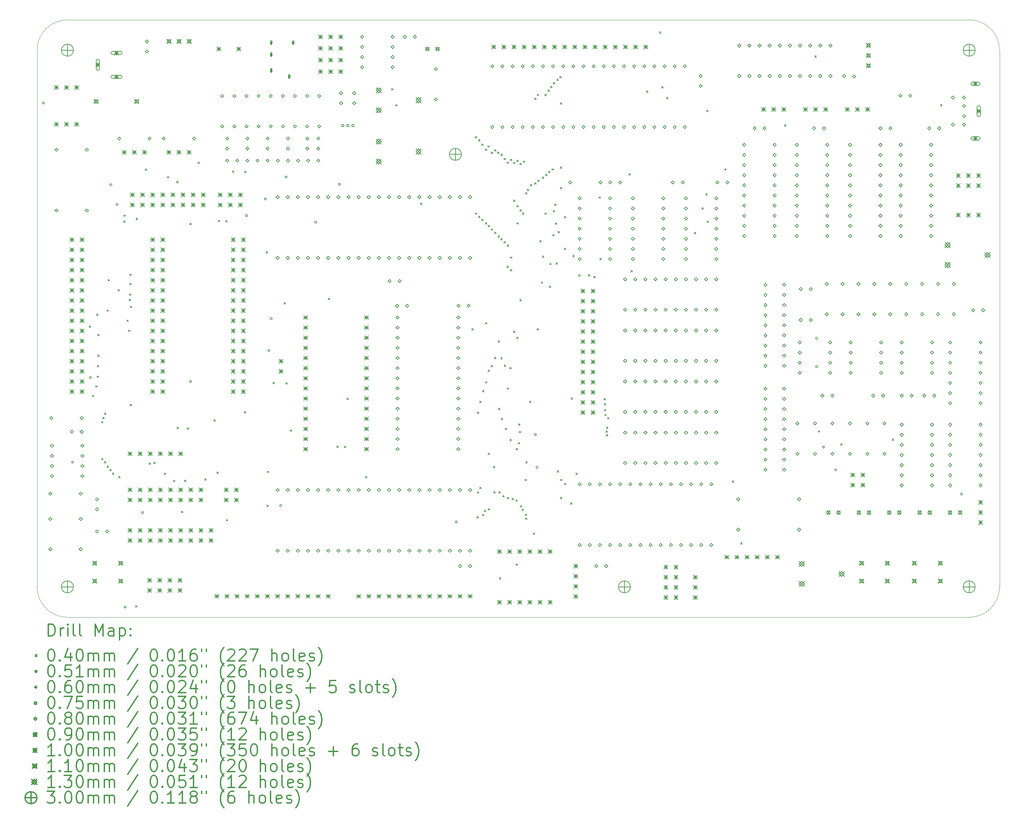
<source format=gbr>
%FSLAX45Y45*%
G04 Gerber Fmt 4.5, Leading zero omitted, Abs format (unit mm)*
G04 Created by KiCad (PCBNEW (5.1.9)-1) date 2023-08-06 20:29:31*
%MOMM*%
%LPD*%
G01*
G04 APERTURE LIST*
%TA.AperFunction,Profile*%
%ADD10C,0.050000*%
%TD*%
%ADD11C,0.200000*%
%ADD12C,0.300000*%
G04 APERTURE END LIST*
D10*
X9160500Y-20421000D02*
X9160500Y-6959000D01*
X32528500Y-21183000D02*
X9922500Y-21183000D01*
X33290500Y-6959000D02*
X33290500Y-20421000D01*
X9922500Y-6197000D02*
X32528500Y-6197000D01*
X9922500Y-21183000D02*
G75*
G02*
X9160500Y-20421000I0J762000D01*
G01*
X33290500Y-20421000D02*
G75*
G02*
X32528500Y-21183000I-762000J0D01*
G01*
X32528500Y-6197000D02*
G75*
G02*
X33290500Y-6959000I0J-762000D01*
G01*
X9160500Y-6959000D02*
G75*
G02*
X9922500Y-6197000I762000J0D01*
G01*
D11*
X10467360Y-13869140D02*
X10507360Y-13909140D01*
X10507360Y-13869140D02*
X10467360Y-13909140D01*
X10547500Y-15611000D02*
X10587500Y-15651000D01*
X10587500Y-15611000D02*
X10547500Y-15651000D01*
X10631196Y-15374000D02*
X10671196Y-15414000D01*
X10671196Y-15374000D02*
X10631196Y-15414000D01*
X10649500Y-13573000D02*
X10689500Y-13613000D01*
X10689500Y-13573000D02*
X10649500Y-13613000D01*
X10661677Y-15130000D02*
X10701677Y-15170000D01*
X10701677Y-15130000D02*
X10661677Y-15170000D01*
X10672500Y-14863000D02*
X10712500Y-14903000D01*
X10712500Y-14863000D02*
X10672500Y-14903000D01*
X10679500Y-14085000D02*
X10719500Y-14125000D01*
X10719500Y-14085000D02*
X10679500Y-14125000D01*
X10679500Y-14598000D02*
X10719500Y-14638000D01*
X10719500Y-14598000D02*
X10679500Y-14638000D01*
X10776767Y-16272500D02*
X10816767Y-16312500D01*
X10816767Y-16272500D02*
X10776767Y-16312500D01*
X10776767Y-17195000D02*
X10816767Y-17235000D01*
X10816767Y-17195000D02*
X10776767Y-17235000D01*
X10807248Y-16167500D02*
X10847248Y-16207500D01*
X10847248Y-16167500D02*
X10807248Y-16207500D01*
X10846500Y-16055000D02*
X10886500Y-16095000D01*
X10886500Y-16055000D02*
X10846500Y-16095000D01*
X10846500Y-17272500D02*
X10886500Y-17312500D01*
X10886500Y-17272500D02*
X10846500Y-17312500D01*
X10913057Y-17383443D02*
X10953057Y-17423443D01*
X10953057Y-17383443D02*
X10913057Y-17423443D01*
X10913639Y-13469000D02*
X10953639Y-13509000D01*
X10953639Y-13469000D02*
X10913639Y-13509000D01*
X10937500Y-12707000D02*
X10977500Y-12747000D01*
X10977500Y-12707000D02*
X10937500Y-12747000D01*
X10981500Y-17467500D02*
X11021500Y-17507500D01*
X11021500Y-17467500D02*
X10981500Y-17507500D01*
X11049000Y-17565000D02*
X11089000Y-17605000D01*
X11089000Y-17565000D02*
X11049000Y-17605000D01*
X11190500Y-12961000D02*
X11230500Y-13001000D01*
X11230500Y-12961000D02*
X11190500Y-13001000D01*
X11206804Y-17646630D02*
X11246804Y-17686630D01*
X11246804Y-17646630D02*
X11206804Y-17686630D01*
X11331500Y-11090000D02*
X11371500Y-11130000D01*
X11371500Y-11090000D02*
X11331500Y-11130000D01*
X11331500Y-11237500D02*
X11371500Y-11277500D01*
X11371500Y-11237500D02*
X11331500Y-11277500D01*
X11411500Y-13722500D02*
X11451500Y-13762500D01*
X11451500Y-13722500D02*
X11411500Y-13762500D01*
X11451500Y-13977500D02*
X11491500Y-14017500D01*
X11491500Y-13977500D02*
X11451500Y-14017500D01*
X11466500Y-13205000D02*
X11506500Y-13245000D01*
X11506500Y-13205000D02*
X11466500Y-13245000D01*
X11476500Y-13070000D02*
X11516500Y-13110000D01*
X11516500Y-13070000D02*
X11476500Y-13110000D01*
X11486500Y-12572500D02*
X11526500Y-12612500D01*
X11526500Y-12572500D02*
X11486500Y-12612500D01*
X11486500Y-12807500D02*
X11526500Y-12847500D01*
X11526500Y-12807500D02*
X11486500Y-12847500D01*
X11490500Y-15836000D02*
X11530500Y-15876000D01*
X11530500Y-15836000D02*
X11490500Y-15876000D01*
X11496181Y-13376683D02*
X11536181Y-13416683D01*
X11536181Y-13376683D02*
X11496181Y-13416683D01*
X11630500Y-20889000D02*
X11670500Y-20929000D01*
X11670500Y-20889000D02*
X11630500Y-20929000D01*
X11641500Y-11169752D02*
X11681500Y-11209752D01*
X11681500Y-11169752D02*
X11641500Y-11209752D01*
X11876500Y-9935000D02*
X11916500Y-9975000D01*
X11916500Y-9935000D02*
X11876500Y-9975000D01*
X11966500Y-17310000D02*
X12006500Y-17350000D01*
X12006500Y-17310000D02*
X11966500Y-17350000D01*
X12084000Y-17292500D02*
X12124000Y-17332500D01*
X12124000Y-17292500D02*
X12084000Y-17332500D01*
X12346500Y-17562500D02*
X12386500Y-17602500D01*
X12386500Y-17562500D02*
X12346500Y-17602500D01*
X12421500Y-10126178D02*
X12461500Y-10166178D01*
X12461500Y-10126178D02*
X12421500Y-10166178D01*
X12579000Y-17745000D02*
X12619000Y-17785000D01*
X12619000Y-17745000D02*
X12579000Y-17785000D01*
X12669000Y-16410000D02*
X12709000Y-16450000D01*
X12709000Y-16410000D02*
X12669000Y-16450000D01*
X12781500Y-18522500D02*
X12821500Y-18562500D01*
X12821500Y-18522500D02*
X12781500Y-18562500D01*
X12854000Y-17742500D02*
X12894000Y-17782500D01*
X12894000Y-17742500D02*
X12854000Y-17782500D01*
X12924000Y-16429639D02*
X12964000Y-16469639D01*
X12964000Y-16429639D02*
X12924000Y-16469639D01*
X12991660Y-11295473D02*
X13031660Y-11335473D01*
X13031660Y-11295473D02*
X12991660Y-11335473D01*
X13196500Y-9762501D02*
X13236500Y-9802501D01*
X13236500Y-9762501D02*
X13196500Y-9802501D01*
X13361500Y-17707500D02*
X13401500Y-17747500D01*
X13401500Y-17707500D02*
X13361500Y-17747500D01*
X13594000Y-16225000D02*
X13634000Y-16265000D01*
X13634000Y-16225000D02*
X13594000Y-16265000D01*
X13667970Y-17535142D02*
X13707970Y-17575142D01*
X13707970Y-17535142D02*
X13667970Y-17575142D01*
X13700876Y-11219376D02*
X13740876Y-11259376D01*
X13740876Y-11219376D02*
X13700876Y-11259376D01*
X13886500Y-11229999D02*
X13926500Y-11269999D01*
X13926500Y-11229999D02*
X13886500Y-11269999D01*
X13901500Y-18727500D02*
X13941500Y-18767500D01*
X13941500Y-18727500D02*
X13901500Y-18767500D01*
X14056500Y-9987500D02*
X14096500Y-10027500D01*
X14096500Y-9987500D02*
X14056500Y-10027500D01*
X14354000Y-16022500D02*
X14394000Y-16062500D01*
X14394000Y-16022500D02*
X14354000Y-16062500D01*
X14361500Y-9992500D02*
X14401500Y-10032500D01*
X14401500Y-9992500D02*
X14361500Y-10032500D01*
X14901500Y-12010000D02*
X14941500Y-12050000D01*
X14941500Y-12010000D02*
X14901500Y-12050000D01*
X14919361Y-18365000D02*
X14959361Y-18405000D01*
X14959361Y-18365000D02*
X14919361Y-18405000D01*
X14930262Y-17517410D02*
X14970262Y-17557410D01*
X14970262Y-17517410D02*
X14930262Y-17557410D01*
X15071500Y-15287500D02*
X15111500Y-15327500D01*
X15111500Y-15287500D02*
X15071500Y-15327500D01*
X15354000Y-13285000D02*
X15394000Y-13325000D01*
X15394000Y-13285000D02*
X15354000Y-13325000D01*
X15393639Y-15298000D02*
X15433639Y-15338000D01*
X15433639Y-15298000D02*
X15393639Y-15338000D01*
X15506500Y-16477500D02*
X15546500Y-16517500D01*
X15546500Y-16477500D02*
X15506500Y-16517500D01*
X16459500Y-13178000D02*
X16499500Y-13218000D01*
X16499500Y-13178000D02*
X16459500Y-13218000D01*
X16674000Y-16885361D02*
X16714000Y-16925361D01*
X16714000Y-16885361D02*
X16674000Y-16925361D01*
X16859000Y-16890000D02*
X16899000Y-16930000D01*
X16899000Y-16890000D02*
X16859000Y-16930000D01*
X16926500Y-15685000D02*
X16966500Y-15725000D01*
X16966500Y-15685000D02*
X16926500Y-15725000D01*
X17389000Y-17650000D02*
X17429000Y-17690000D01*
X17429000Y-17650000D02*
X17389000Y-17690000D01*
X18045500Y-7919000D02*
X18085500Y-7959000D01*
X18085500Y-7919000D02*
X18045500Y-7959000D01*
X18144500Y-8323000D02*
X18184500Y-8363000D01*
X18184500Y-8323000D02*
X18144500Y-8363000D01*
X18776500Y-10792500D02*
X18816500Y-10832500D01*
X18816500Y-10792500D02*
X18776500Y-10832500D01*
X20059000Y-13940000D02*
X20099000Y-13980000D01*
X20099000Y-13940000D02*
X20059000Y-13980000D01*
X20144500Y-9124000D02*
X20184500Y-9164000D01*
X20184500Y-9124000D02*
X20144500Y-9164000D01*
X20144500Y-11039000D02*
X20184500Y-11079000D01*
X20184500Y-11039000D02*
X20144500Y-11079000D01*
X20190629Y-18653695D02*
X20230629Y-18693695D01*
X20230629Y-18653695D02*
X20190629Y-18693695D01*
X20194361Y-16032000D02*
X20234361Y-16072000D01*
X20234361Y-16032000D02*
X20194361Y-16072000D01*
X20194361Y-18032861D02*
X20234361Y-18072861D01*
X20234361Y-18032861D02*
X20194361Y-18072861D01*
X20225500Y-9200000D02*
X20265500Y-9240000D01*
X20265500Y-9200000D02*
X20225500Y-9240000D01*
X20225500Y-11119000D02*
X20265500Y-11159000D01*
X20265500Y-11119000D02*
X20225500Y-11159000D01*
X20257109Y-15759139D02*
X20297109Y-15799139D01*
X20297109Y-15759139D02*
X20257109Y-15799139D01*
X20257221Y-17920721D02*
X20297221Y-17960721D01*
X20297221Y-17920721D02*
X20257221Y-17960721D01*
X20304500Y-9309000D02*
X20344500Y-9349000D01*
X20344500Y-9309000D02*
X20304500Y-9349000D01*
X20304500Y-11196000D02*
X20344500Y-11236000D01*
X20344500Y-11196000D02*
X20304500Y-11236000D01*
X20324000Y-18600000D02*
X20364000Y-18640000D01*
X20364000Y-18600000D02*
X20324000Y-18640000D01*
X20328279Y-15487500D02*
X20368279Y-15527500D01*
X20368279Y-15487500D02*
X20328279Y-15527500D01*
X20370719Y-18492525D02*
X20410719Y-18532525D01*
X20410719Y-18492525D02*
X20370719Y-18532525D01*
X20397221Y-9434279D02*
X20437221Y-9474279D01*
X20437221Y-9434279D02*
X20397221Y-9474279D01*
X20401861Y-11278000D02*
X20441861Y-11318000D01*
X20441861Y-11278000D02*
X20401861Y-11318000D01*
X20401861Y-13791000D02*
X20441861Y-13831000D01*
X20441861Y-13791000D02*
X20401861Y-13831000D01*
X20401861Y-15272000D02*
X20441861Y-15312000D01*
X20441861Y-15272000D02*
X20401861Y-15312000D01*
X20461101Y-9355304D02*
X20501101Y-9395304D01*
X20501101Y-9355304D02*
X20461101Y-9395304D01*
X20464500Y-14981000D02*
X20504500Y-15021000D01*
X20504500Y-14981000D02*
X20464500Y-15021000D01*
X20466701Y-11347761D02*
X20506701Y-11387761D01*
X20506701Y-11347761D02*
X20466701Y-11387761D01*
X20469000Y-17062500D02*
X20509000Y-17102500D01*
X20509000Y-17062500D02*
X20469000Y-17102500D01*
X20469000Y-18456229D02*
X20509000Y-18496229D01*
X20509000Y-18456229D02*
X20469000Y-18496229D01*
X20544500Y-11437000D02*
X20584500Y-11477000D01*
X20584500Y-11437000D02*
X20544500Y-11477000D01*
X20544500Y-14862000D02*
X20584500Y-14902000D01*
X20584500Y-14862000D02*
X20544500Y-14902000D01*
X20545500Y-9510000D02*
X20585500Y-9550000D01*
X20585500Y-9510000D02*
X20545500Y-9550000D01*
X20599429Y-17391688D02*
X20639429Y-17431688D01*
X20639429Y-17391688D02*
X20599429Y-17431688D01*
X20609000Y-18030000D02*
X20649000Y-18070000D01*
X20649000Y-18030000D02*
X20609000Y-18070000D01*
X20625500Y-9451000D02*
X20665500Y-9491000D01*
X20665500Y-9451000D02*
X20625500Y-9491000D01*
X20625500Y-11519000D02*
X20665500Y-11559000D01*
X20665500Y-11519000D02*
X20625500Y-11559000D01*
X20628500Y-14659000D02*
X20668500Y-14699000D01*
X20668500Y-14659000D02*
X20628500Y-14699000D01*
X20703500Y-9514000D02*
X20743500Y-9554000D01*
X20743500Y-9514000D02*
X20703500Y-9554000D01*
X20716500Y-14245000D02*
X20756500Y-14285000D01*
X20756500Y-14245000D02*
X20716500Y-14285000D01*
X20717914Y-11608518D02*
X20757914Y-11648518D01*
X20757914Y-11608518D02*
X20717914Y-11648518D01*
X20726500Y-15935000D02*
X20766500Y-15975000D01*
X20766500Y-15935000D02*
X20726500Y-15975000D01*
X20735403Y-18030910D02*
X20775403Y-18070910D01*
X20775403Y-18030910D02*
X20735403Y-18070910D01*
X20751500Y-20185000D02*
X20791500Y-20225000D01*
X20791500Y-20185000D02*
X20751500Y-20225000D01*
X20784500Y-11680000D02*
X20824500Y-11720000D01*
X20824500Y-11680000D02*
X20784500Y-11720000D01*
X20784500Y-14668000D02*
X20824500Y-14708000D01*
X20824500Y-14668000D02*
X20784500Y-14708000D01*
X20786500Y-9564000D02*
X20826500Y-9604000D01*
X20826500Y-9564000D02*
X20786500Y-9604000D01*
X20794000Y-16190000D02*
X20834000Y-16230000D01*
X20834000Y-16190000D02*
X20794000Y-16230000D01*
X20836311Y-18126138D02*
X20876311Y-18166138D01*
X20876311Y-18126138D02*
X20836311Y-18166138D01*
X20864500Y-9669000D02*
X20904500Y-9709000D01*
X20904500Y-9669000D02*
X20864500Y-9709000D01*
X20864500Y-11757000D02*
X20904500Y-11797000D01*
X20904500Y-11757000D02*
X20864500Y-11797000D01*
X20868734Y-14853439D02*
X20908734Y-14893439D01*
X20908734Y-14853439D02*
X20868734Y-14893439D01*
X20901500Y-16437500D02*
X20941500Y-16477500D01*
X20941500Y-16437500D02*
X20901500Y-16477500D01*
X20940131Y-12372139D02*
X20980131Y-12412139D01*
X20980131Y-12372139D02*
X20940131Y-12412139D01*
X20942500Y-9762000D02*
X20982500Y-9802000D01*
X20982500Y-9762000D02*
X20942500Y-9802000D01*
X20944500Y-11838000D02*
X20984500Y-11878000D01*
X20984500Y-11838000D02*
X20944500Y-11878000D01*
X20944500Y-15425000D02*
X20984500Y-15465000D01*
X20984500Y-15425000D02*
X20944500Y-15465000D01*
X20947367Y-18169854D02*
X20987367Y-18209854D01*
X20987367Y-18169854D02*
X20947367Y-18209854D01*
X21008158Y-14914000D02*
X21048158Y-14954000D01*
X21048158Y-14914000D02*
X21008158Y-14954000D01*
X21014000Y-16715000D02*
X21054000Y-16755000D01*
X21054000Y-16715000D02*
X21014000Y-16755000D01*
X21023500Y-9691000D02*
X21063500Y-9731000D01*
X21063500Y-9691000D02*
X21023500Y-9731000D01*
X21024500Y-12140000D02*
X21064500Y-12180000D01*
X21064500Y-12140000D02*
X21024500Y-12180000D01*
X21024500Y-12456000D02*
X21064500Y-12496000D01*
X21064500Y-12456000D02*
X21024500Y-12496000D01*
X21071063Y-18200336D02*
X21111063Y-18240336D01*
X21111063Y-18200336D02*
X21071063Y-18240336D01*
X21103500Y-9770000D02*
X21143500Y-9810000D01*
X21143500Y-9770000D02*
X21103500Y-9810000D01*
X21104500Y-10713000D02*
X21144500Y-10753000D01*
X21144500Y-10713000D02*
X21104500Y-10753000D01*
X21104500Y-14001000D02*
X21144500Y-14041000D01*
X21144500Y-14001000D02*
X21104500Y-14041000D01*
X21164828Y-18235321D02*
X21204828Y-18275321D01*
X21204828Y-18235321D02*
X21164828Y-18275321D01*
X21169000Y-19842500D02*
X21209000Y-19882500D01*
X21209000Y-19842500D02*
X21169000Y-19882500D01*
X21171500Y-16945000D02*
X21211500Y-16985000D01*
X21211500Y-16945000D02*
X21171500Y-16985000D01*
X21184500Y-10854000D02*
X21224500Y-10894000D01*
X21224500Y-10854000D02*
X21184500Y-10894000D01*
X21184500Y-11285000D02*
X21224500Y-11325000D01*
X21224500Y-11285000D02*
X21184500Y-11325000D01*
X21184500Y-14152000D02*
X21224500Y-14192000D01*
X21224500Y-14152000D02*
X21184500Y-14192000D01*
X21186500Y-9715000D02*
X21226500Y-9755000D01*
X21226500Y-9715000D02*
X21186500Y-9755000D01*
X21224696Y-16797500D02*
X21264696Y-16837500D01*
X21264696Y-16797500D02*
X21224696Y-16837500D01*
X21230804Y-16330000D02*
X21270804Y-16370000D01*
X21270804Y-16330000D02*
X21230804Y-16370000D01*
X21247639Y-16517538D02*
X21287639Y-16557538D01*
X21287639Y-16517538D02*
X21247639Y-16557538D01*
X21261328Y-13211000D02*
X21301328Y-13251000D01*
X21301328Y-13211000D02*
X21261328Y-13251000D01*
X21263639Y-9791112D02*
X21303639Y-9831112D01*
X21303639Y-9791112D02*
X21263639Y-9831112D01*
X21263639Y-10957000D02*
X21303639Y-10997000D01*
X21303639Y-10957000D02*
X21263639Y-10997000D01*
X21273877Y-18380302D02*
X21313877Y-18420302D01*
X21313877Y-18380302D02*
X21273877Y-18420302D01*
X21317576Y-18467108D02*
X21357576Y-18507108D01*
X21357576Y-18467108D02*
X21317576Y-18507108D01*
X21326500Y-11032500D02*
X21366500Y-11072500D01*
X21366500Y-11032500D02*
X21326500Y-11072500D01*
X21347500Y-9736000D02*
X21387500Y-9776000D01*
X21387500Y-9736000D02*
X21347500Y-9776000D01*
X21389000Y-17720000D02*
X21429000Y-17760000D01*
X21429000Y-17720000D02*
X21389000Y-17760000D01*
X21401139Y-18592476D02*
X21441139Y-18632476D01*
X21441139Y-18592476D02*
X21401139Y-18632476D01*
X21407361Y-10526710D02*
X21447361Y-10566710D01*
X21447361Y-10526710D02*
X21407361Y-10566710D01*
X21407586Y-18687786D02*
X21447586Y-18727786D01*
X21447586Y-18687786D02*
X21407586Y-18727786D01*
X21411285Y-17272500D02*
X21451285Y-17312500D01*
X21451285Y-17272500D02*
X21411285Y-17312500D01*
X21448974Y-10441041D02*
X21488974Y-10481041D01*
X21488974Y-10441041D02*
X21448974Y-10481041D01*
X21504000Y-15757500D02*
X21544000Y-15797500D01*
X21544000Y-15757500D02*
X21504000Y-15797500D01*
X21527616Y-10326897D02*
X21567616Y-10366897D01*
X21567616Y-10326897D02*
X21527616Y-10366897D01*
X21596500Y-19065000D02*
X21636500Y-19105000D01*
X21636500Y-19065000D02*
X21596500Y-19105000D01*
X21635500Y-8155550D02*
X21675500Y-8195550D01*
X21675500Y-8155550D02*
X21635500Y-8195550D01*
X21637885Y-10283643D02*
X21677885Y-10323643D01*
X21677885Y-10283643D02*
X21637885Y-10323643D01*
X21694357Y-13941497D02*
X21734357Y-13981497D01*
X21734357Y-13941497D02*
X21694357Y-13981497D01*
X21698361Y-8060308D02*
X21738361Y-8100308D01*
X21738361Y-8060308D02*
X21698361Y-8100308D01*
X21709620Y-10211908D02*
X21749620Y-10251908D01*
X21749620Y-10211908D02*
X21709620Y-10251908D01*
X21763279Y-11731861D02*
X21803279Y-11771861D01*
X21803279Y-11731861D02*
X21763279Y-11771861D01*
X21799667Y-12765811D02*
X21839667Y-12805811D01*
X21839667Y-12765811D02*
X21799667Y-12805811D01*
X21825177Y-12122026D02*
X21865177Y-12162026D01*
X21865177Y-12122026D02*
X21825177Y-12162026D01*
X21825500Y-10135000D02*
X21865500Y-10175000D01*
X21865500Y-10135000D02*
X21825500Y-10175000D01*
X21887631Y-11038870D02*
X21927631Y-11078870D01*
X21927631Y-11038870D02*
X21887631Y-11078870D01*
X21892500Y-8064000D02*
X21932500Y-8104000D01*
X21932500Y-8064000D02*
X21892500Y-8104000D01*
X21908371Y-10071134D02*
X21948371Y-10111134D01*
X21948371Y-10071134D02*
X21908371Y-10111134D01*
X21967500Y-7956000D02*
X22007500Y-7996000D01*
X22007500Y-7956000D02*
X21967500Y-7996000D01*
X21984500Y-9995000D02*
X22024500Y-10035000D01*
X22024500Y-9995000D02*
X21984500Y-10035000D01*
X22001500Y-12875000D02*
X22041500Y-12915000D01*
X22041500Y-12875000D02*
X22001500Y-12915000D01*
X22011861Y-12302281D02*
X22051861Y-12342281D01*
X22051861Y-12302281D02*
X22011861Y-12342281D01*
X22032500Y-7859000D02*
X22072500Y-7899000D01*
X22072500Y-7859000D02*
X22032500Y-7899000D01*
X22064500Y-9930344D02*
X22104500Y-9970344D01*
X22104500Y-9930344D02*
X22064500Y-9970344D01*
X22086499Y-11582500D02*
X22126499Y-11622500D01*
X22126499Y-11582500D02*
X22086499Y-11622500D01*
X22096500Y-10976009D02*
X22136500Y-11016009D01*
X22136500Y-10976009D02*
X22096500Y-11016009D01*
X22099500Y-7765000D02*
X22139500Y-7805000D01*
X22139500Y-7765000D02*
X22099500Y-7805000D01*
X22136500Y-10812500D02*
X22176500Y-10852500D01*
X22176500Y-10812500D02*
X22136500Y-10852500D01*
X22149891Y-11290000D02*
X22189891Y-11330000D01*
X22189891Y-11290000D02*
X22149891Y-11330000D01*
X22168063Y-12290000D02*
X22208063Y-12330000D01*
X22208063Y-12290000D02*
X22168063Y-12330000D01*
X22189500Y-7682000D02*
X22229500Y-7722000D01*
X22229500Y-7682000D02*
X22189500Y-7722000D01*
X22199000Y-17505000D02*
X22239000Y-17545000D01*
X22239000Y-17505000D02*
X22199000Y-17545000D01*
X22218500Y-11503279D02*
X22258500Y-11543279D01*
X22258500Y-11503279D02*
X22218500Y-11543279D01*
X22263500Y-7613861D02*
X22303500Y-7653861D01*
X22303500Y-7613861D02*
X22263500Y-7653861D01*
X22275612Y-9885436D02*
X22315612Y-9925436D01*
X22315612Y-9885436D02*
X22275612Y-9925436D01*
X22278500Y-8273000D02*
X22318500Y-8313000D01*
X22318500Y-8273000D02*
X22278500Y-8313000D01*
X22281500Y-10400000D02*
X22321500Y-10440000D01*
X22321500Y-10400000D02*
X22281500Y-10440000D01*
X22281500Y-17720000D02*
X22321500Y-17760000D01*
X22321500Y-17720000D02*
X22281500Y-17760000D01*
X22281500Y-18170000D02*
X22321500Y-18210000D01*
X22321500Y-18170000D02*
X22281500Y-18210000D01*
X22377500Y-11922000D02*
X22417500Y-11962000D01*
X22417500Y-11922000D02*
X22377500Y-11962000D01*
X22379000Y-17822000D02*
X22419000Y-17862000D01*
X22419000Y-17822000D02*
X22379000Y-17862000D01*
X22379500Y-11130000D02*
X22419500Y-11170000D01*
X22419500Y-11130000D02*
X22379500Y-11170000D01*
X22530500Y-18307000D02*
X22570500Y-18347000D01*
X22570500Y-18307000D02*
X22530500Y-18347000D01*
X22545202Y-15675000D02*
X22585202Y-15715000D01*
X22585202Y-15675000D02*
X22545202Y-15715000D01*
X22589000Y-12102500D02*
X22629000Y-12142500D01*
X22629000Y-12102500D02*
X22589000Y-12142500D01*
X22665500Y-17562861D02*
X22705500Y-17602861D01*
X22705500Y-17562861D02*
X22665500Y-17602861D01*
X22979000Y-12582500D02*
X23019000Y-12622500D01*
X23019000Y-12582500D02*
X22979000Y-12622500D01*
X23119000Y-12630000D02*
X23159000Y-12670000D01*
X23159000Y-12630000D02*
X23119000Y-12670000D01*
X23246500Y-10632500D02*
X23286500Y-10672500D01*
X23286500Y-10632500D02*
X23246500Y-10672500D01*
X23271500Y-12180000D02*
X23311500Y-12220000D01*
X23311500Y-12180000D02*
X23271500Y-12220000D01*
X23370323Y-15690000D02*
X23410323Y-15730000D01*
X23410323Y-15690000D02*
X23370323Y-15730000D01*
X23379000Y-15817500D02*
X23419000Y-15857500D01*
X23419000Y-15817500D02*
X23379000Y-15857500D01*
X23384000Y-15967500D02*
X23424000Y-16007500D01*
X23424000Y-15967500D02*
X23384000Y-16007500D01*
X23391500Y-16085000D02*
X23431500Y-16125000D01*
X23431500Y-16085000D02*
X23391500Y-16125000D01*
X23424226Y-16504403D02*
X23464226Y-16544403D01*
X23464226Y-16504403D02*
X23424226Y-16544403D01*
X23429949Y-16599472D02*
X23469949Y-16639472D01*
X23469949Y-16599472D02*
X23429949Y-16639472D01*
X23434000Y-16409664D02*
X23474000Y-16449664D01*
X23474000Y-16409664D02*
X23434000Y-16449664D01*
X23461139Y-16169999D02*
X23501139Y-16209999D01*
X23501139Y-16169999D02*
X23461139Y-16209999D01*
X23996500Y-10055000D02*
X24036500Y-10095000D01*
X24036500Y-10055000D02*
X23996500Y-10095000D01*
X24051500Y-12484000D02*
X24091500Y-12524000D01*
X24091500Y-12484000D02*
X24051500Y-12524000D01*
X24436500Y-7982000D02*
X24476500Y-8022000D01*
X24476500Y-7982000D02*
X24436500Y-8022000D01*
X24763500Y-6495000D02*
X24803500Y-6535000D01*
X24803500Y-6495000D02*
X24763500Y-6535000D01*
X24820361Y-7872000D02*
X24860361Y-7912000D01*
X24860361Y-7872000D02*
X24820361Y-7912000D01*
X24942639Y-8137000D02*
X24982639Y-8177000D01*
X24982639Y-8137000D02*
X24942639Y-8177000D01*
X25636500Y-11527500D02*
X25676500Y-11567500D01*
X25676500Y-11527500D02*
X25636500Y-11567500D01*
X25824000Y-10910000D02*
X25864000Y-10950000D01*
X25864000Y-10910000D02*
X25824000Y-10950000D01*
X25924483Y-10555361D02*
X25964483Y-10595361D01*
X25964483Y-10555361D02*
X25924483Y-10595361D01*
X25944239Y-8463261D02*
X25984239Y-8503261D01*
X25984239Y-8463261D02*
X25944239Y-8503261D01*
X25954000Y-11242500D02*
X25994000Y-11282500D01*
X25994000Y-11242500D02*
X25954000Y-11282500D01*
X26397239Y-9931761D02*
X26437239Y-9971761D01*
X26437239Y-9931761D02*
X26397239Y-9971761D01*
X26590300Y-17759400D02*
X26630300Y-17799400D01*
X26630300Y-17759400D02*
X26590300Y-17799400D01*
X26796500Y-19310000D02*
X26836500Y-19350000D01*
X26836500Y-19310000D02*
X26796500Y-19350000D01*
X27896500Y-8828000D02*
X27936500Y-8868000D01*
X27936500Y-8828000D02*
X27896500Y-8868000D01*
X28658380Y-7099880D02*
X28698380Y-7139880D01*
X28698380Y-7099880D02*
X28658380Y-7139880D01*
X28744000Y-16500000D02*
X28784000Y-16540000D01*
X28784000Y-16500000D02*
X28744000Y-16540000D01*
X29304500Y-16825000D02*
X29344500Y-16865000D01*
X29344500Y-16825000D02*
X29304500Y-16865000D01*
X30598000Y-16709500D02*
X30638000Y-16749500D01*
X30638000Y-16709500D02*
X30598000Y-16749500D01*
X31808000Y-8316500D02*
X31848000Y-8356500D01*
X31848000Y-8316500D02*
X31808000Y-8356500D01*
X9344900Y-8284000D02*
G75*
G03*
X9344900Y-8284000I-25400J0D01*
G01*
X10074400Y-17290000D02*
G75*
G03*
X10074400Y-17290000I-25400J0D01*
G01*
X10523900Y-15170000D02*
G75*
G03*
X10523900Y-15170000I-25400J0D01*
G01*
X11034400Y-10335000D02*
G75*
G03*
X11034400Y-10335000I-25400J0D01*
G01*
X11189400Y-10830000D02*
G75*
G03*
X11189400Y-10830000I-25400J0D01*
G01*
X11394400Y-20927500D02*
G75*
G03*
X11394400Y-20927500I-25400J0D01*
G01*
X11830650Y-18556250D02*
G75*
G03*
X11830650Y-18556250I-25400J0D01*
G01*
X12704400Y-10267896D02*
G75*
G03*
X12704400Y-10267896I-25400J0D01*
G01*
X13034400Y-15265000D02*
G75*
G03*
X13034400Y-15265000I-25400J0D01*
G01*
X14439400Y-11107500D02*
G75*
G03*
X14439400Y-11107500I-25400J0D01*
G01*
X14909400Y-10690000D02*
G75*
G03*
X14909400Y-10690000I-25400J0D01*
G01*
X14996900Y-14495000D02*
G75*
G03*
X14996900Y-14495000I-25400J0D01*
G01*
X15054400Y-13692500D02*
G75*
G03*
X15054400Y-13692500I-25400J0D01*
G01*
X15292879Y-18381521D02*
G75*
G03*
X15292879Y-18381521I-25400J0D01*
G01*
X15429400Y-10140000D02*
G75*
G03*
X15429400Y-10140000I-25400J0D01*
G01*
X16171900Y-11272500D02*
G75*
G03*
X16171900Y-11272500I-25400J0D01*
G01*
X16764400Y-10320000D02*
G75*
G03*
X16764400Y-10320000I-25400J0D01*
G01*
X19694400Y-18792500D02*
G75*
G03*
X19694400Y-18792500I-25400J0D01*
G01*
X21679400Y-16602500D02*
G75*
G03*
X21679400Y-16602500I-25400J0D01*
G01*
X21719400Y-17420000D02*
G75*
G03*
X21719400Y-17420000I-25400J0D01*
G01*
X22780900Y-12610000D02*
G75*
G03*
X22780900Y-12610000I-25400J0D01*
G01*
X28726900Y-14185000D02*
G75*
G03*
X28726900Y-14185000I-25400J0D01*
G01*
X28729400Y-14897500D02*
G75*
G03*
X28729400Y-14897500I-25400J0D01*
G01*
X28901900Y-16912500D02*
G75*
G03*
X28901900Y-16912500I-25400J0D01*
G01*
X29206900Y-17485000D02*
G75*
G03*
X29206900Y-17485000I-25400J0D01*
G01*
X32361900Y-18095000D02*
G75*
G03*
X32361900Y-18095000I-25400J0D01*
G01*
X15031000Y-6738000D02*
X15031000Y-6798000D01*
X15001000Y-6768000D02*
X15061000Y-6768000D01*
X15011000Y-6738000D02*
X15011000Y-6798000D01*
X15051000Y-6738000D02*
X15051000Y-6798000D01*
X15011000Y-6798000D02*
G75*
G03*
X15051000Y-6798000I20000J0D01*
G01*
X15051000Y-6738000D02*
G75*
G03*
X15011000Y-6738000I-20000J0D01*
G01*
X15031000Y-7038000D02*
X15031000Y-7098000D01*
X15001000Y-7068000D02*
X15061000Y-7068000D01*
X15011000Y-7038000D02*
X15011000Y-7098000D01*
X15051000Y-7038000D02*
X15051000Y-7098000D01*
X15011000Y-7098000D02*
G75*
G03*
X15051000Y-7098000I20000J0D01*
G01*
X15051000Y-7038000D02*
G75*
G03*
X15011000Y-7038000I-20000J0D01*
G01*
X15031000Y-7438000D02*
X15031000Y-7498000D01*
X15001000Y-7468000D02*
X15061000Y-7468000D01*
X15011000Y-7438000D02*
X15011000Y-7498000D01*
X15051000Y-7438000D02*
X15051000Y-7498000D01*
X15011000Y-7498000D02*
G75*
G03*
X15051000Y-7498000I20000J0D01*
G01*
X15051000Y-7438000D02*
G75*
G03*
X15011000Y-7438000I-20000J0D01*
G01*
X15481000Y-7588000D02*
X15481000Y-7648000D01*
X15451000Y-7618000D02*
X15511000Y-7618000D01*
X15461000Y-7588000D02*
X15461000Y-7648000D01*
X15501000Y-7588000D02*
X15501000Y-7648000D01*
X15461000Y-7648000D02*
G75*
G03*
X15501000Y-7648000I20000J0D01*
G01*
X15501000Y-7588000D02*
G75*
G03*
X15461000Y-7588000I-20000J0D01*
G01*
X15581000Y-6738000D02*
X15581000Y-6798000D01*
X15551000Y-6768000D02*
X15611000Y-6768000D01*
X15561000Y-6738000D02*
X15561000Y-6798000D01*
X15601000Y-6738000D02*
X15601000Y-6798000D01*
X15561000Y-6798000D02*
G75*
G03*
X15601000Y-6798000I20000J0D01*
G01*
X15601000Y-6738000D02*
G75*
G03*
X15561000Y-6738000I-20000J0D01*
G01*
X16852017Y-8876517D02*
X16852017Y-8823483D01*
X16798983Y-8823483D01*
X16798983Y-8876517D01*
X16852017Y-8876517D01*
X16979017Y-8876517D02*
X16979017Y-8823483D01*
X16925983Y-8823483D01*
X16925983Y-8876517D01*
X16979017Y-8876517D01*
X17106017Y-8876517D02*
X17106017Y-8823483D01*
X17052983Y-8823483D01*
X17052983Y-8876517D01*
X17106017Y-8876517D01*
X9491500Y-18123000D02*
X9531500Y-18083000D01*
X9491500Y-18043000D01*
X9451500Y-18083000D01*
X9491500Y-18123000D01*
X9492500Y-18758000D02*
X9532500Y-18718000D01*
X9492500Y-18678000D01*
X9452500Y-18718000D01*
X9492500Y-18758000D01*
X9492500Y-19516000D02*
X9532500Y-19476000D01*
X9492500Y-19436000D01*
X9452500Y-19476000D01*
X9492500Y-19516000D01*
X9517500Y-16226000D02*
X9557500Y-16186000D01*
X9517500Y-16146000D01*
X9477500Y-16186000D01*
X9517500Y-16226000D01*
X9534500Y-16922000D02*
X9574500Y-16882000D01*
X9534500Y-16842000D01*
X9494500Y-16882000D01*
X9534500Y-16922000D01*
X9534500Y-17176000D02*
X9574500Y-17136000D01*
X9534500Y-17096000D01*
X9494500Y-17136000D01*
X9534500Y-17176000D01*
X9534500Y-17430000D02*
X9574500Y-17390000D01*
X9534500Y-17350000D01*
X9494500Y-17390000D01*
X9534500Y-17430000D01*
X9534500Y-17684000D02*
X9574500Y-17644000D01*
X9534500Y-17604000D01*
X9494500Y-17644000D01*
X9534500Y-17684000D01*
X9645500Y-9497000D02*
X9685500Y-9457000D01*
X9645500Y-9417000D01*
X9605500Y-9457000D01*
X9645500Y-9497000D01*
X9645500Y-11021000D02*
X9685500Y-10981000D01*
X9645500Y-10941000D01*
X9605500Y-10981000D01*
X9645500Y-11021000D01*
X10031500Y-16569000D02*
X10071500Y-16529000D01*
X10031500Y-16489000D01*
X9991500Y-16529000D01*
X10031500Y-16569000D01*
X10253500Y-18123000D02*
X10293500Y-18083000D01*
X10253500Y-18043000D01*
X10213500Y-18083000D01*
X10253500Y-18123000D01*
X10254500Y-18758000D02*
X10294500Y-18718000D01*
X10254500Y-18678000D01*
X10214500Y-18718000D01*
X10254500Y-18758000D01*
X10254500Y-19516000D02*
X10294500Y-19476000D01*
X10254500Y-19436000D01*
X10214500Y-19476000D01*
X10254500Y-19516000D01*
X10279500Y-16226000D02*
X10319500Y-16186000D01*
X10279500Y-16146000D01*
X10239500Y-16186000D01*
X10279500Y-16226000D01*
X10281500Y-16569000D02*
X10321500Y-16529000D01*
X10281500Y-16489000D01*
X10241500Y-16529000D01*
X10281500Y-16569000D01*
X10296500Y-16922000D02*
X10336500Y-16882000D01*
X10296500Y-16842000D01*
X10256500Y-16882000D01*
X10296500Y-16922000D01*
X10296500Y-17176000D02*
X10336500Y-17136000D01*
X10296500Y-17096000D01*
X10256500Y-17136000D01*
X10296500Y-17176000D01*
X10296500Y-17430000D02*
X10336500Y-17390000D01*
X10296500Y-17350000D01*
X10256500Y-17390000D01*
X10296500Y-17430000D01*
X10296500Y-17684000D02*
X10336500Y-17644000D01*
X10296500Y-17604000D01*
X10256500Y-17644000D01*
X10296500Y-17684000D01*
X10407500Y-9497000D02*
X10447500Y-9457000D01*
X10407500Y-9417000D01*
X10367500Y-9457000D01*
X10407500Y-9497000D01*
X10407500Y-11021000D02*
X10447500Y-10981000D01*
X10407500Y-10941000D01*
X10367500Y-10981000D01*
X10407500Y-11021000D01*
X10665500Y-18267000D02*
X10705500Y-18227000D01*
X10665500Y-18187000D01*
X10625500Y-18227000D01*
X10665500Y-18267000D01*
X10665500Y-18517000D02*
X10705500Y-18477000D01*
X10665500Y-18437000D01*
X10625500Y-18477000D01*
X10665500Y-18517000D01*
X10665500Y-19071000D02*
X10705500Y-19031000D01*
X10665500Y-18991000D01*
X10625500Y-19031000D01*
X10665500Y-19071000D01*
X10915500Y-19071000D02*
X10955500Y-19031000D01*
X10915500Y-18991000D01*
X10875500Y-19031000D01*
X10915500Y-19071000D01*
X11216400Y-9214000D02*
X11256400Y-9174000D01*
X11216400Y-9134000D01*
X11176400Y-9174000D01*
X11216400Y-9214000D01*
X11914500Y-6781500D02*
X11954500Y-6741500D01*
X11914500Y-6701500D01*
X11874500Y-6741500D01*
X11914500Y-6781500D01*
X11914500Y-7031500D02*
X11954500Y-6991500D01*
X11914500Y-6951500D01*
X11874500Y-6991500D01*
X11914500Y-7031500D01*
X11978400Y-9214000D02*
X12018400Y-9174000D01*
X11978400Y-9134000D01*
X11938400Y-9174000D01*
X11978400Y-9214000D01*
X12334000Y-9214000D02*
X12374000Y-9174000D01*
X12334000Y-9134000D01*
X12294000Y-9174000D01*
X12334000Y-9214000D01*
X13096000Y-9214000D02*
X13136000Y-9174000D01*
X13096000Y-9134000D01*
X13056000Y-9174000D01*
X13096000Y-9214000D01*
X13803250Y-8148000D02*
X13843250Y-8108000D01*
X13803250Y-8068000D01*
X13763250Y-8108000D01*
X13803250Y-8148000D01*
X13803250Y-8910000D02*
X13843250Y-8870000D01*
X13803250Y-8830000D01*
X13763250Y-8870000D01*
X13803250Y-8910000D01*
X13926200Y-9214000D02*
X13966200Y-9174000D01*
X13926200Y-9134000D01*
X13886200Y-9174000D01*
X13926200Y-9214000D01*
X13926200Y-9464000D02*
X13966200Y-9424000D01*
X13926200Y-9384000D01*
X13886200Y-9424000D01*
X13926200Y-9464000D01*
X13926200Y-9768000D02*
X13966200Y-9728000D01*
X13926200Y-9688000D01*
X13886200Y-9728000D01*
X13926200Y-9768000D01*
X14107250Y-8148000D02*
X14147250Y-8108000D01*
X14107250Y-8068000D01*
X14067250Y-8108000D01*
X14107250Y-8148000D01*
X14107250Y-8910000D02*
X14147250Y-8870000D01*
X14107250Y-8830000D01*
X14067250Y-8870000D01*
X14107250Y-8910000D01*
X14180200Y-9768000D02*
X14220200Y-9728000D01*
X14180200Y-9688000D01*
X14140200Y-9728000D01*
X14180200Y-9768000D01*
X14411250Y-8148000D02*
X14451250Y-8108000D01*
X14411250Y-8068000D01*
X14371250Y-8108000D01*
X14411250Y-8148000D01*
X14411250Y-8910000D02*
X14451250Y-8870000D01*
X14411250Y-8830000D01*
X14371250Y-8870000D01*
X14411250Y-8910000D01*
X14434200Y-9214000D02*
X14474200Y-9174000D01*
X14434200Y-9134000D01*
X14394200Y-9174000D01*
X14434200Y-9214000D01*
X14434200Y-9464000D02*
X14474200Y-9424000D01*
X14434200Y-9384000D01*
X14394200Y-9424000D01*
X14434200Y-9464000D01*
X14434200Y-9768000D02*
X14474200Y-9728000D01*
X14434200Y-9688000D01*
X14394200Y-9728000D01*
X14434200Y-9768000D01*
X14688200Y-9768000D02*
X14728200Y-9728000D01*
X14688200Y-9688000D01*
X14648200Y-9728000D01*
X14688200Y-9768000D01*
X14715250Y-8148000D02*
X14755250Y-8108000D01*
X14715250Y-8068000D01*
X14675250Y-8108000D01*
X14715250Y-8148000D01*
X14715250Y-8910000D02*
X14755250Y-8870000D01*
X14715250Y-8830000D01*
X14675250Y-8870000D01*
X14715250Y-8910000D01*
X14942200Y-9214000D02*
X14982200Y-9174000D01*
X14942200Y-9134000D01*
X14902200Y-9174000D01*
X14942200Y-9214000D01*
X14942200Y-9464000D02*
X14982200Y-9424000D01*
X14942200Y-9384000D01*
X14902200Y-9424000D01*
X14942200Y-9464000D01*
X14942200Y-9768000D02*
X14982200Y-9728000D01*
X14942200Y-9688000D01*
X14902200Y-9728000D01*
X14942200Y-9768000D01*
X15019250Y-8148000D02*
X15059250Y-8108000D01*
X15019250Y-8068000D01*
X14979250Y-8108000D01*
X15019250Y-8148000D01*
X15019250Y-8910000D02*
X15059250Y-8870000D01*
X15019250Y-8830000D01*
X14979250Y-8870000D01*
X15019250Y-8910000D01*
X15190500Y-10686000D02*
X15230500Y-10646000D01*
X15190500Y-10606000D01*
X15150500Y-10646000D01*
X15190500Y-10686000D01*
X15190500Y-12210000D02*
X15230500Y-12170000D01*
X15190500Y-12130000D01*
X15150500Y-12170000D01*
X15190500Y-12210000D01*
X15190500Y-18032000D02*
X15230500Y-17992000D01*
X15190500Y-17952000D01*
X15150500Y-17992000D01*
X15190500Y-18032000D01*
X15190500Y-19556000D02*
X15230500Y-19516000D01*
X15190500Y-19476000D01*
X15150500Y-19516000D01*
X15190500Y-19556000D01*
X15196200Y-9768000D02*
X15236200Y-9728000D01*
X15196200Y-9688000D01*
X15156200Y-9728000D01*
X15196200Y-9768000D01*
X15323250Y-8148000D02*
X15363250Y-8108000D01*
X15323250Y-8068000D01*
X15283250Y-8108000D01*
X15323250Y-8148000D01*
X15323250Y-8910000D02*
X15363250Y-8870000D01*
X15323250Y-8830000D01*
X15283250Y-8870000D01*
X15323250Y-8910000D01*
X15444500Y-10686000D02*
X15484500Y-10646000D01*
X15444500Y-10606000D01*
X15404500Y-10646000D01*
X15444500Y-10686000D01*
X15444500Y-12210000D02*
X15484500Y-12170000D01*
X15444500Y-12130000D01*
X15404500Y-12170000D01*
X15444500Y-12210000D01*
X15444500Y-18032000D02*
X15484500Y-17992000D01*
X15444500Y-17952000D01*
X15404500Y-17992000D01*
X15444500Y-18032000D01*
X15444500Y-19556000D02*
X15484500Y-19516000D01*
X15444500Y-19476000D01*
X15404500Y-19516000D01*
X15444500Y-19556000D01*
X15450200Y-9214000D02*
X15490200Y-9174000D01*
X15450200Y-9134000D01*
X15410200Y-9174000D01*
X15450200Y-9214000D01*
X15450200Y-9464000D02*
X15490200Y-9424000D01*
X15450200Y-9384000D01*
X15410200Y-9424000D01*
X15450200Y-9464000D01*
X15450200Y-9768000D02*
X15490200Y-9728000D01*
X15450200Y-9688000D01*
X15410200Y-9728000D01*
X15450200Y-9768000D01*
X15627250Y-8148000D02*
X15667250Y-8108000D01*
X15627250Y-8068000D01*
X15587250Y-8108000D01*
X15627250Y-8148000D01*
X15627250Y-8910000D02*
X15667250Y-8870000D01*
X15627250Y-8830000D01*
X15587250Y-8870000D01*
X15627250Y-8910000D01*
X15698500Y-10686000D02*
X15738500Y-10646000D01*
X15698500Y-10606000D01*
X15658500Y-10646000D01*
X15698500Y-10686000D01*
X15698500Y-12210000D02*
X15738500Y-12170000D01*
X15698500Y-12130000D01*
X15658500Y-12170000D01*
X15698500Y-12210000D01*
X15698500Y-18032000D02*
X15738500Y-17992000D01*
X15698500Y-17952000D01*
X15658500Y-17992000D01*
X15698500Y-18032000D01*
X15698500Y-19556000D02*
X15738500Y-19516000D01*
X15698500Y-19476000D01*
X15658500Y-19516000D01*
X15698500Y-19556000D01*
X15704200Y-9768000D02*
X15744200Y-9728000D01*
X15704200Y-9688000D01*
X15664200Y-9728000D01*
X15704200Y-9768000D01*
X15931250Y-8148000D02*
X15971250Y-8108000D01*
X15931250Y-8068000D01*
X15891250Y-8108000D01*
X15931250Y-8148000D01*
X15931250Y-8910000D02*
X15971250Y-8870000D01*
X15931250Y-8830000D01*
X15891250Y-8870000D01*
X15931250Y-8910000D01*
X15938200Y-9214000D02*
X15978200Y-9174000D01*
X15938200Y-9134000D01*
X15898200Y-9174000D01*
X15938200Y-9214000D01*
X15938200Y-9464000D02*
X15978200Y-9424000D01*
X15938200Y-9384000D01*
X15898200Y-9424000D01*
X15938200Y-9464000D01*
X15952500Y-10686000D02*
X15992500Y-10646000D01*
X15952500Y-10606000D01*
X15912500Y-10646000D01*
X15952500Y-10686000D01*
X15952500Y-12210000D02*
X15992500Y-12170000D01*
X15952500Y-12130000D01*
X15912500Y-12170000D01*
X15952500Y-12210000D01*
X15952500Y-18032000D02*
X15992500Y-17992000D01*
X15952500Y-17952000D01*
X15912500Y-17992000D01*
X15952500Y-18032000D01*
X15952500Y-19556000D02*
X15992500Y-19516000D01*
X15952500Y-19476000D01*
X15912500Y-19516000D01*
X15952500Y-19556000D01*
X15958200Y-9768000D02*
X15998200Y-9728000D01*
X15958200Y-9688000D01*
X15918200Y-9728000D01*
X15958200Y-9768000D01*
X16206500Y-10686000D02*
X16246500Y-10646000D01*
X16206500Y-10606000D01*
X16166500Y-10646000D01*
X16206500Y-10686000D01*
X16206500Y-12210000D02*
X16246500Y-12170000D01*
X16206500Y-12130000D01*
X16166500Y-12170000D01*
X16206500Y-12210000D01*
X16206500Y-18032000D02*
X16246500Y-17992000D01*
X16206500Y-17952000D01*
X16166500Y-17992000D01*
X16206500Y-18032000D01*
X16206500Y-19556000D02*
X16246500Y-19516000D01*
X16206500Y-19476000D01*
X16166500Y-19516000D01*
X16206500Y-19556000D01*
X16212200Y-9214000D02*
X16252200Y-9174000D01*
X16212200Y-9134000D01*
X16172200Y-9174000D01*
X16212200Y-9214000D01*
X16212200Y-9464000D02*
X16252200Y-9424000D01*
X16212200Y-9384000D01*
X16172200Y-9424000D01*
X16212200Y-9464000D01*
X16212200Y-9768000D02*
X16252200Y-9728000D01*
X16212200Y-9688000D01*
X16172200Y-9728000D01*
X16212200Y-9768000D01*
X16235250Y-8148000D02*
X16275250Y-8108000D01*
X16235250Y-8068000D01*
X16195250Y-8108000D01*
X16235250Y-8148000D01*
X16235250Y-8910000D02*
X16275250Y-8870000D01*
X16235250Y-8830000D01*
X16195250Y-8870000D01*
X16235250Y-8910000D01*
X16460500Y-10686000D02*
X16500500Y-10646000D01*
X16460500Y-10606000D01*
X16420500Y-10646000D01*
X16460500Y-10686000D01*
X16460500Y-12210000D02*
X16500500Y-12170000D01*
X16460500Y-12130000D01*
X16420500Y-12170000D01*
X16460500Y-12210000D01*
X16460500Y-18032000D02*
X16500500Y-17992000D01*
X16460500Y-17952000D01*
X16420500Y-17992000D01*
X16460500Y-18032000D01*
X16460500Y-19556000D02*
X16500500Y-19516000D01*
X16460500Y-19476000D01*
X16420500Y-19516000D01*
X16460500Y-19556000D01*
X16714500Y-10686000D02*
X16754500Y-10646000D01*
X16714500Y-10606000D01*
X16674500Y-10646000D01*
X16714500Y-10686000D01*
X16714500Y-12210000D02*
X16754500Y-12170000D01*
X16714500Y-12130000D01*
X16674500Y-12170000D01*
X16714500Y-12210000D01*
X16714500Y-18032000D02*
X16754500Y-17992000D01*
X16714500Y-17952000D01*
X16674500Y-17992000D01*
X16714500Y-18032000D01*
X16714500Y-19556000D02*
X16754500Y-19516000D01*
X16714500Y-19476000D01*
X16674500Y-19516000D01*
X16714500Y-19556000D01*
X16781500Y-8079000D02*
X16821500Y-8039000D01*
X16781500Y-7999000D01*
X16741500Y-8039000D01*
X16781500Y-8079000D01*
X16781500Y-8329000D02*
X16821500Y-8289000D01*
X16781500Y-8249000D01*
X16741500Y-8289000D01*
X16781500Y-8329000D01*
X16968500Y-10686000D02*
X17008500Y-10646000D01*
X16968500Y-10606000D01*
X16928500Y-10646000D01*
X16968500Y-10686000D01*
X16968500Y-12210000D02*
X17008500Y-12170000D01*
X16968500Y-12130000D01*
X16928500Y-12170000D01*
X16968500Y-12210000D01*
X16968500Y-18032000D02*
X17008500Y-17992000D01*
X16968500Y-17952000D01*
X16928500Y-17992000D01*
X16968500Y-18032000D01*
X16968500Y-19556000D02*
X17008500Y-19516000D01*
X16968500Y-19476000D01*
X16928500Y-19516000D01*
X16968500Y-19556000D01*
X17112500Y-8079000D02*
X17152500Y-8039000D01*
X17112500Y-7999000D01*
X17072500Y-8039000D01*
X17112500Y-8079000D01*
X17112500Y-8329000D02*
X17152500Y-8289000D01*
X17112500Y-8249000D01*
X17072500Y-8289000D01*
X17112500Y-8329000D01*
X17222500Y-10686000D02*
X17262500Y-10646000D01*
X17222500Y-10606000D01*
X17182500Y-10646000D01*
X17222500Y-10686000D01*
X17222500Y-12210000D02*
X17262500Y-12170000D01*
X17222500Y-12130000D01*
X17182500Y-12170000D01*
X17222500Y-12210000D01*
X17222500Y-18032000D02*
X17262500Y-17992000D01*
X17222500Y-17952000D01*
X17182500Y-17992000D01*
X17222500Y-18032000D01*
X17222500Y-19556000D02*
X17262500Y-19516000D01*
X17222500Y-19476000D01*
X17182500Y-19516000D01*
X17222500Y-19556000D01*
X17313500Y-6662000D02*
X17353500Y-6622000D01*
X17313500Y-6582000D01*
X17273500Y-6622000D01*
X17313500Y-6662000D01*
X17313500Y-6916000D02*
X17353500Y-6876000D01*
X17313500Y-6836000D01*
X17273500Y-6876000D01*
X17313500Y-6916000D01*
X17313500Y-7170000D02*
X17353500Y-7130000D01*
X17313500Y-7090000D01*
X17273500Y-7130000D01*
X17313500Y-7170000D01*
X17313500Y-7424000D02*
X17353500Y-7384000D01*
X17313500Y-7344000D01*
X17273500Y-7384000D01*
X17313500Y-7424000D01*
X17476500Y-10686000D02*
X17516500Y-10646000D01*
X17476500Y-10606000D01*
X17436500Y-10646000D01*
X17476500Y-10686000D01*
X17476500Y-12210000D02*
X17516500Y-12170000D01*
X17476500Y-12130000D01*
X17436500Y-12170000D01*
X17476500Y-12210000D01*
X17476500Y-18032000D02*
X17516500Y-17992000D01*
X17476500Y-17952000D01*
X17436500Y-17992000D01*
X17476500Y-18032000D01*
X17476500Y-19556000D02*
X17516500Y-19516000D01*
X17476500Y-19476000D01*
X17436500Y-19516000D01*
X17476500Y-19556000D01*
X17730500Y-10686000D02*
X17770500Y-10646000D01*
X17730500Y-10606000D01*
X17690500Y-10646000D01*
X17730500Y-10686000D01*
X17730500Y-12210000D02*
X17770500Y-12170000D01*
X17730500Y-12130000D01*
X17690500Y-12170000D01*
X17730500Y-12210000D01*
X17730500Y-18032000D02*
X17770500Y-17992000D01*
X17730500Y-17952000D01*
X17690500Y-17992000D01*
X17730500Y-18032000D01*
X17730500Y-19556000D02*
X17770500Y-19516000D01*
X17730500Y-19476000D01*
X17690500Y-19516000D01*
X17730500Y-19556000D01*
X17984500Y-10686000D02*
X18024500Y-10646000D01*
X17984500Y-10606000D01*
X17944500Y-10646000D01*
X17984500Y-10686000D01*
X17984500Y-12210000D02*
X18024500Y-12170000D01*
X17984500Y-12130000D01*
X17944500Y-12170000D01*
X17984500Y-12210000D01*
X17984500Y-18032000D02*
X18024500Y-17992000D01*
X17984500Y-17952000D01*
X17944500Y-17992000D01*
X17984500Y-18032000D01*
X17984500Y-19556000D02*
X18024500Y-19516000D01*
X17984500Y-19476000D01*
X17944500Y-19516000D01*
X17984500Y-19556000D01*
X17999700Y-12790200D02*
X18039700Y-12750200D01*
X17999700Y-12710200D01*
X17959700Y-12750200D01*
X17999700Y-12790200D01*
X18075500Y-6662000D02*
X18115500Y-6622000D01*
X18075500Y-6582000D01*
X18035500Y-6622000D01*
X18075500Y-6662000D01*
X18075500Y-6916000D02*
X18115500Y-6876000D01*
X18075500Y-6836000D01*
X18035500Y-6876000D01*
X18075500Y-6916000D01*
X18075500Y-7170000D02*
X18115500Y-7130000D01*
X18075500Y-7090000D01*
X18035500Y-7130000D01*
X18075500Y-7170000D01*
X18075500Y-7424000D02*
X18115500Y-7384000D01*
X18075500Y-7344000D01*
X18035500Y-7384000D01*
X18075500Y-7424000D01*
X18189500Y-13411000D02*
X18229500Y-13371000D01*
X18189500Y-13331000D01*
X18149500Y-13371000D01*
X18189500Y-13411000D01*
X18198500Y-13704000D02*
X18238500Y-13664000D01*
X18198500Y-13624000D01*
X18158500Y-13664000D01*
X18198500Y-13704000D01*
X18198500Y-13958000D02*
X18238500Y-13918000D01*
X18198500Y-13878000D01*
X18158500Y-13918000D01*
X18198500Y-13958000D01*
X18198500Y-14212000D02*
X18238500Y-14172000D01*
X18198500Y-14132000D01*
X18158500Y-14172000D01*
X18198500Y-14212000D01*
X18198500Y-14466000D02*
X18238500Y-14426000D01*
X18198500Y-14386000D01*
X18158500Y-14426000D01*
X18198500Y-14466000D01*
X18198500Y-14720000D02*
X18238500Y-14680000D01*
X18198500Y-14640000D01*
X18158500Y-14680000D01*
X18198500Y-14720000D01*
X18198500Y-14974000D02*
X18238500Y-14934000D01*
X18198500Y-14894000D01*
X18158500Y-14934000D01*
X18198500Y-14974000D01*
X18198500Y-15228000D02*
X18238500Y-15188000D01*
X18198500Y-15148000D01*
X18158500Y-15188000D01*
X18198500Y-15228000D01*
X18198500Y-15482000D02*
X18238500Y-15442000D01*
X18198500Y-15402000D01*
X18158500Y-15442000D01*
X18198500Y-15482000D01*
X18198500Y-15736000D02*
X18238500Y-15696000D01*
X18198500Y-15656000D01*
X18158500Y-15696000D01*
X18198500Y-15736000D01*
X18198500Y-15990000D02*
X18238500Y-15950000D01*
X18198500Y-15910000D01*
X18158500Y-15950000D01*
X18198500Y-15990000D01*
X18198500Y-16244000D02*
X18238500Y-16204000D01*
X18198500Y-16164000D01*
X18158500Y-16204000D01*
X18198500Y-16244000D01*
X18198500Y-16498000D02*
X18238500Y-16458000D01*
X18198500Y-16418000D01*
X18158500Y-16458000D01*
X18198500Y-16498000D01*
X18198500Y-16752000D02*
X18238500Y-16712000D01*
X18198500Y-16672000D01*
X18158500Y-16712000D01*
X18198500Y-16752000D01*
X18198500Y-17006000D02*
X18238500Y-16966000D01*
X18198500Y-16926000D01*
X18158500Y-16966000D01*
X18198500Y-17006000D01*
X18238500Y-10686000D02*
X18278500Y-10646000D01*
X18238500Y-10606000D01*
X18198500Y-10646000D01*
X18238500Y-10686000D01*
X18238500Y-12210000D02*
X18278500Y-12170000D01*
X18238500Y-12130000D01*
X18198500Y-12170000D01*
X18238500Y-12210000D01*
X18238500Y-18032000D02*
X18278500Y-17992000D01*
X18238500Y-17952000D01*
X18198500Y-17992000D01*
X18238500Y-18032000D01*
X18238500Y-19556000D02*
X18278500Y-19516000D01*
X18238500Y-19476000D01*
X18198500Y-19516000D01*
X18238500Y-19556000D01*
X18249700Y-12790200D02*
X18289700Y-12750200D01*
X18249700Y-12710200D01*
X18209700Y-12750200D01*
X18249700Y-12790200D01*
X18381500Y-6662000D02*
X18421500Y-6622000D01*
X18381500Y-6582000D01*
X18341500Y-6622000D01*
X18381500Y-6662000D01*
X18439500Y-13411000D02*
X18479500Y-13371000D01*
X18439500Y-13331000D01*
X18399500Y-13371000D01*
X18439500Y-13411000D01*
X18492500Y-10686000D02*
X18532500Y-10646000D01*
X18492500Y-10606000D01*
X18452500Y-10646000D01*
X18492500Y-10686000D01*
X18492500Y-12210000D02*
X18532500Y-12170000D01*
X18492500Y-12130000D01*
X18452500Y-12170000D01*
X18492500Y-12210000D01*
X18492500Y-18032000D02*
X18532500Y-17992000D01*
X18492500Y-17952000D01*
X18452500Y-17992000D01*
X18492500Y-18032000D01*
X18492500Y-19556000D02*
X18532500Y-19516000D01*
X18492500Y-19476000D01*
X18452500Y-19516000D01*
X18492500Y-19556000D01*
X18631500Y-6662000D02*
X18671500Y-6622000D01*
X18631500Y-6582000D01*
X18591500Y-6622000D01*
X18631500Y-6662000D01*
X18746500Y-10686000D02*
X18786500Y-10646000D01*
X18746500Y-10606000D01*
X18706500Y-10646000D01*
X18746500Y-10686000D01*
X18746500Y-12210000D02*
X18786500Y-12170000D01*
X18746500Y-12130000D01*
X18706500Y-12170000D01*
X18746500Y-12210000D01*
X18746500Y-18032000D02*
X18786500Y-17992000D01*
X18746500Y-17952000D01*
X18706500Y-17992000D01*
X18746500Y-18032000D01*
X18746500Y-19556000D02*
X18786500Y-19516000D01*
X18746500Y-19476000D01*
X18706500Y-19516000D01*
X18746500Y-19556000D01*
X19000500Y-10686000D02*
X19040500Y-10646000D01*
X19000500Y-10606000D01*
X18960500Y-10646000D01*
X19000500Y-10686000D01*
X19000500Y-12210000D02*
X19040500Y-12170000D01*
X19000500Y-12130000D01*
X18960500Y-12170000D01*
X19000500Y-12210000D01*
X19000500Y-18032000D02*
X19040500Y-17992000D01*
X19000500Y-17952000D01*
X18960500Y-17992000D01*
X19000500Y-18032000D01*
X19000500Y-19556000D02*
X19040500Y-19516000D01*
X19000500Y-19476000D01*
X18960500Y-19516000D01*
X19000500Y-19556000D01*
X19159500Y-7473000D02*
X19199500Y-7433000D01*
X19159500Y-7393000D01*
X19119500Y-7433000D01*
X19159500Y-7473000D01*
X19159500Y-8235000D02*
X19199500Y-8195000D01*
X19159500Y-8155000D01*
X19119500Y-8195000D01*
X19159500Y-8235000D01*
X19254500Y-10686000D02*
X19294500Y-10646000D01*
X19254500Y-10606000D01*
X19214500Y-10646000D01*
X19254500Y-10686000D01*
X19254500Y-12210000D02*
X19294500Y-12170000D01*
X19254500Y-12130000D01*
X19214500Y-12170000D01*
X19254500Y-12210000D01*
X19254500Y-18032000D02*
X19294500Y-17992000D01*
X19254500Y-17952000D01*
X19214500Y-17992000D01*
X19254500Y-18032000D01*
X19254500Y-19556000D02*
X19294500Y-19516000D01*
X19254500Y-19476000D01*
X19214500Y-19516000D01*
X19254500Y-19556000D01*
X19508500Y-10686000D02*
X19548500Y-10646000D01*
X19508500Y-10606000D01*
X19468500Y-10646000D01*
X19508500Y-10686000D01*
X19508500Y-12210000D02*
X19548500Y-12170000D01*
X19508500Y-12130000D01*
X19468500Y-12170000D01*
X19508500Y-12210000D01*
X19508500Y-18032000D02*
X19548500Y-17992000D01*
X19508500Y-17952000D01*
X19468500Y-17992000D01*
X19508500Y-18032000D01*
X19508500Y-19556000D02*
X19548500Y-19516000D01*
X19508500Y-19476000D01*
X19468500Y-19516000D01*
X19508500Y-19556000D01*
X19722500Y-13704000D02*
X19762500Y-13664000D01*
X19722500Y-13624000D01*
X19682500Y-13664000D01*
X19722500Y-13704000D01*
X19722500Y-13958000D02*
X19762500Y-13918000D01*
X19722500Y-13878000D01*
X19682500Y-13918000D01*
X19722500Y-13958000D01*
X19722500Y-14212000D02*
X19762500Y-14172000D01*
X19722500Y-14132000D01*
X19682500Y-14172000D01*
X19722500Y-14212000D01*
X19722500Y-14466000D02*
X19762500Y-14426000D01*
X19722500Y-14386000D01*
X19682500Y-14426000D01*
X19722500Y-14466000D01*
X19722500Y-14720000D02*
X19762500Y-14680000D01*
X19722500Y-14640000D01*
X19682500Y-14680000D01*
X19722500Y-14720000D01*
X19722500Y-14974000D02*
X19762500Y-14934000D01*
X19722500Y-14894000D01*
X19682500Y-14934000D01*
X19722500Y-14974000D01*
X19722500Y-15228000D02*
X19762500Y-15188000D01*
X19722500Y-15148000D01*
X19682500Y-15188000D01*
X19722500Y-15228000D01*
X19722500Y-15482000D02*
X19762500Y-15442000D01*
X19722500Y-15402000D01*
X19682500Y-15442000D01*
X19722500Y-15482000D01*
X19722500Y-15736000D02*
X19762500Y-15696000D01*
X19722500Y-15656000D01*
X19682500Y-15696000D01*
X19722500Y-15736000D01*
X19722500Y-15990000D02*
X19762500Y-15950000D01*
X19722500Y-15910000D01*
X19682500Y-15950000D01*
X19722500Y-15990000D01*
X19722500Y-16244000D02*
X19762500Y-16204000D01*
X19722500Y-16164000D01*
X19682500Y-16204000D01*
X19722500Y-16244000D01*
X19722500Y-16498000D02*
X19762500Y-16458000D01*
X19722500Y-16418000D01*
X19682500Y-16458000D01*
X19722500Y-16498000D01*
X19722500Y-16752000D02*
X19762500Y-16712000D01*
X19722500Y-16672000D01*
X19682500Y-16712000D01*
X19722500Y-16752000D01*
X19722500Y-17006000D02*
X19762500Y-16966000D01*
X19722500Y-16926000D01*
X19682500Y-16966000D01*
X19722500Y-17006000D01*
X19727500Y-13407000D02*
X19767500Y-13367000D01*
X19727500Y-13327000D01*
X19687500Y-13367000D01*
X19727500Y-13407000D01*
X19762500Y-10686000D02*
X19802500Y-10646000D01*
X19762500Y-10606000D01*
X19722500Y-10646000D01*
X19762500Y-10686000D01*
X19762500Y-12210000D02*
X19802500Y-12170000D01*
X19762500Y-12130000D01*
X19722500Y-12170000D01*
X19762500Y-12210000D01*
X19762500Y-18032000D02*
X19802500Y-17992000D01*
X19762500Y-17952000D01*
X19722500Y-17992000D01*
X19762500Y-18032000D01*
X19762500Y-19556000D02*
X19802500Y-19516000D01*
X19762500Y-19476000D01*
X19722500Y-19516000D01*
X19762500Y-19556000D01*
X19766500Y-19939000D02*
X19806500Y-19899000D01*
X19766500Y-19859000D01*
X19726500Y-19899000D01*
X19766500Y-19939000D01*
X19977500Y-13407000D02*
X20017500Y-13367000D01*
X19977500Y-13327000D01*
X19937500Y-13367000D01*
X19977500Y-13407000D01*
X20016500Y-10686000D02*
X20056500Y-10646000D01*
X20016500Y-10606000D01*
X19976500Y-10646000D01*
X20016500Y-10686000D01*
X20016500Y-12210000D02*
X20056500Y-12170000D01*
X20016500Y-12130000D01*
X19976500Y-12170000D01*
X20016500Y-12210000D01*
X20016500Y-18032000D02*
X20056500Y-17992000D01*
X20016500Y-17952000D01*
X19976500Y-17992000D01*
X20016500Y-18032000D01*
X20016500Y-19556000D02*
X20056500Y-19516000D01*
X20016500Y-19476000D01*
X19976500Y-19516000D01*
X20016500Y-19556000D01*
X20016500Y-19939000D02*
X20056500Y-19899000D01*
X20016500Y-19859000D01*
X19976500Y-19899000D01*
X20016500Y-19939000D01*
X20572500Y-7402000D02*
X20612500Y-7362000D01*
X20572500Y-7322000D01*
X20532500Y-7362000D01*
X20572500Y-7402000D01*
X20572500Y-8926000D02*
X20612500Y-8886000D01*
X20572500Y-8846000D01*
X20532500Y-8886000D01*
X20572500Y-8926000D01*
X20826500Y-7402000D02*
X20866500Y-7362000D01*
X20826500Y-7322000D01*
X20786500Y-7362000D01*
X20826500Y-7402000D01*
X20826500Y-8926000D02*
X20866500Y-8886000D01*
X20826500Y-8846000D01*
X20786500Y-8886000D01*
X20826500Y-8926000D01*
X21080500Y-7402000D02*
X21120500Y-7362000D01*
X21080500Y-7322000D01*
X21040500Y-7362000D01*
X21080500Y-7402000D01*
X21080500Y-8926000D02*
X21120500Y-8886000D01*
X21080500Y-8846000D01*
X21040500Y-8886000D01*
X21080500Y-8926000D01*
X21334500Y-7402000D02*
X21374500Y-7362000D01*
X21334500Y-7322000D01*
X21294500Y-7362000D01*
X21334500Y-7402000D01*
X21334500Y-8926000D02*
X21374500Y-8886000D01*
X21334500Y-8846000D01*
X21294500Y-8886000D01*
X21334500Y-8926000D01*
X21588500Y-7402000D02*
X21628500Y-7362000D01*
X21588500Y-7322000D01*
X21548500Y-7362000D01*
X21588500Y-7402000D01*
X21588500Y-8926000D02*
X21628500Y-8886000D01*
X21588500Y-8846000D01*
X21548500Y-8886000D01*
X21588500Y-8926000D01*
X21842500Y-7402000D02*
X21882500Y-7362000D01*
X21842500Y-7322000D01*
X21802500Y-7362000D01*
X21842500Y-7402000D01*
X21842500Y-8926000D02*
X21882500Y-8886000D01*
X21842500Y-8846000D01*
X21802500Y-8886000D01*
X21842500Y-8926000D01*
X22096500Y-7402000D02*
X22136500Y-7362000D01*
X22096500Y-7322000D01*
X22056500Y-7362000D01*
X22096500Y-7402000D01*
X22096500Y-8926000D02*
X22136500Y-8886000D01*
X22096500Y-8846000D01*
X22056500Y-8886000D01*
X22096500Y-8926000D01*
X22350500Y-7402000D02*
X22390500Y-7362000D01*
X22350500Y-7322000D01*
X22310500Y-7362000D01*
X22350500Y-7402000D01*
X22350500Y-8926000D02*
X22390500Y-8886000D01*
X22350500Y-8846000D01*
X22310500Y-8886000D01*
X22350500Y-8926000D01*
X22522500Y-10316000D02*
X22562500Y-10276000D01*
X22522500Y-10236000D01*
X22482500Y-10276000D01*
X22522500Y-10316000D01*
X22604500Y-7402000D02*
X22644500Y-7362000D01*
X22604500Y-7322000D01*
X22564500Y-7362000D01*
X22604500Y-7402000D01*
X22604500Y-8926000D02*
X22644500Y-8886000D01*
X22604500Y-8846000D01*
X22564500Y-8886000D01*
X22604500Y-8926000D01*
X22764500Y-10713000D02*
X22804500Y-10673000D01*
X22764500Y-10633000D01*
X22724500Y-10673000D01*
X22764500Y-10713000D01*
X22764500Y-10967000D02*
X22804500Y-10927000D01*
X22764500Y-10887000D01*
X22724500Y-10927000D01*
X22764500Y-10967000D01*
X22764500Y-11221000D02*
X22804500Y-11181000D01*
X22764500Y-11141000D01*
X22724500Y-11181000D01*
X22764500Y-11221000D01*
X22764500Y-11475000D02*
X22804500Y-11435000D01*
X22764500Y-11395000D01*
X22724500Y-11435000D01*
X22764500Y-11475000D01*
X22764500Y-11729000D02*
X22804500Y-11689000D01*
X22764500Y-11649000D01*
X22724500Y-11689000D01*
X22764500Y-11729000D01*
X22764500Y-11983000D02*
X22804500Y-11943000D01*
X22764500Y-11903000D01*
X22724500Y-11943000D01*
X22764500Y-11983000D01*
X22764500Y-12237000D02*
X22804500Y-12197000D01*
X22764500Y-12157000D01*
X22724500Y-12197000D01*
X22764500Y-12237000D01*
X22764500Y-17886000D02*
X22804500Y-17846000D01*
X22764500Y-17806000D01*
X22724500Y-17846000D01*
X22764500Y-17886000D01*
X22764500Y-19410000D02*
X22804500Y-19370000D01*
X22764500Y-19330000D01*
X22724500Y-19370000D01*
X22764500Y-19410000D01*
X22858500Y-7402000D02*
X22898500Y-7362000D01*
X22858500Y-7322000D01*
X22818500Y-7362000D01*
X22858500Y-7402000D01*
X22858500Y-8926000D02*
X22898500Y-8886000D01*
X22858500Y-8846000D01*
X22818500Y-8886000D01*
X22858500Y-8926000D01*
X23018500Y-17886000D02*
X23058500Y-17846000D01*
X23018500Y-17806000D01*
X22978500Y-17846000D01*
X23018500Y-17886000D01*
X23018500Y-19410000D02*
X23058500Y-19370000D01*
X23018500Y-19330000D01*
X22978500Y-19370000D01*
X23018500Y-19410000D01*
X23112500Y-7402000D02*
X23152500Y-7362000D01*
X23112500Y-7322000D01*
X23072500Y-7362000D01*
X23112500Y-7402000D01*
X23112500Y-8926000D02*
X23152500Y-8886000D01*
X23112500Y-8846000D01*
X23072500Y-8886000D01*
X23112500Y-8926000D01*
X23180500Y-19939000D02*
X23220500Y-19899000D01*
X23180500Y-19859000D01*
X23140500Y-19899000D01*
X23180500Y-19939000D01*
X23272500Y-17886000D02*
X23312500Y-17846000D01*
X23272500Y-17806000D01*
X23232500Y-17846000D01*
X23272500Y-17886000D01*
X23272500Y-19410000D02*
X23312500Y-19370000D01*
X23272500Y-19330000D01*
X23232500Y-19370000D01*
X23272500Y-19410000D01*
X23284500Y-10316000D02*
X23324500Y-10276000D01*
X23284500Y-10236000D01*
X23244500Y-10276000D01*
X23284500Y-10316000D01*
X23366500Y-7402000D02*
X23406500Y-7362000D01*
X23366500Y-7322000D01*
X23326500Y-7362000D01*
X23366500Y-7402000D01*
X23366500Y-8926000D02*
X23406500Y-8886000D01*
X23366500Y-8846000D01*
X23326500Y-8886000D01*
X23366500Y-8926000D01*
X23430500Y-19939000D02*
X23470500Y-19899000D01*
X23430500Y-19859000D01*
X23390500Y-19899000D01*
X23430500Y-19939000D01*
X23526500Y-10713000D02*
X23566500Y-10673000D01*
X23526500Y-10633000D01*
X23486500Y-10673000D01*
X23526500Y-10713000D01*
X23526500Y-10967000D02*
X23566500Y-10927000D01*
X23526500Y-10887000D01*
X23486500Y-10927000D01*
X23526500Y-10967000D01*
X23526500Y-11221000D02*
X23566500Y-11181000D01*
X23526500Y-11141000D01*
X23486500Y-11181000D01*
X23526500Y-11221000D01*
X23526500Y-11475000D02*
X23566500Y-11435000D01*
X23526500Y-11395000D01*
X23486500Y-11435000D01*
X23526500Y-11475000D01*
X23526500Y-11729000D02*
X23566500Y-11689000D01*
X23526500Y-11649000D01*
X23486500Y-11689000D01*
X23526500Y-11729000D01*
X23526500Y-11983000D02*
X23566500Y-11943000D01*
X23526500Y-11903000D01*
X23486500Y-11943000D01*
X23526500Y-11983000D01*
X23526500Y-12237000D02*
X23566500Y-12197000D01*
X23526500Y-12157000D01*
X23486500Y-12197000D01*
X23526500Y-12237000D01*
X23526500Y-17886000D02*
X23566500Y-17846000D01*
X23526500Y-17806000D01*
X23486500Y-17846000D01*
X23526500Y-17886000D01*
X23526500Y-19410000D02*
X23566500Y-19370000D01*
X23526500Y-19330000D01*
X23486500Y-19370000D01*
X23526500Y-19410000D01*
X23528500Y-10316000D02*
X23568500Y-10276000D01*
X23528500Y-10236000D01*
X23488500Y-10276000D01*
X23528500Y-10316000D01*
X23620500Y-7402000D02*
X23660500Y-7362000D01*
X23620500Y-7322000D01*
X23580500Y-7362000D01*
X23620500Y-7402000D01*
X23620500Y-8926000D02*
X23660500Y-8886000D01*
X23620500Y-8846000D01*
X23580500Y-8886000D01*
X23620500Y-8926000D01*
X23778500Y-10316000D02*
X23818500Y-10276000D01*
X23778500Y-10236000D01*
X23738500Y-10276000D01*
X23778500Y-10316000D01*
X23780500Y-17886000D02*
X23820500Y-17846000D01*
X23780500Y-17806000D01*
X23740500Y-17846000D01*
X23780500Y-17886000D01*
X23780500Y-19410000D02*
X23820500Y-19370000D01*
X23780500Y-19330000D01*
X23740500Y-19370000D01*
X23780500Y-19410000D01*
X23874500Y-7402000D02*
X23914500Y-7362000D01*
X23874500Y-7322000D01*
X23834500Y-7362000D01*
X23874500Y-7402000D01*
X23874500Y-8926000D02*
X23914500Y-8886000D01*
X23874500Y-8846000D01*
X23834500Y-8886000D01*
X23874500Y-8926000D01*
X23904500Y-12746000D02*
X23944500Y-12706000D01*
X23904500Y-12666000D01*
X23864500Y-12706000D01*
X23904500Y-12746000D01*
X23904500Y-13508000D02*
X23944500Y-13468000D01*
X23904500Y-13428000D01*
X23864500Y-13468000D01*
X23904500Y-13508000D01*
X23904500Y-14027667D02*
X23944500Y-13987667D01*
X23904500Y-13947667D01*
X23864500Y-13987667D01*
X23904500Y-14027667D01*
X23904500Y-14789667D02*
X23944500Y-14749667D01*
X23904500Y-14709667D01*
X23864500Y-14749667D01*
X23904500Y-14789667D01*
X23904500Y-15309333D02*
X23944500Y-15269333D01*
X23904500Y-15229333D01*
X23864500Y-15269333D01*
X23904500Y-15309333D01*
X23904500Y-16071333D02*
X23944500Y-16031333D01*
X23904500Y-15991333D01*
X23864500Y-16031333D01*
X23904500Y-16071333D01*
X23904500Y-16591000D02*
X23944500Y-16551000D01*
X23904500Y-16511000D01*
X23864500Y-16551000D01*
X23904500Y-16591000D01*
X23904500Y-17353000D02*
X23944500Y-17313000D01*
X23904500Y-17273000D01*
X23864500Y-17313000D01*
X23904500Y-17353000D01*
X24034500Y-17886000D02*
X24074500Y-17846000D01*
X24034500Y-17806000D01*
X23994500Y-17846000D01*
X24034500Y-17886000D01*
X24034500Y-19410000D02*
X24074500Y-19370000D01*
X24034500Y-19330000D01*
X23994500Y-19370000D01*
X24034500Y-19410000D01*
X24096500Y-10713000D02*
X24136500Y-10673000D01*
X24096500Y-10633000D01*
X24056500Y-10673000D01*
X24096500Y-10713000D01*
X24096500Y-10967000D02*
X24136500Y-10927000D01*
X24096500Y-10887000D01*
X24056500Y-10927000D01*
X24096500Y-10967000D01*
X24096500Y-11221000D02*
X24136500Y-11181000D01*
X24096500Y-11141000D01*
X24056500Y-11181000D01*
X24096500Y-11221000D01*
X24096500Y-11475000D02*
X24136500Y-11435000D01*
X24096500Y-11395000D01*
X24056500Y-11435000D01*
X24096500Y-11475000D01*
X24096500Y-11729000D02*
X24136500Y-11689000D01*
X24096500Y-11649000D01*
X24056500Y-11689000D01*
X24096500Y-11729000D01*
X24096500Y-11983000D02*
X24136500Y-11943000D01*
X24096500Y-11903000D01*
X24056500Y-11943000D01*
X24096500Y-11983000D01*
X24096500Y-12237000D02*
X24136500Y-12197000D01*
X24096500Y-12157000D01*
X24056500Y-12197000D01*
X24096500Y-12237000D01*
X24128500Y-7402000D02*
X24168500Y-7362000D01*
X24128500Y-7322000D01*
X24088500Y-7362000D01*
X24128500Y-7402000D01*
X24128500Y-8926000D02*
X24168500Y-8886000D01*
X24128500Y-8846000D01*
X24088500Y-8886000D01*
X24128500Y-8926000D01*
X24158500Y-12746000D02*
X24198500Y-12706000D01*
X24158500Y-12666000D01*
X24118500Y-12706000D01*
X24158500Y-12746000D01*
X24158500Y-13508000D02*
X24198500Y-13468000D01*
X24158500Y-13428000D01*
X24118500Y-13468000D01*
X24158500Y-13508000D01*
X24158500Y-14027667D02*
X24198500Y-13987667D01*
X24158500Y-13947667D01*
X24118500Y-13987667D01*
X24158500Y-14027667D01*
X24158500Y-14789667D02*
X24198500Y-14749667D01*
X24158500Y-14709667D01*
X24118500Y-14749667D01*
X24158500Y-14789667D01*
X24158500Y-15309333D02*
X24198500Y-15269333D01*
X24158500Y-15229333D01*
X24118500Y-15269333D01*
X24158500Y-15309333D01*
X24158500Y-16071333D02*
X24198500Y-16031333D01*
X24158500Y-15991333D01*
X24118500Y-16031333D01*
X24158500Y-16071333D01*
X24158500Y-16591000D02*
X24198500Y-16551000D01*
X24158500Y-16511000D01*
X24118500Y-16551000D01*
X24158500Y-16591000D01*
X24158500Y-17353000D02*
X24198500Y-17313000D01*
X24158500Y-17273000D01*
X24118500Y-17313000D01*
X24158500Y-17353000D01*
X24288500Y-17886000D02*
X24328500Y-17846000D01*
X24288500Y-17806000D01*
X24248500Y-17846000D01*
X24288500Y-17886000D01*
X24288500Y-19410000D02*
X24328500Y-19370000D01*
X24288500Y-19330000D01*
X24248500Y-19370000D01*
X24288500Y-19410000D01*
X24382500Y-7402000D02*
X24422500Y-7362000D01*
X24382500Y-7322000D01*
X24342500Y-7362000D01*
X24382500Y-7402000D01*
X24382500Y-8926000D02*
X24422500Y-8886000D01*
X24382500Y-8846000D01*
X24342500Y-8886000D01*
X24382500Y-8926000D01*
X24412500Y-12746000D02*
X24452500Y-12706000D01*
X24412500Y-12666000D01*
X24372500Y-12706000D01*
X24412500Y-12746000D01*
X24412500Y-13508000D02*
X24452500Y-13468000D01*
X24412500Y-13428000D01*
X24372500Y-13468000D01*
X24412500Y-13508000D01*
X24412500Y-14027667D02*
X24452500Y-13987667D01*
X24412500Y-13947667D01*
X24372500Y-13987667D01*
X24412500Y-14027667D01*
X24412500Y-14789667D02*
X24452500Y-14749667D01*
X24412500Y-14709667D01*
X24372500Y-14749667D01*
X24412500Y-14789667D01*
X24412500Y-15309333D02*
X24452500Y-15269333D01*
X24412500Y-15229333D01*
X24372500Y-15269333D01*
X24412500Y-15309333D01*
X24412500Y-16071333D02*
X24452500Y-16031333D01*
X24412500Y-15991333D01*
X24372500Y-16031333D01*
X24412500Y-16071333D01*
X24412500Y-16591000D02*
X24452500Y-16551000D01*
X24412500Y-16511000D01*
X24372500Y-16551000D01*
X24412500Y-16591000D01*
X24412500Y-17353000D02*
X24452500Y-17313000D01*
X24412500Y-17273000D01*
X24372500Y-17313000D01*
X24412500Y-17353000D01*
X24542500Y-17886000D02*
X24582500Y-17846000D01*
X24542500Y-17806000D01*
X24502500Y-17846000D01*
X24542500Y-17886000D01*
X24542500Y-19410000D02*
X24582500Y-19370000D01*
X24542500Y-19330000D01*
X24502500Y-19370000D01*
X24542500Y-19410000D01*
X24636500Y-7402000D02*
X24676500Y-7362000D01*
X24636500Y-7322000D01*
X24596500Y-7362000D01*
X24636500Y-7402000D01*
X24636500Y-8926000D02*
X24676500Y-8886000D01*
X24636500Y-8846000D01*
X24596500Y-8886000D01*
X24636500Y-8926000D01*
X24666500Y-12746000D02*
X24706500Y-12706000D01*
X24666500Y-12666000D01*
X24626500Y-12706000D01*
X24666500Y-12746000D01*
X24666500Y-13508000D02*
X24706500Y-13468000D01*
X24666500Y-13428000D01*
X24626500Y-13468000D01*
X24666500Y-13508000D01*
X24666500Y-14027667D02*
X24706500Y-13987667D01*
X24666500Y-13947667D01*
X24626500Y-13987667D01*
X24666500Y-14027667D01*
X24666500Y-14789667D02*
X24706500Y-14749667D01*
X24666500Y-14709667D01*
X24626500Y-14749667D01*
X24666500Y-14789667D01*
X24666500Y-15309333D02*
X24706500Y-15269333D01*
X24666500Y-15229333D01*
X24626500Y-15269333D01*
X24666500Y-15309333D01*
X24666500Y-16071333D02*
X24706500Y-16031333D01*
X24666500Y-15991333D01*
X24626500Y-16031333D01*
X24666500Y-16071333D01*
X24666500Y-16591000D02*
X24706500Y-16551000D01*
X24666500Y-16511000D01*
X24626500Y-16551000D01*
X24666500Y-16591000D01*
X24666500Y-17353000D02*
X24706500Y-17313000D01*
X24666500Y-17273000D01*
X24626500Y-17313000D01*
X24666500Y-17353000D01*
X24796500Y-17886000D02*
X24836500Y-17846000D01*
X24796500Y-17806000D01*
X24756500Y-17846000D01*
X24796500Y-17886000D01*
X24796500Y-19410000D02*
X24836500Y-19370000D01*
X24796500Y-19330000D01*
X24756500Y-19370000D01*
X24796500Y-19410000D01*
X24858500Y-10713000D02*
X24898500Y-10673000D01*
X24858500Y-10633000D01*
X24818500Y-10673000D01*
X24858500Y-10713000D01*
X24858500Y-10967000D02*
X24898500Y-10927000D01*
X24858500Y-10887000D01*
X24818500Y-10927000D01*
X24858500Y-10967000D01*
X24858500Y-11221000D02*
X24898500Y-11181000D01*
X24858500Y-11141000D01*
X24818500Y-11181000D01*
X24858500Y-11221000D01*
X24858500Y-11475000D02*
X24898500Y-11435000D01*
X24858500Y-11395000D01*
X24818500Y-11435000D01*
X24858500Y-11475000D01*
X24858500Y-11729000D02*
X24898500Y-11689000D01*
X24858500Y-11649000D01*
X24818500Y-11689000D01*
X24858500Y-11729000D01*
X24858500Y-11983000D02*
X24898500Y-11943000D01*
X24858500Y-11903000D01*
X24818500Y-11943000D01*
X24858500Y-11983000D01*
X24858500Y-12237000D02*
X24898500Y-12197000D01*
X24858500Y-12157000D01*
X24818500Y-12197000D01*
X24858500Y-12237000D01*
X24890500Y-7402000D02*
X24930500Y-7362000D01*
X24890500Y-7322000D01*
X24850500Y-7362000D01*
X24890500Y-7402000D01*
X24890500Y-8926000D02*
X24930500Y-8886000D01*
X24890500Y-8846000D01*
X24850500Y-8886000D01*
X24890500Y-8926000D01*
X24920500Y-12746000D02*
X24960500Y-12706000D01*
X24920500Y-12666000D01*
X24880500Y-12706000D01*
X24920500Y-12746000D01*
X24920500Y-13508000D02*
X24960500Y-13468000D01*
X24920500Y-13428000D01*
X24880500Y-13468000D01*
X24920500Y-13508000D01*
X24920500Y-14027667D02*
X24960500Y-13987667D01*
X24920500Y-13947667D01*
X24880500Y-13987667D01*
X24920500Y-14027667D01*
X24920500Y-14789667D02*
X24960500Y-14749667D01*
X24920500Y-14709667D01*
X24880500Y-14749667D01*
X24920500Y-14789667D01*
X24920500Y-15309333D02*
X24960500Y-15269333D01*
X24920500Y-15229333D01*
X24880500Y-15269333D01*
X24920500Y-15309333D01*
X24920500Y-16071333D02*
X24960500Y-16031333D01*
X24920500Y-15991333D01*
X24880500Y-16031333D01*
X24920500Y-16071333D01*
X24920500Y-16591000D02*
X24960500Y-16551000D01*
X24920500Y-16511000D01*
X24880500Y-16551000D01*
X24920500Y-16591000D01*
X24920500Y-17353000D02*
X24960500Y-17313000D01*
X24920500Y-17273000D01*
X24880500Y-17313000D01*
X24920500Y-17353000D01*
X25050500Y-17886000D02*
X25090500Y-17846000D01*
X25050500Y-17806000D01*
X25010500Y-17846000D01*
X25050500Y-17886000D01*
X25050500Y-19410000D02*
X25090500Y-19370000D01*
X25050500Y-19330000D01*
X25010500Y-19370000D01*
X25050500Y-19410000D01*
X25098500Y-10316000D02*
X25138500Y-10276000D01*
X25098500Y-10236000D01*
X25058500Y-10276000D01*
X25098500Y-10316000D01*
X25144500Y-7402000D02*
X25184500Y-7362000D01*
X25144500Y-7322000D01*
X25104500Y-7362000D01*
X25144500Y-7402000D01*
X25144500Y-8926000D02*
X25184500Y-8886000D01*
X25144500Y-8846000D01*
X25104500Y-8886000D01*
X25144500Y-8926000D01*
X25174500Y-12746000D02*
X25214500Y-12706000D01*
X25174500Y-12666000D01*
X25134500Y-12706000D01*
X25174500Y-12746000D01*
X25174500Y-13508000D02*
X25214500Y-13468000D01*
X25174500Y-13428000D01*
X25134500Y-13468000D01*
X25174500Y-13508000D01*
X25174500Y-14027667D02*
X25214500Y-13987667D01*
X25174500Y-13947667D01*
X25134500Y-13987667D01*
X25174500Y-14027667D01*
X25174500Y-14789667D02*
X25214500Y-14749667D01*
X25174500Y-14709667D01*
X25134500Y-14749667D01*
X25174500Y-14789667D01*
X25174500Y-15309333D02*
X25214500Y-15269333D01*
X25174500Y-15229333D01*
X25134500Y-15269333D01*
X25174500Y-15309333D01*
X25174500Y-16071333D02*
X25214500Y-16031333D01*
X25174500Y-15991333D01*
X25134500Y-16031333D01*
X25174500Y-16071333D01*
X25174500Y-16591000D02*
X25214500Y-16551000D01*
X25174500Y-16511000D01*
X25134500Y-16551000D01*
X25174500Y-16591000D01*
X25174500Y-17353000D02*
X25214500Y-17313000D01*
X25174500Y-17273000D01*
X25134500Y-17313000D01*
X25174500Y-17353000D01*
X25304500Y-17886000D02*
X25344500Y-17846000D01*
X25304500Y-17806000D01*
X25264500Y-17846000D01*
X25304500Y-17886000D01*
X25304500Y-19410000D02*
X25344500Y-19370000D01*
X25304500Y-19330000D01*
X25264500Y-19370000D01*
X25304500Y-19410000D01*
X25348500Y-10316000D02*
X25388500Y-10276000D01*
X25348500Y-10236000D01*
X25308500Y-10276000D01*
X25348500Y-10316000D01*
X25398500Y-7402000D02*
X25438500Y-7362000D01*
X25398500Y-7322000D01*
X25358500Y-7362000D01*
X25398500Y-7402000D01*
X25398500Y-8926000D02*
X25438500Y-8886000D01*
X25398500Y-8846000D01*
X25358500Y-8886000D01*
X25398500Y-8926000D01*
X25428500Y-10713000D02*
X25468500Y-10673000D01*
X25428500Y-10633000D01*
X25388500Y-10673000D01*
X25428500Y-10713000D01*
X25428500Y-10967000D02*
X25468500Y-10927000D01*
X25428500Y-10887000D01*
X25388500Y-10927000D01*
X25428500Y-10967000D01*
X25428500Y-11221000D02*
X25468500Y-11181000D01*
X25428500Y-11141000D01*
X25388500Y-11181000D01*
X25428500Y-11221000D01*
X25428500Y-11475000D02*
X25468500Y-11435000D01*
X25428500Y-11395000D01*
X25388500Y-11435000D01*
X25428500Y-11475000D01*
X25428500Y-11729000D02*
X25468500Y-11689000D01*
X25428500Y-11649000D01*
X25388500Y-11689000D01*
X25428500Y-11729000D01*
X25428500Y-11983000D02*
X25468500Y-11943000D01*
X25428500Y-11903000D01*
X25388500Y-11943000D01*
X25428500Y-11983000D01*
X25428500Y-12237000D02*
X25468500Y-12197000D01*
X25428500Y-12157000D01*
X25388500Y-12197000D01*
X25428500Y-12237000D01*
X25428500Y-12746000D02*
X25468500Y-12706000D01*
X25428500Y-12666000D01*
X25388500Y-12706000D01*
X25428500Y-12746000D01*
X25428500Y-13508000D02*
X25468500Y-13468000D01*
X25428500Y-13428000D01*
X25388500Y-13468000D01*
X25428500Y-13508000D01*
X25428500Y-14027667D02*
X25468500Y-13987667D01*
X25428500Y-13947667D01*
X25388500Y-13987667D01*
X25428500Y-14027667D01*
X25428500Y-14789667D02*
X25468500Y-14749667D01*
X25428500Y-14709667D01*
X25388500Y-14749667D01*
X25428500Y-14789667D01*
X25428500Y-15309333D02*
X25468500Y-15269333D01*
X25428500Y-15229333D01*
X25388500Y-15269333D01*
X25428500Y-15309333D01*
X25428500Y-16071333D02*
X25468500Y-16031333D01*
X25428500Y-15991333D01*
X25388500Y-16031333D01*
X25428500Y-16071333D01*
X25428500Y-16591000D02*
X25468500Y-16551000D01*
X25428500Y-16511000D01*
X25388500Y-16551000D01*
X25428500Y-16591000D01*
X25428500Y-17353000D02*
X25468500Y-17313000D01*
X25428500Y-17273000D01*
X25388500Y-17313000D01*
X25428500Y-17353000D01*
X25558500Y-17886000D02*
X25598500Y-17846000D01*
X25558500Y-17806000D01*
X25518500Y-17846000D01*
X25558500Y-17886000D01*
X25558500Y-19410000D02*
X25598500Y-19370000D01*
X25558500Y-19330000D01*
X25518500Y-19370000D01*
X25558500Y-19410000D01*
X25682500Y-12746000D02*
X25722500Y-12706000D01*
X25682500Y-12666000D01*
X25642500Y-12706000D01*
X25682500Y-12746000D01*
X25682500Y-13508000D02*
X25722500Y-13468000D01*
X25682500Y-13428000D01*
X25642500Y-13468000D01*
X25682500Y-13508000D01*
X25682500Y-14027667D02*
X25722500Y-13987667D01*
X25682500Y-13947667D01*
X25642500Y-13987667D01*
X25682500Y-14027667D01*
X25682500Y-14789667D02*
X25722500Y-14749667D01*
X25682500Y-14709667D01*
X25642500Y-14749667D01*
X25682500Y-14789667D01*
X25682500Y-15309333D02*
X25722500Y-15269333D01*
X25682500Y-15229333D01*
X25642500Y-15269333D01*
X25682500Y-15309333D01*
X25682500Y-16071333D02*
X25722500Y-16031333D01*
X25682500Y-15991333D01*
X25642500Y-16031333D01*
X25682500Y-16071333D01*
X25682500Y-16591000D02*
X25722500Y-16551000D01*
X25682500Y-16511000D01*
X25642500Y-16551000D01*
X25682500Y-16591000D01*
X25682500Y-17353000D02*
X25722500Y-17313000D01*
X25682500Y-17273000D01*
X25642500Y-17313000D01*
X25682500Y-17353000D01*
X25793500Y-7646000D02*
X25833500Y-7606000D01*
X25793500Y-7566000D01*
X25753500Y-7606000D01*
X25793500Y-7646000D01*
X25793500Y-7896000D02*
X25833500Y-7856000D01*
X25793500Y-7816000D01*
X25753500Y-7856000D01*
X25793500Y-7896000D01*
X25812500Y-17886000D02*
X25852500Y-17846000D01*
X25812500Y-17806000D01*
X25772500Y-17846000D01*
X25812500Y-17886000D01*
X25812500Y-19410000D02*
X25852500Y-19370000D01*
X25812500Y-19330000D01*
X25772500Y-19370000D01*
X25812500Y-19410000D01*
X25936500Y-12746000D02*
X25976500Y-12706000D01*
X25936500Y-12666000D01*
X25896500Y-12706000D01*
X25936500Y-12746000D01*
X25936500Y-13508000D02*
X25976500Y-13468000D01*
X25936500Y-13428000D01*
X25896500Y-13468000D01*
X25936500Y-13508000D01*
X25936500Y-14027667D02*
X25976500Y-13987667D01*
X25936500Y-13947667D01*
X25896500Y-13987667D01*
X25936500Y-14027667D01*
X25936500Y-14789667D02*
X25976500Y-14749667D01*
X25936500Y-14709667D01*
X25896500Y-14749667D01*
X25936500Y-14789667D01*
X25936500Y-15309333D02*
X25976500Y-15269333D01*
X25936500Y-15229333D01*
X25896500Y-15269333D01*
X25936500Y-15309333D01*
X25936500Y-16071333D02*
X25976500Y-16031333D01*
X25936500Y-15991333D01*
X25896500Y-16031333D01*
X25936500Y-16071333D01*
X25936500Y-16591000D02*
X25976500Y-16551000D01*
X25936500Y-16511000D01*
X25896500Y-16551000D01*
X25936500Y-16591000D01*
X25936500Y-17353000D02*
X25976500Y-17313000D01*
X25936500Y-17273000D01*
X25896500Y-17313000D01*
X25936500Y-17353000D01*
X26066500Y-17886000D02*
X26106500Y-17846000D01*
X26066500Y-17806000D01*
X26026500Y-17846000D01*
X26066500Y-17886000D01*
X26066500Y-19410000D02*
X26106500Y-19370000D01*
X26066500Y-19330000D01*
X26026500Y-19370000D01*
X26066500Y-19410000D01*
X26190500Y-10713000D02*
X26230500Y-10673000D01*
X26190500Y-10633000D01*
X26150500Y-10673000D01*
X26190500Y-10713000D01*
X26190500Y-10967000D02*
X26230500Y-10927000D01*
X26190500Y-10887000D01*
X26150500Y-10927000D01*
X26190500Y-10967000D01*
X26190500Y-11221000D02*
X26230500Y-11181000D01*
X26190500Y-11141000D01*
X26150500Y-11181000D01*
X26190500Y-11221000D01*
X26190500Y-11475000D02*
X26230500Y-11435000D01*
X26190500Y-11395000D01*
X26150500Y-11435000D01*
X26190500Y-11475000D01*
X26190500Y-11729000D02*
X26230500Y-11689000D01*
X26190500Y-11649000D01*
X26150500Y-11689000D01*
X26190500Y-11729000D01*
X26190500Y-11983000D02*
X26230500Y-11943000D01*
X26190500Y-11903000D01*
X26150500Y-11943000D01*
X26190500Y-11983000D01*
X26190500Y-12237000D02*
X26230500Y-12197000D01*
X26190500Y-12157000D01*
X26150500Y-12197000D01*
X26190500Y-12237000D01*
X26190500Y-12746000D02*
X26230500Y-12706000D01*
X26190500Y-12666000D01*
X26150500Y-12706000D01*
X26190500Y-12746000D01*
X26190500Y-13508000D02*
X26230500Y-13468000D01*
X26190500Y-13428000D01*
X26150500Y-13468000D01*
X26190500Y-13508000D01*
X26190500Y-14027667D02*
X26230500Y-13987667D01*
X26190500Y-13947667D01*
X26150500Y-13987667D01*
X26190500Y-14027667D01*
X26190500Y-14789667D02*
X26230500Y-14749667D01*
X26190500Y-14709667D01*
X26150500Y-14749667D01*
X26190500Y-14789667D01*
X26190500Y-15309333D02*
X26230500Y-15269333D01*
X26190500Y-15229333D01*
X26150500Y-15269333D01*
X26190500Y-15309333D01*
X26190500Y-16071333D02*
X26230500Y-16031333D01*
X26190500Y-15991333D01*
X26150500Y-16031333D01*
X26190500Y-16071333D01*
X26190500Y-16591000D02*
X26230500Y-16551000D01*
X26190500Y-16511000D01*
X26150500Y-16551000D01*
X26190500Y-16591000D01*
X26190500Y-17353000D02*
X26230500Y-17313000D01*
X26190500Y-17273000D01*
X26150500Y-17313000D01*
X26190500Y-17353000D01*
X26215500Y-10316000D02*
X26255500Y-10276000D01*
X26215500Y-10236000D01*
X26175500Y-10276000D01*
X26215500Y-10316000D01*
X26465500Y-10316000D02*
X26505500Y-10276000D01*
X26465500Y-10236000D01*
X26425500Y-10276000D01*
X26465500Y-10316000D01*
X26741500Y-18264000D02*
X26781500Y-18224000D01*
X26741500Y-18184000D01*
X26701500Y-18224000D01*
X26741500Y-18264000D01*
X26741500Y-19026000D02*
X26781500Y-18986000D01*
X26741500Y-18946000D01*
X26701500Y-18986000D01*
X26741500Y-19026000D01*
X26765500Y-6882000D02*
X26805500Y-6842000D01*
X26765500Y-6802000D01*
X26725500Y-6842000D01*
X26765500Y-6882000D01*
X26765500Y-7644000D02*
X26805500Y-7604000D01*
X26765500Y-7564000D01*
X26725500Y-7604000D01*
X26765500Y-7644000D01*
X26890200Y-9373300D02*
X26930200Y-9333300D01*
X26890200Y-9293300D01*
X26850200Y-9333300D01*
X26890200Y-9373300D01*
X26890200Y-9627300D02*
X26930200Y-9587300D01*
X26890200Y-9547300D01*
X26850200Y-9587300D01*
X26890200Y-9627300D01*
X26890200Y-9881300D02*
X26930200Y-9841300D01*
X26890200Y-9801300D01*
X26850200Y-9841300D01*
X26890200Y-9881300D01*
X26890200Y-10135300D02*
X26930200Y-10095300D01*
X26890200Y-10055300D01*
X26850200Y-10095300D01*
X26890200Y-10135300D01*
X26890200Y-10389300D02*
X26930200Y-10349300D01*
X26890200Y-10309300D01*
X26850200Y-10349300D01*
X26890200Y-10389300D01*
X26890200Y-10643300D02*
X26930200Y-10603300D01*
X26890200Y-10563300D01*
X26850200Y-10603300D01*
X26890200Y-10643300D01*
X26890200Y-10897300D02*
X26930200Y-10857300D01*
X26890200Y-10817300D01*
X26850200Y-10857300D01*
X26890200Y-10897300D01*
X26890200Y-11151300D02*
X26930200Y-11111300D01*
X26890200Y-11071300D01*
X26850200Y-11111300D01*
X26890200Y-11151300D01*
X26890200Y-11405300D02*
X26930200Y-11365300D01*
X26890200Y-11325300D01*
X26850200Y-11365300D01*
X26890200Y-11405300D01*
X26890200Y-11659300D02*
X26930200Y-11619300D01*
X26890200Y-11579300D01*
X26850200Y-11619300D01*
X26890200Y-11659300D01*
X27019500Y-6882000D02*
X27059500Y-6842000D01*
X27019500Y-6802000D01*
X26979500Y-6842000D01*
X27019500Y-6882000D01*
X27019500Y-7644000D02*
X27059500Y-7604000D01*
X27019500Y-7564000D01*
X26979500Y-7604000D01*
X27019500Y-7644000D01*
X27148200Y-8957000D02*
X27188200Y-8917000D01*
X27148200Y-8877000D01*
X27108200Y-8917000D01*
X27148200Y-8957000D01*
X27273500Y-6882000D02*
X27313500Y-6842000D01*
X27273500Y-6802000D01*
X27233500Y-6842000D01*
X27273500Y-6882000D01*
X27273500Y-7644000D02*
X27313500Y-7604000D01*
X27273500Y-7564000D01*
X27233500Y-7604000D01*
X27273500Y-7644000D01*
X27398200Y-8957000D02*
X27438200Y-8917000D01*
X27398200Y-8877000D01*
X27358200Y-8917000D01*
X27398200Y-8957000D01*
X27419800Y-12885500D02*
X27459800Y-12845500D01*
X27419800Y-12805500D01*
X27379800Y-12845500D01*
X27419800Y-12885500D01*
X27419800Y-13139500D02*
X27459800Y-13099500D01*
X27419800Y-13059500D01*
X27379800Y-13099500D01*
X27419800Y-13139500D01*
X27419800Y-13393500D02*
X27459800Y-13353500D01*
X27419800Y-13313500D01*
X27379800Y-13353500D01*
X27419800Y-13393500D01*
X27419800Y-13647500D02*
X27459800Y-13607500D01*
X27419800Y-13567500D01*
X27379800Y-13607500D01*
X27419800Y-13647500D01*
X27419800Y-13901500D02*
X27459800Y-13861500D01*
X27419800Y-13821500D01*
X27379800Y-13861500D01*
X27419800Y-13901500D01*
X27419800Y-14155500D02*
X27459800Y-14115500D01*
X27419800Y-14075500D01*
X27379800Y-14115500D01*
X27419800Y-14155500D01*
X27419800Y-14409500D02*
X27459800Y-14369500D01*
X27419800Y-14329500D01*
X27379800Y-14369500D01*
X27419800Y-14409500D01*
X27419800Y-14663500D02*
X27459800Y-14623500D01*
X27419800Y-14583500D01*
X27379800Y-14623500D01*
X27419800Y-14663500D01*
X27419800Y-14917500D02*
X27459800Y-14877500D01*
X27419800Y-14837500D01*
X27379800Y-14877500D01*
X27419800Y-14917500D01*
X27419800Y-15491500D02*
X27459800Y-15451500D01*
X27419800Y-15411500D01*
X27379800Y-15451500D01*
X27419800Y-15491500D01*
X27419800Y-15745500D02*
X27459800Y-15705500D01*
X27419800Y-15665500D01*
X27379800Y-15705500D01*
X27419800Y-15745500D01*
X27419800Y-15999500D02*
X27459800Y-15959500D01*
X27419800Y-15919500D01*
X27379800Y-15959500D01*
X27419800Y-15999500D01*
X27419800Y-16253500D02*
X27459800Y-16213500D01*
X27419800Y-16173500D01*
X27379800Y-16213500D01*
X27419800Y-16253500D01*
X27419800Y-16507500D02*
X27459800Y-16467500D01*
X27419800Y-16427500D01*
X27379800Y-16467500D01*
X27419800Y-16507500D01*
X27419800Y-16761500D02*
X27459800Y-16721500D01*
X27419800Y-16681500D01*
X27379800Y-16721500D01*
X27419800Y-16761500D01*
X27419800Y-17015500D02*
X27459800Y-16975500D01*
X27419800Y-16935500D01*
X27379800Y-16975500D01*
X27419800Y-17015500D01*
X27419800Y-17269500D02*
X27459800Y-17229500D01*
X27419800Y-17189500D01*
X27379800Y-17229500D01*
X27419800Y-17269500D01*
X27419800Y-17523500D02*
X27459800Y-17483500D01*
X27419800Y-17443500D01*
X27379800Y-17483500D01*
X27419800Y-17523500D01*
X27527500Y-6882000D02*
X27567500Y-6842000D01*
X27527500Y-6802000D01*
X27487500Y-6842000D01*
X27527500Y-6882000D01*
X27527500Y-7644000D02*
X27567500Y-7604000D01*
X27527500Y-7564000D01*
X27487500Y-7604000D01*
X27527500Y-7644000D01*
X27652200Y-9373300D02*
X27692200Y-9333300D01*
X27652200Y-9293300D01*
X27612200Y-9333300D01*
X27652200Y-9373300D01*
X27652200Y-9627300D02*
X27692200Y-9587300D01*
X27652200Y-9547300D01*
X27612200Y-9587300D01*
X27652200Y-9627300D01*
X27652200Y-9881300D02*
X27692200Y-9841300D01*
X27652200Y-9801300D01*
X27612200Y-9841300D01*
X27652200Y-9881300D01*
X27652200Y-10135300D02*
X27692200Y-10095300D01*
X27652200Y-10055300D01*
X27612200Y-10095300D01*
X27652200Y-10135300D01*
X27652200Y-10389300D02*
X27692200Y-10349300D01*
X27652200Y-10309300D01*
X27612200Y-10349300D01*
X27652200Y-10389300D01*
X27652200Y-10643300D02*
X27692200Y-10603300D01*
X27652200Y-10563300D01*
X27612200Y-10603300D01*
X27652200Y-10643300D01*
X27652200Y-10897300D02*
X27692200Y-10857300D01*
X27652200Y-10817300D01*
X27612200Y-10857300D01*
X27652200Y-10897300D01*
X27652200Y-11151300D02*
X27692200Y-11111300D01*
X27652200Y-11071300D01*
X27612200Y-11111300D01*
X27652200Y-11151300D01*
X27652200Y-11405300D02*
X27692200Y-11365300D01*
X27652200Y-11325300D01*
X27612200Y-11365300D01*
X27652200Y-11405300D01*
X27652200Y-11659300D02*
X27692200Y-11619300D01*
X27652200Y-11579300D01*
X27612200Y-11619300D01*
X27652200Y-11659300D01*
X27781500Y-6882000D02*
X27821500Y-6842000D01*
X27781500Y-6802000D01*
X27741500Y-6842000D01*
X27781500Y-6882000D01*
X27781500Y-7644000D02*
X27821500Y-7604000D01*
X27781500Y-7564000D01*
X27741500Y-7604000D01*
X27781500Y-7644000D01*
X27889800Y-12883500D02*
X27929800Y-12843500D01*
X27889800Y-12803500D01*
X27849800Y-12843500D01*
X27889800Y-12883500D01*
X27889800Y-13137500D02*
X27929800Y-13097500D01*
X27889800Y-13057500D01*
X27849800Y-13097500D01*
X27889800Y-13137500D01*
X27889800Y-13391500D02*
X27929800Y-13351500D01*
X27889800Y-13311500D01*
X27849800Y-13351500D01*
X27889800Y-13391500D01*
X27889800Y-13645500D02*
X27929800Y-13605500D01*
X27889800Y-13565500D01*
X27849800Y-13605500D01*
X27889800Y-13645500D01*
X27889800Y-13899500D02*
X27929800Y-13859500D01*
X27889800Y-13819500D01*
X27849800Y-13859500D01*
X27889800Y-13899500D01*
X27889800Y-14153500D02*
X27929800Y-14113500D01*
X27889800Y-14073500D01*
X27849800Y-14113500D01*
X27889800Y-14153500D01*
X27889800Y-14407500D02*
X27929800Y-14367500D01*
X27889800Y-14327500D01*
X27849800Y-14367500D01*
X27889800Y-14407500D01*
X27889800Y-14661500D02*
X27929800Y-14621500D01*
X27889800Y-14581500D01*
X27849800Y-14621500D01*
X27889800Y-14661500D01*
X27889800Y-14915500D02*
X27929800Y-14875500D01*
X27889800Y-14835500D01*
X27849800Y-14875500D01*
X27889800Y-14915500D01*
X27889800Y-15491500D02*
X27929800Y-15451500D01*
X27889800Y-15411500D01*
X27849800Y-15451500D01*
X27889800Y-15491500D01*
X27889800Y-15745500D02*
X27929800Y-15705500D01*
X27889800Y-15665500D01*
X27849800Y-15705500D01*
X27889800Y-15745500D01*
X27889800Y-15999500D02*
X27929800Y-15959500D01*
X27889800Y-15919500D01*
X27849800Y-15959500D01*
X27889800Y-15999500D01*
X27889800Y-16253500D02*
X27929800Y-16213500D01*
X27889800Y-16173500D01*
X27849800Y-16213500D01*
X27889800Y-16253500D01*
X27889800Y-16507500D02*
X27929800Y-16467500D01*
X27889800Y-16427500D01*
X27849800Y-16467500D01*
X27889800Y-16507500D01*
X27889800Y-16761500D02*
X27929800Y-16721500D01*
X27889800Y-16681500D01*
X27849800Y-16721500D01*
X27889800Y-16761500D01*
X27889800Y-17015500D02*
X27929800Y-16975500D01*
X27889800Y-16935500D01*
X27849800Y-16975500D01*
X27889800Y-17015500D01*
X27889800Y-17269500D02*
X27929800Y-17229500D01*
X27889800Y-17189500D01*
X27849800Y-17229500D01*
X27889800Y-17269500D01*
X27889800Y-17523500D02*
X27929800Y-17483500D01*
X27889800Y-17443500D01*
X27849800Y-17483500D01*
X27889800Y-17523500D01*
X28035500Y-6882000D02*
X28075500Y-6842000D01*
X28035500Y-6802000D01*
X27995500Y-6842000D01*
X28035500Y-6882000D01*
X28035500Y-7644000D02*
X28075500Y-7604000D01*
X28035500Y-7564000D01*
X27995500Y-7604000D01*
X28035500Y-7644000D01*
X28210800Y-9373300D02*
X28250800Y-9333300D01*
X28210800Y-9293300D01*
X28170800Y-9333300D01*
X28210800Y-9373300D01*
X28210800Y-9627300D02*
X28250800Y-9587300D01*
X28210800Y-9547300D01*
X28170800Y-9587300D01*
X28210800Y-9627300D01*
X28210800Y-9881300D02*
X28250800Y-9841300D01*
X28210800Y-9801300D01*
X28170800Y-9841300D01*
X28210800Y-9881300D01*
X28210800Y-10135300D02*
X28250800Y-10095300D01*
X28210800Y-10055300D01*
X28170800Y-10095300D01*
X28210800Y-10135300D01*
X28210800Y-10389300D02*
X28250800Y-10349300D01*
X28210800Y-10309300D01*
X28170800Y-10349300D01*
X28210800Y-10389300D01*
X28210800Y-10643300D02*
X28250800Y-10603300D01*
X28210800Y-10563300D01*
X28170800Y-10603300D01*
X28210800Y-10643300D01*
X28210800Y-10897300D02*
X28250800Y-10857300D01*
X28210800Y-10817300D01*
X28170800Y-10857300D01*
X28210800Y-10897300D01*
X28210800Y-11151300D02*
X28250800Y-11111300D01*
X28210800Y-11071300D01*
X28170800Y-11111300D01*
X28210800Y-11151300D01*
X28210800Y-11405300D02*
X28250800Y-11365300D01*
X28210800Y-11325300D01*
X28170800Y-11365300D01*
X28210800Y-11405300D01*
X28210800Y-11659300D02*
X28250800Y-11619300D01*
X28210800Y-11579300D01*
X28170800Y-11619300D01*
X28210800Y-11659300D01*
X28221400Y-16361500D02*
X28261400Y-16321500D01*
X28221400Y-16281500D01*
X28181400Y-16321500D01*
X28221400Y-16361500D01*
X28221400Y-17123500D02*
X28261400Y-17083500D01*
X28221400Y-17043500D01*
X28181400Y-17083500D01*
X28221400Y-17123500D01*
X28265500Y-18264000D02*
X28305500Y-18224000D01*
X28265500Y-18184000D01*
X28225500Y-18224000D01*
X28265500Y-18264000D01*
X28265500Y-19026000D02*
X28305500Y-18986000D01*
X28265500Y-18946000D01*
X28225500Y-18986000D01*
X28265500Y-19026000D01*
X28280900Y-14329500D02*
X28320900Y-14289500D01*
X28280900Y-14249500D01*
X28240900Y-14289500D01*
X28280900Y-14329500D01*
X28280900Y-14583500D02*
X28320900Y-14543500D01*
X28280900Y-14503500D01*
X28240900Y-14543500D01*
X28280900Y-14583500D01*
X28280900Y-14837500D02*
X28320900Y-14797500D01*
X28280900Y-14757500D01*
X28240900Y-14797500D01*
X28280900Y-14837500D01*
X28280900Y-15091500D02*
X28320900Y-15051500D01*
X28280900Y-15011500D01*
X28240900Y-15051500D01*
X28280900Y-15091500D01*
X28289500Y-6882000D02*
X28329500Y-6842000D01*
X28289500Y-6802000D01*
X28249500Y-6842000D01*
X28289500Y-6882000D01*
X28289500Y-7644000D02*
X28329500Y-7604000D01*
X28289500Y-7564000D01*
X28249500Y-7604000D01*
X28289500Y-7644000D01*
X28307900Y-12991500D02*
X28347900Y-12951500D01*
X28307900Y-12911500D01*
X28267900Y-12951500D01*
X28307900Y-12991500D01*
X28307900Y-13767000D02*
X28347900Y-13727000D01*
X28307900Y-13687000D01*
X28267900Y-13727000D01*
X28307900Y-13767000D01*
X28543500Y-6882000D02*
X28583500Y-6842000D01*
X28543500Y-6802000D01*
X28503500Y-6842000D01*
X28543500Y-6882000D01*
X28543500Y-7644000D02*
X28583500Y-7604000D01*
X28543500Y-7564000D01*
X28503500Y-7604000D01*
X28543500Y-7644000D01*
X28557900Y-12991500D02*
X28597900Y-12951500D01*
X28557900Y-12911500D01*
X28517900Y-12951500D01*
X28557900Y-12991500D01*
X28557900Y-13767000D02*
X28597900Y-13727000D01*
X28557900Y-13687000D01*
X28517900Y-13727000D01*
X28557900Y-13767000D01*
X28639500Y-8957000D02*
X28679500Y-8917000D01*
X28639500Y-8877000D01*
X28599500Y-8917000D01*
X28639500Y-8957000D01*
X28660400Y-16361500D02*
X28700400Y-16321500D01*
X28660400Y-16281500D01*
X28620400Y-16321500D01*
X28660400Y-16361500D01*
X28660400Y-17123500D02*
X28700400Y-17083500D01*
X28660400Y-17043500D01*
X28620400Y-17083500D01*
X28660400Y-17123500D01*
X28797500Y-6882000D02*
X28837500Y-6842000D01*
X28797500Y-6802000D01*
X28757500Y-6842000D01*
X28797500Y-6882000D01*
X28797500Y-7644000D02*
X28837500Y-7604000D01*
X28797500Y-7564000D01*
X28757500Y-7604000D01*
X28797500Y-7644000D01*
X28846900Y-15663000D02*
X28886900Y-15623000D01*
X28846900Y-15583000D01*
X28806900Y-15623000D01*
X28846900Y-15663000D01*
X28889500Y-8957000D02*
X28929500Y-8917000D01*
X28889500Y-8877000D01*
X28849500Y-8917000D01*
X28889500Y-8957000D01*
X28957400Y-12860500D02*
X28997400Y-12820500D01*
X28957400Y-12780500D01*
X28917400Y-12820500D01*
X28957400Y-12860500D01*
X28957400Y-13622500D02*
X28997400Y-13582500D01*
X28957400Y-13542500D01*
X28917400Y-13582500D01*
X28957400Y-13622500D01*
X28972800Y-9373300D02*
X29012800Y-9333300D01*
X28972800Y-9293300D01*
X28932800Y-9333300D01*
X28972800Y-9373300D01*
X28972800Y-9627300D02*
X29012800Y-9587300D01*
X28972800Y-9547300D01*
X28932800Y-9587300D01*
X28972800Y-9627300D01*
X28972800Y-9881300D02*
X29012800Y-9841300D01*
X28972800Y-9801300D01*
X28932800Y-9841300D01*
X28972800Y-9881300D01*
X28972800Y-10135300D02*
X29012800Y-10095300D01*
X28972800Y-10055300D01*
X28932800Y-10095300D01*
X28972800Y-10135300D01*
X28972800Y-10389300D02*
X29012800Y-10349300D01*
X28972800Y-10309300D01*
X28932800Y-10349300D01*
X28972800Y-10389300D01*
X28972800Y-10643300D02*
X29012800Y-10603300D01*
X28972800Y-10563300D01*
X28932800Y-10603300D01*
X28972800Y-10643300D01*
X28972800Y-10897300D02*
X29012800Y-10857300D01*
X28972800Y-10817300D01*
X28932800Y-10857300D01*
X28972800Y-10897300D01*
X28972800Y-11151300D02*
X29012800Y-11111300D01*
X28972800Y-11071300D01*
X28932800Y-11111300D01*
X28972800Y-11151300D01*
X28972800Y-11405300D02*
X29012800Y-11365300D01*
X28972800Y-11325300D01*
X28932800Y-11365300D01*
X28972800Y-11405300D01*
X28972800Y-11659300D02*
X29012800Y-11619300D01*
X28972800Y-11579300D01*
X28932800Y-11619300D01*
X28972800Y-11659300D01*
X29042900Y-14329500D02*
X29082900Y-14289500D01*
X29042900Y-14249500D01*
X29002900Y-14289500D01*
X29042900Y-14329500D01*
X29042900Y-14583500D02*
X29082900Y-14543500D01*
X29042900Y-14503500D01*
X29002900Y-14543500D01*
X29042900Y-14583500D01*
X29042900Y-14837500D02*
X29082900Y-14797500D01*
X29042900Y-14757500D01*
X29002900Y-14797500D01*
X29042900Y-14837500D01*
X29042900Y-15091500D02*
X29082900Y-15051500D01*
X29042900Y-15011500D01*
X29002900Y-15051500D01*
X29042900Y-15091500D01*
X29051500Y-6882000D02*
X29091500Y-6842000D01*
X29051500Y-6802000D01*
X29011500Y-6842000D01*
X29051500Y-6882000D01*
X29051500Y-7644000D02*
X29091500Y-7604000D01*
X29051500Y-7564000D01*
X29011500Y-7604000D01*
X29051500Y-7644000D01*
X29096900Y-15663000D02*
X29136900Y-15623000D01*
X29096900Y-15583000D01*
X29056900Y-15623000D01*
X29096900Y-15663000D01*
X29099400Y-16361500D02*
X29139400Y-16321500D01*
X29099400Y-16281500D01*
X29059400Y-16321500D01*
X29099400Y-16361500D01*
X29099400Y-17123500D02*
X29139400Y-17083500D01*
X29099400Y-17043500D01*
X29059400Y-17083500D01*
X29099400Y-17123500D01*
X29355900Y-12860500D02*
X29395900Y-12820500D01*
X29355900Y-12780500D01*
X29315900Y-12820500D01*
X29355900Y-12860500D01*
X29355900Y-13622500D02*
X29395900Y-13582500D01*
X29355900Y-13542500D01*
X29315900Y-13582500D01*
X29355900Y-13622500D01*
X29395500Y-7644000D02*
X29435500Y-7604000D01*
X29395500Y-7564000D01*
X29355500Y-7604000D01*
X29395500Y-7644000D01*
X29538400Y-16361500D02*
X29578400Y-16321500D01*
X29538400Y-16281500D01*
X29498400Y-16321500D01*
X29538400Y-16361500D01*
X29538400Y-17123500D02*
X29578400Y-17083500D01*
X29538400Y-17043500D01*
X29498400Y-17083500D01*
X29538400Y-17123500D01*
X29541500Y-9373300D02*
X29581500Y-9333300D01*
X29541500Y-9293300D01*
X29501500Y-9333300D01*
X29541500Y-9373300D01*
X29541500Y-9627300D02*
X29581500Y-9587300D01*
X29541500Y-9547300D01*
X29501500Y-9587300D01*
X29541500Y-9627300D01*
X29541500Y-9881300D02*
X29581500Y-9841300D01*
X29541500Y-9801300D01*
X29501500Y-9841300D01*
X29541500Y-9881300D01*
X29541500Y-10135300D02*
X29581500Y-10095300D01*
X29541500Y-10055300D01*
X29501500Y-10095300D01*
X29541500Y-10135300D01*
X29541500Y-10389300D02*
X29581500Y-10349300D01*
X29541500Y-10309300D01*
X29501500Y-10349300D01*
X29541500Y-10389300D01*
X29541500Y-10643300D02*
X29581500Y-10603300D01*
X29541500Y-10563300D01*
X29501500Y-10603300D01*
X29541500Y-10643300D01*
X29541500Y-10897300D02*
X29581500Y-10857300D01*
X29541500Y-10817300D01*
X29501500Y-10857300D01*
X29541500Y-10897300D01*
X29541500Y-11151300D02*
X29581500Y-11111300D01*
X29541500Y-11071300D01*
X29501500Y-11111300D01*
X29541500Y-11151300D01*
X29541500Y-11405300D02*
X29581500Y-11365300D01*
X29541500Y-11325300D01*
X29501500Y-11365300D01*
X29541500Y-11405300D01*
X29541500Y-11659300D02*
X29581500Y-11619300D01*
X29541500Y-11579300D01*
X29501500Y-11619300D01*
X29541500Y-11659300D01*
X29558900Y-14329500D02*
X29598900Y-14289500D01*
X29558900Y-14249500D01*
X29518900Y-14289500D01*
X29558900Y-14329500D01*
X29558900Y-14583500D02*
X29598900Y-14543500D01*
X29558900Y-14503500D01*
X29518900Y-14543500D01*
X29558900Y-14583500D01*
X29558900Y-14837500D02*
X29598900Y-14797500D01*
X29558900Y-14757500D01*
X29518900Y-14797500D01*
X29558900Y-14837500D01*
X29558900Y-15091500D02*
X29598900Y-15051500D01*
X29558900Y-15011500D01*
X29518900Y-15051500D01*
X29558900Y-15091500D01*
X29645500Y-7657000D02*
X29685500Y-7617000D01*
X29645500Y-7577000D01*
X29605500Y-7617000D01*
X29645500Y-7657000D01*
X29754400Y-12860500D02*
X29794400Y-12820500D01*
X29754400Y-12780500D01*
X29714400Y-12820500D01*
X29754400Y-12860500D01*
X29754400Y-13622500D02*
X29794400Y-13582500D01*
X29754400Y-13542500D01*
X29714400Y-13582500D01*
X29754400Y-13622500D01*
X29977400Y-16361500D02*
X30017400Y-16321500D01*
X29977400Y-16281500D01*
X29937400Y-16321500D01*
X29977400Y-16361500D01*
X29977400Y-17123500D02*
X30017400Y-17083500D01*
X29977400Y-17043500D01*
X29937400Y-17083500D01*
X29977400Y-17123500D01*
X30120900Y-15663000D02*
X30160900Y-15623000D01*
X30120900Y-15583000D01*
X30080900Y-15623000D01*
X30120900Y-15663000D01*
X30152900Y-12860500D02*
X30192900Y-12820500D01*
X30152900Y-12780500D01*
X30112900Y-12820500D01*
X30152900Y-12860500D01*
X30152900Y-13622500D02*
X30192900Y-13582500D01*
X30152900Y-13542500D01*
X30112900Y-13582500D01*
X30152900Y-13622500D01*
X30303500Y-8957000D02*
X30343500Y-8917000D01*
X30303500Y-8877000D01*
X30263500Y-8917000D01*
X30303500Y-8957000D01*
X30303500Y-9373300D02*
X30343500Y-9333300D01*
X30303500Y-9293300D01*
X30263500Y-9333300D01*
X30303500Y-9373300D01*
X30303500Y-9627300D02*
X30343500Y-9587300D01*
X30303500Y-9547300D01*
X30263500Y-9587300D01*
X30303500Y-9627300D01*
X30303500Y-9881300D02*
X30343500Y-9841300D01*
X30303500Y-9801300D01*
X30263500Y-9841300D01*
X30303500Y-9881300D01*
X30303500Y-10135300D02*
X30343500Y-10095300D01*
X30303500Y-10055300D01*
X30263500Y-10095300D01*
X30303500Y-10135300D01*
X30303500Y-10389300D02*
X30343500Y-10349300D01*
X30303500Y-10309300D01*
X30263500Y-10349300D01*
X30303500Y-10389300D01*
X30303500Y-10643300D02*
X30343500Y-10603300D01*
X30303500Y-10563300D01*
X30263500Y-10603300D01*
X30303500Y-10643300D01*
X30303500Y-10897300D02*
X30343500Y-10857300D01*
X30303500Y-10817300D01*
X30263500Y-10857300D01*
X30303500Y-10897300D01*
X30303500Y-11151300D02*
X30343500Y-11111300D01*
X30303500Y-11071300D01*
X30263500Y-11111300D01*
X30303500Y-11151300D01*
X30303500Y-11405300D02*
X30343500Y-11365300D01*
X30303500Y-11325300D01*
X30263500Y-11365300D01*
X30303500Y-11405300D01*
X30303500Y-11659300D02*
X30343500Y-11619300D01*
X30303500Y-11579300D01*
X30263500Y-11619300D01*
X30303500Y-11659300D01*
X30320900Y-14329500D02*
X30360900Y-14289500D01*
X30320900Y-14249500D01*
X30280900Y-14289500D01*
X30320900Y-14329500D01*
X30320900Y-14583500D02*
X30360900Y-14543500D01*
X30320900Y-14503500D01*
X30280900Y-14543500D01*
X30320900Y-14583500D01*
X30320900Y-14837500D02*
X30360900Y-14797500D01*
X30320900Y-14757500D01*
X30280900Y-14797500D01*
X30320900Y-14837500D01*
X30320900Y-15091500D02*
X30360900Y-15051500D01*
X30320900Y-15011500D01*
X30280900Y-15051500D01*
X30320900Y-15091500D01*
X30370900Y-15663000D02*
X30410900Y-15623000D01*
X30370900Y-15583000D01*
X30330900Y-15623000D01*
X30370900Y-15663000D01*
X30402900Y-16361500D02*
X30442900Y-16321500D01*
X30402900Y-16281500D01*
X30362900Y-16321500D01*
X30402900Y-16361500D01*
X30402900Y-17123500D02*
X30442900Y-17083500D01*
X30402900Y-17043500D01*
X30362900Y-17083500D01*
X30402900Y-17123500D01*
X30551400Y-12860500D02*
X30591400Y-12820500D01*
X30551400Y-12780500D01*
X30511400Y-12820500D01*
X30551400Y-12860500D01*
X30551400Y-13622500D02*
X30591400Y-13582500D01*
X30551400Y-13542500D01*
X30511400Y-13582500D01*
X30551400Y-13622500D01*
X30553500Y-8957000D02*
X30593500Y-8917000D01*
X30553500Y-8877000D01*
X30513500Y-8917000D01*
X30553500Y-8957000D01*
X30803500Y-8140000D02*
X30843500Y-8100000D01*
X30803500Y-8060000D01*
X30763500Y-8100000D01*
X30803500Y-8140000D01*
X30810800Y-9373300D02*
X30850800Y-9333300D01*
X30810800Y-9293300D01*
X30770800Y-9333300D01*
X30810800Y-9373300D01*
X30810800Y-9627300D02*
X30850800Y-9587300D01*
X30810800Y-9547300D01*
X30770800Y-9587300D01*
X30810800Y-9627300D01*
X30810800Y-9881300D02*
X30850800Y-9841300D01*
X30810800Y-9801300D01*
X30770800Y-9841300D01*
X30810800Y-9881300D01*
X30810800Y-10135300D02*
X30850800Y-10095300D01*
X30810800Y-10055300D01*
X30770800Y-10095300D01*
X30810800Y-10135300D01*
X30810800Y-10389300D02*
X30850800Y-10349300D01*
X30810800Y-10309300D01*
X30770800Y-10349300D01*
X30810800Y-10389300D01*
X30810800Y-10643300D02*
X30850800Y-10603300D01*
X30810800Y-10563300D01*
X30770800Y-10603300D01*
X30810800Y-10643300D01*
X30810800Y-10897300D02*
X30850800Y-10857300D01*
X30810800Y-10817300D01*
X30770800Y-10857300D01*
X30810800Y-10897300D01*
X30810800Y-11151300D02*
X30850800Y-11111300D01*
X30810800Y-11071300D01*
X30770800Y-11111300D01*
X30810800Y-11151300D01*
X30810800Y-11405300D02*
X30850800Y-11365300D01*
X30810800Y-11325300D01*
X30770800Y-11365300D01*
X30810800Y-11405300D01*
X30810800Y-11659300D02*
X30850800Y-11619300D01*
X30810800Y-11579300D01*
X30770800Y-11619300D01*
X30810800Y-11659300D01*
X30836900Y-14329500D02*
X30876900Y-14289500D01*
X30836900Y-14249500D01*
X30796900Y-14289500D01*
X30836900Y-14329500D01*
X30836900Y-14583500D02*
X30876900Y-14543500D01*
X30836900Y-14503500D01*
X30796900Y-14543500D01*
X30836900Y-14583500D01*
X30836900Y-14837500D02*
X30876900Y-14797500D01*
X30836900Y-14757500D01*
X30796900Y-14797500D01*
X30836900Y-14837500D01*
X30836900Y-15091500D02*
X30876900Y-15051500D01*
X30836900Y-15011500D01*
X30796900Y-15051500D01*
X30836900Y-15091500D01*
X30836900Y-15663000D02*
X30876900Y-15623000D01*
X30836900Y-15583000D01*
X30796900Y-15623000D01*
X30836900Y-15663000D01*
X30836900Y-16392500D02*
X30876900Y-16352500D01*
X30836900Y-16312500D01*
X30796900Y-16352500D01*
X30836900Y-16392500D01*
X30836900Y-16646500D02*
X30876900Y-16606500D01*
X30836900Y-16566500D01*
X30796900Y-16606500D01*
X30836900Y-16646500D01*
X30836900Y-16900500D02*
X30876900Y-16860500D01*
X30836900Y-16820500D01*
X30796900Y-16860500D01*
X30836900Y-16900500D01*
X30836900Y-17154500D02*
X30876900Y-17114500D01*
X30836900Y-17074500D01*
X30796900Y-17114500D01*
X30836900Y-17154500D01*
X30836900Y-17408500D02*
X30876900Y-17368500D01*
X30836900Y-17328500D01*
X30796900Y-17368500D01*
X30836900Y-17408500D01*
X30836900Y-17662500D02*
X30876900Y-17622500D01*
X30836900Y-17582500D01*
X30796900Y-17622500D01*
X30836900Y-17662500D01*
X30836900Y-17916500D02*
X30876900Y-17876500D01*
X30836900Y-17836500D01*
X30796900Y-17876500D01*
X30836900Y-17916500D01*
X30949900Y-12860500D02*
X30989900Y-12820500D01*
X30949900Y-12780500D01*
X30909900Y-12820500D01*
X30949900Y-12860500D01*
X30949900Y-13622500D02*
X30989900Y-13582500D01*
X30949900Y-13542500D01*
X30909900Y-13582500D01*
X30949900Y-13622500D01*
X31053500Y-8140000D02*
X31093500Y-8100000D01*
X31053500Y-8060000D01*
X31013500Y-8100000D01*
X31053500Y-8140000D01*
X31086900Y-15663000D02*
X31126900Y-15623000D01*
X31086900Y-15583000D01*
X31046900Y-15623000D01*
X31086900Y-15663000D01*
X31348400Y-12860500D02*
X31388400Y-12820500D01*
X31348400Y-12780500D01*
X31308400Y-12820500D01*
X31348400Y-12860500D01*
X31348400Y-13622500D02*
X31388400Y-13582500D01*
X31348400Y-13542500D01*
X31308400Y-13582500D01*
X31348400Y-13622500D01*
X31402900Y-15663000D02*
X31442900Y-15623000D01*
X31402900Y-15583000D01*
X31362900Y-15623000D01*
X31402900Y-15663000D01*
X31526800Y-8957000D02*
X31566800Y-8917000D01*
X31526800Y-8877000D01*
X31486800Y-8917000D01*
X31526800Y-8957000D01*
X31572800Y-9373300D02*
X31612800Y-9333300D01*
X31572800Y-9293300D01*
X31532800Y-9333300D01*
X31572800Y-9373300D01*
X31572800Y-9627300D02*
X31612800Y-9587300D01*
X31572800Y-9547300D01*
X31532800Y-9587300D01*
X31572800Y-9627300D01*
X31572800Y-9881300D02*
X31612800Y-9841300D01*
X31572800Y-9801300D01*
X31532800Y-9841300D01*
X31572800Y-9881300D01*
X31572800Y-10135300D02*
X31612800Y-10095300D01*
X31572800Y-10055300D01*
X31532800Y-10095300D01*
X31572800Y-10135300D01*
X31572800Y-10389300D02*
X31612800Y-10349300D01*
X31572800Y-10309300D01*
X31532800Y-10349300D01*
X31572800Y-10389300D01*
X31572800Y-10643300D02*
X31612800Y-10603300D01*
X31572800Y-10563300D01*
X31532800Y-10603300D01*
X31572800Y-10643300D01*
X31572800Y-10897300D02*
X31612800Y-10857300D01*
X31572800Y-10817300D01*
X31532800Y-10857300D01*
X31572800Y-10897300D01*
X31572800Y-11151300D02*
X31612800Y-11111300D01*
X31572800Y-11071300D01*
X31532800Y-11111300D01*
X31572800Y-11151300D01*
X31572800Y-11405300D02*
X31612800Y-11365300D01*
X31572800Y-11325300D01*
X31532800Y-11365300D01*
X31572800Y-11405300D01*
X31572800Y-11659300D02*
X31612800Y-11619300D01*
X31572800Y-11579300D01*
X31532800Y-11619300D01*
X31572800Y-11659300D01*
X31598900Y-14329500D02*
X31638900Y-14289500D01*
X31598900Y-14249500D01*
X31558900Y-14289500D01*
X31598900Y-14329500D01*
X31598900Y-14583500D02*
X31638900Y-14543500D01*
X31598900Y-14503500D01*
X31558900Y-14543500D01*
X31598900Y-14583500D01*
X31598900Y-14837500D02*
X31638900Y-14797500D01*
X31598900Y-14757500D01*
X31558900Y-14797500D01*
X31598900Y-14837500D01*
X31598900Y-15091500D02*
X31638900Y-15051500D01*
X31598900Y-15011500D01*
X31558900Y-15051500D01*
X31598900Y-15091500D01*
X31598900Y-16392500D02*
X31638900Y-16352500D01*
X31598900Y-16312500D01*
X31558900Y-16352500D01*
X31598900Y-16392500D01*
X31598900Y-16646500D02*
X31638900Y-16606500D01*
X31598900Y-16566500D01*
X31558900Y-16606500D01*
X31598900Y-16646500D01*
X31598900Y-16900500D02*
X31638900Y-16860500D01*
X31598900Y-16820500D01*
X31558900Y-16860500D01*
X31598900Y-16900500D01*
X31598900Y-17154500D02*
X31638900Y-17114500D01*
X31598900Y-17074500D01*
X31558900Y-17114500D01*
X31598900Y-17154500D01*
X31598900Y-17408500D02*
X31638900Y-17368500D01*
X31598900Y-17328500D01*
X31558900Y-17368500D01*
X31598900Y-17408500D01*
X31598900Y-17662500D02*
X31638900Y-17622500D01*
X31598900Y-17582500D01*
X31558900Y-17622500D01*
X31598900Y-17662500D01*
X31598900Y-17916500D02*
X31638900Y-17876500D01*
X31598900Y-17836500D01*
X31558900Y-17876500D01*
X31598900Y-17916500D01*
X31652900Y-15663000D02*
X31692900Y-15623000D01*
X31652900Y-15583000D01*
X31612900Y-15623000D01*
X31652900Y-15663000D01*
X31746900Y-12860500D02*
X31786900Y-12820500D01*
X31746900Y-12780500D01*
X31706900Y-12820500D01*
X31746900Y-12860500D01*
X31746900Y-13622500D02*
X31786900Y-13582500D01*
X31746900Y-13542500D01*
X31706900Y-13582500D01*
X31746900Y-13622500D01*
X31776800Y-8957000D02*
X31816800Y-8917000D01*
X31776800Y-8877000D01*
X31736800Y-8917000D01*
X31776800Y-8957000D01*
X32051900Y-14329500D02*
X32091900Y-14289500D01*
X32051900Y-14249500D01*
X32011900Y-14289500D01*
X32051900Y-14329500D01*
X32051900Y-14583500D02*
X32091900Y-14543500D01*
X32051900Y-14503500D01*
X32011900Y-14543500D01*
X32051900Y-14583500D01*
X32051900Y-14837500D02*
X32091900Y-14797500D01*
X32051900Y-14757500D01*
X32011900Y-14797500D01*
X32051900Y-14837500D01*
X32051900Y-15091500D02*
X32091900Y-15051500D01*
X32051900Y-15011500D01*
X32011900Y-15051500D01*
X32051900Y-15091500D01*
X32051900Y-15345500D02*
X32091900Y-15305500D01*
X32051900Y-15265500D01*
X32011900Y-15305500D01*
X32051900Y-15345500D01*
X32051900Y-15599500D02*
X32091900Y-15559500D01*
X32051900Y-15519500D01*
X32011900Y-15559500D01*
X32051900Y-15599500D01*
X32051900Y-15853500D02*
X32091900Y-15813500D01*
X32051900Y-15773500D01*
X32011900Y-15813500D01*
X32051900Y-15853500D01*
X32051900Y-16392500D02*
X32091900Y-16352500D01*
X32051900Y-16312500D01*
X32011900Y-16352500D01*
X32051900Y-16392500D01*
X32051900Y-16646500D02*
X32091900Y-16606500D01*
X32051900Y-16566500D01*
X32011900Y-16606500D01*
X32051900Y-16646500D01*
X32051900Y-16900500D02*
X32091900Y-16860500D01*
X32051900Y-16820500D01*
X32011900Y-16860500D01*
X32051900Y-16900500D01*
X32051900Y-17154500D02*
X32091900Y-17114500D01*
X32051900Y-17074500D01*
X32011900Y-17114500D01*
X32051900Y-17154500D01*
X32051900Y-17408500D02*
X32091900Y-17368500D01*
X32051900Y-17328500D01*
X32011900Y-17368500D01*
X32051900Y-17408500D01*
X32051900Y-17662500D02*
X32091900Y-17622500D01*
X32051900Y-17582500D01*
X32011900Y-17622500D01*
X32051900Y-17662500D01*
X32051900Y-17916500D02*
X32091900Y-17876500D01*
X32051900Y-17836500D01*
X32011900Y-17876500D01*
X32051900Y-17916500D01*
X32121500Y-8186000D02*
X32161500Y-8146000D01*
X32121500Y-8106000D01*
X32081500Y-8146000D01*
X32121500Y-8186000D01*
X32121500Y-8866000D02*
X32161500Y-8826000D01*
X32121500Y-8786000D01*
X32081500Y-8826000D01*
X32121500Y-8866000D01*
X32145400Y-12860500D02*
X32185400Y-12820500D01*
X32145400Y-12780500D01*
X32105400Y-12820500D01*
X32145400Y-12860500D01*
X32145400Y-13622500D02*
X32185400Y-13582500D01*
X32145400Y-13542500D01*
X32105400Y-13582500D01*
X32145400Y-13622500D01*
X32401500Y-8186000D02*
X32441500Y-8146000D01*
X32401500Y-8106000D01*
X32361500Y-8146000D01*
X32401500Y-8186000D01*
X32401500Y-8396000D02*
X32441500Y-8356000D01*
X32401500Y-8316000D01*
X32361500Y-8356000D01*
X32401500Y-8396000D01*
X32401500Y-8656000D02*
X32441500Y-8616000D01*
X32401500Y-8576000D01*
X32361500Y-8616000D01*
X32401500Y-8656000D01*
X32401500Y-8866000D02*
X32441500Y-8826000D01*
X32401500Y-8786000D01*
X32361500Y-8826000D01*
X32401500Y-8866000D01*
X32628900Y-13521000D02*
X32668900Y-13481000D01*
X32628900Y-13441000D01*
X32588900Y-13481000D01*
X32628900Y-13521000D01*
X32813900Y-14329500D02*
X32853900Y-14289500D01*
X32813900Y-14249500D01*
X32773900Y-14289500D01*
X32813900Y-14329500D01*
X32813900Y-14583500D02*
X32853900Y-14543500D01*
X32813900Y-14503500D01*
X32773900Y-14543500D01*
X32813900Y-14583500D01*
X32813900Y-14837500D02*
X32853900Y-14797500D01*
X32813900Y-14757500D01*
X32773900Y-14797500D01*
X32813900Y-14837500D01*
X32813900Y-15091500D02*
X32853900Y-15051500D01*
X32813900Y-15011500D01*
X32773900Y-15051500D01*
X32813900Y-15091500D01*
X32813900Y-15345500D02*
X32853900Y-15305500D01*
X32813900Y-15265500D01*
X32773900Y-15305500D01*
X32813900Y-15345500D01*
X32813900Y-15599500D02*
X32853900Y-15559500D01*
X32813900Y-15519500D01*
X32773900Y-15559500D01*
X32813900Y-15599500D01*
X32813900Y-15853500D02*
X32853900Y-15813500D01*
X32813900Y-15773500D01*
X32773900Y-15813500D01*
X32813900Y-15853500D01*
X32813900Y-16392500D02*
X32853900Y-16352500D01*
X32813900Y-16312500D01*
X32773900Y-16352500D01*
X32813900Y-16392500D01*
X32813900Y-16646500D02*
X32853900Y-16606500D01*
X32813900Y-16566500D01*
X32773900Y-16606500D01*
X32813900Y-16646500D01*
X32813900Y-16900500D02*
X32853900Y-16860500D01*
X32813900Y-16820500D01*
X32773900Y-16860500D01*
X32813900Y-16900500D01*
X32813900Y-17154500D02*
X32853900Y-17114500D01*
X32813900Y-17074500D01*
X32773900Y-17114500D01*
X32813900Y-17154500D01*
X32813900Y-17408500D02*
X32853900Y-17368500D01*
X32813900Y-17328500D01*
X32773900Y-17368500D01*
X32813900Y-17408500D01*
X32813900Y-17662500D02*
X32853900Y-17622500D01*
X32813900Y-17582500D01*
X32773900Y-17622500D01*
X32813900Y-17662500D01*
X32813900Y-17916500D02*
X32853900Y-17876500D01*
X32813900Y-17836500D01*
X32773900Y-17876500D01*
X32813900Y-17916500D01*
X32878900Y-13521000D02*
X32918900Y-13481000D01*
X32878900Y-13441000D01*
X32838900Y-13481000D01*
X32878900Y-13521000D01*
X18902500Y-6883000D02*
X18992500Y-6973000D01*
X18992500Y-6883000D02*
X18902500Y-6973000D01*
X18992500Y-6928000D02*
G75*
G03*
X18992500Y-6928000I-45000J0D01*
G01*
X19156500Y-6883000D02*
X19246500Y-6973000D01*
X19246500Y-6883000D02*
X19156500Y-6973000D01*
X19246500Y-6928000D02*
G75*
G03*
X19246500Y-6928000I-45000J0D01*
G01*
X28954400Y-18511500D02*
X29044400Y-18601500D01*
X29044400Y-18511500D02*
X28954400Y-18601500D01*
X29044400Y-18556500D02*
G75*
G03*
X29044400Y-18556500I-45000J0D01*
G01*
X29208400Y-18511500D02*
X29298400Y-18601500D01*
X29298400Y-18511500D02*
X29208400Y-18601500D01*
X29298400Y-18556500D02*
G75*
G03*
X29298400Y-18556500I-45000J0D01*
G01*
X29716400Y-18511500D02*
X29806400Y-18601500D01*
X29806400Y-18511500D02*
X29716400Y-18601500D01*
X29806400Y-18556500D02*
G75*
G03*
X29806400Y-18556500I-45000J0D01*
G01*
X29970400Y-18511500D02*
X30060400Y-18601500D01*
X30060400Y-18511500D02*
X29970400Y-18601500D01*
X30060400Y-18556500D02*
G75*
G03*
X30060400Y-18556500I-45000J0D01*
G01*
X30478400Y-18511500D02*
X30568400Y-18601500D01*
X30568400Y-18511500D02*
X30478400Y-18601500D01*
X30568400Y-18556500D02*
G75*
G03*
X30568400Y-18556500I-45000J0D01*
G01*
X30732400Y-18511500D02*
X30822400Y-18601500D01*
X30822400Y-18511500D02*
X30732400Y-18601500D01*
X30822400Y-18556500D02*
G75*
G03*
X30822400Y-18556500I-45000J0D01*
G01*
X31240400Y-18511500D02*
X31330400Y-18601500D01*
X31330400Y-18511500D02*
X31240400Y-18601500D01*
X31330400Y-18556500D02*
G75*
G03*
X31330400Y-18556500I-45000J0D01*
G01*
X31494400Y-18511500D02*
X31584400Y-18601500D01*
X31584400Y-18511500D02*
X31494400Y-18601500D01*
X31584400Y-18556500D02*
G75*
G03*
X31584400Y-18556500I-45000J0D01*
G01*
X32002400Y-18511500D02*
X32092400Y-18601500D01*
X32092400Y-18511500D02*
X32002400Y-18601500D01*
X32092400Y-18556500D02*
G75*
G03*
X32092400Y-18556500I-45000J0D01*
G01*
X32256400Y-18511500D02*
X32346400Y-18601500D01*
X32346400Y-18511500D02*
X32256400Y-18601500D01*
X32346400Y-18556500D02*
G75*
G03*
X32346400Y-18556500I-45000J0D01*
G01*
X9595500Y-7846000D02*
X9695500Y-7946000D01*
X9695500Y-7846000D02*
X9595500Y-7946000D01*
X9645500Y-7846000D02*
X9645500Y-7946000D01*
X9595500Y-7896000D02*
X9695500Y-7896000D01*
X9595500Y-8764000D02*
X9695500Y-8864000D01*
X9695500Y-8764000D02*
X9595500Y-8864000D01*
X9645500Y-8764000D02*
X9645500Y-8864000D01*
X9595500Y-8814000D02*
X9695500Y-8814000D01*
X9849500Y-8764000D02*
X9949500Y-8864000D01*
X9949500Y-8764000D02*
X9849500Y-8864000D01*
X9899500Y-8764000D02*
X9899500Y-8864000D01*
X9849500Y-8814000D02*
X9949500Y-8814000D01*
X9852000Y-7846000D02*
X9952000Y-7946000D01*
X9952000Y-7846000D02*
X9852000Y-7946000D01*
X9902000Y-7846000D02*
X9902000Y-7946000D01*
X9852000Y-7896000D02*
X9952000Y-7896000D01*
X9986500Y-11661000D02*
X10086500Y-11761000D01*
X10086500Y-11661000D02*
X9986500Y-11761000D01*
X10036500Y-11661000D02*
X10036500Y-11761000D01*
X9986500Y-11711000D02*
X10086500Y-11711000D01*
X9986500Y-11915000D02*
X10086500Y-12015000D01*
X10086500Y-11915000D02*
X9986500Y-12015000D01*
X10036500Y-11915000D02*
X10036500Y-12015000D01*
X9986500Y-11965000D02*
X10086500Y-11965000D01*
X9986500Y-12169000D02*
X10086500Y-12269000D01*
X10086500Y-12169000D02*
X9986500Y-12269000D01*
X10036500Y-12169000D02*
X10036500Y-12269000D01*
X9986500Y-12219000D02*
X10086500Y-12219000D01*
X9986500Y-12423000D02*
X10086500Y-12523000D01*
X10086500Y-12423000D02*
X9986500Y-12523000D01*
X10036500Y-12423000D02*
X10036500Y-12523000D01*
X9986500Y-12473000D02*
X10086500Y-12473000D01*
X9986500Y-12677000D02*
X10086500Y-12777000D01*
X10086500Y-12677000D02*
X9986500Y-12777000D01*
X10036500Y-12677000D02*
X10036500Y-12777000D01*
X9986500Y-12727000D02*
X10086500Y-12727000D01*
X9986500Y-12931000D02*
X10086500Y-13031000D01*
X10086500Y-12931000D02*
X9986500Y-13031000D01*
X10036500Y-12931000D02*
X10036500Y-13031000D01*
X9986500Y-12981000D02*
X10086500Y-12981000D01*
X9986500Y-13185000D02*
X10086500Y-13285000D01*
X10086500Y-13185000D02*
X9986500Y-13285000D01*
X10036500Y-13185000D02*
X10036500Y-13285000D01*
X9986500Y-13235000D02*
X10086500Y-13235000D01*
X9986500Y-13439000D02*
X10086500Y-13539000D01*
X10086500Y-13439000D02*
X9986500Y-13539000D01*
X10036500Y-13439000D02*
X10036500Y-13539000D01*
X9986500Y-13489000D02*
X10086500Y-13489000D01*
X9986500Y-13693000D02*
X10086500Y-13793000D01*
X10086500Y-13693000D02*
X9986500Y-13793000D01*
X10036500Y-13693000D02*
X10036500Y-13793000D01*
X9986500Y-13743000D02*
X10086500Y-13743000D01*
X9986500Y-13947000D02*
X10086500Y-14047000D01*
X10086500Y-13947000D02*
X9986500Y-14047000D01*
X10036500Y-13947000D02*
X10036500Y-14047000D01*
X9986500Y-13997000D02*
X10086500Y-13997000D01*
X9986500Y-14201000D02*
X10086500Y-14301000D01*
X10086500Y-14201000D02*
X9986500Y-14301000D01*
X10036500Y-14201000D02*
X10036500Y-14301000D01*
X9986500Y-14251000D02*
X10086500Y-14251000D01*
X9986500Y-14455000D02*
X10086500Y-14555000D01*
X10086500Y-14455000D02*
X9986500Y-14555000D01*
X10036500Y-14455000D02*
X10036500Y-14555000D01*
X9986500Y-14505000D02*
X10086500Y-14505000D01*
X9986500Y-14709000D02*
X10086500Y-14809000D01*
X10086500Y-14709000D02*
X9986500Y-14809000D01*
X10036500Y-14709000D02*
X10036500Y-14809000D01*
X9986500Y-14759000D02*
X10086500Y-14759000D01*
X9986500Y-14963000D02*
X10086500Y-15063000D01*
X10086500Y-14963000D02*
X9986500Y-15063000D01*
X10036500Y-14963000D02*
X10036500Y-15063000D01*
X9986500Y-15013000D02*
X10086500Y-15013000D01*
X9986500Y-15217000D02*
X10086500Y-15317000D01*
X10086500Y-15217000D02*
X9986500Y-15317000D01*
X10036500Y-15217000D02*
X10036500Y-15317000D01*
X9986500Y-15267000D02*
X10086500Y-15267000D01*
X9986500Y-15471000D02*
X10086500Y-15571000D01*
X10086500Y-15471000D02*
X9986500Y-15571000D01*
X10036500Y-15471000D02*
X10036500Y-15571000D01*
X9986500Y-15521000D02*
X10086500Y-15521000D01*
X10103500Y-8764000D02*
X10203500Y-8864000D01*
X10203500Y-8764000D02*
X10103500Y-8864000D01*
X10153500Y-8764000D02*
X10153500Y-8864000D01*
X10103500Y-8814000D02*
X10203500Y-8814000D01*
X10106000Y-7846000D02*
X10206000Y-7946000D01*
X10206000Y-7846000D02*
X10106000Y-7946000D01*
X10156000Y-7846000D02*
X10156000Y-7946000D01*
X10106000Y-7896000D02*
X10206000Y-7896000D01*
X10240500Y-11661000D02*
X10340500Y-11761000D01*
X10340500Y-11661000D02*
X10240500Y-11761000D01*
X10290500Y-11661000D02*
X10290500Y-11761000D01*
X10240500Y-11711000D02*
X10340500Y-11711000D01*
X10240500Y-11915000D02*
X10340500Y-12015000D01*
X10340500Y-11915000D02*
X10240500Y-12015000D01*
X10290500Y-11915000D02*
X10290500Y-12015000D01*
X10240500Y-11965000D02*
X10340500Y-11965000D01*
X10240500Y-12169000D02*
X10340500Y-12269000D01*
X10340500Y-12169000D02*
X10240500Y-12269000D01*
X10290500Y-12169000D02*
X10290500Y-12269000D01*
X10240500Y-12219000D02*
X10340500Y-12219000D01*
X10240500Y-12423000D02*
X10340500Y-12523000D01*
X10340500Y-12423000D02*
X10240500Y-12523000D01*
X10290500Y-12423000D02*
X10290500Y-12523000D01*
X10240500Y-12473000D02*
X10340500Y-12473000D01*
X10240500Y-12677000D02*
X10340500Y-12777000D01*
X10340500Y-12677000D02*
X10240500Y-12777000D01*
X10290500Y-12677000D02*
X10290500Y-12777000D01*
X10240500Y-12727000D02*
X10340500Y-12727000D01*
X10240500Y-12931000D02*
X10340500Y-13031000D01*
X10340500Y-12931000D02*
X10240500Y-13031000D01*
X10290500Y-12931000D02*
X10290500Y-13031000D01*
X10240500Y-12981000D02*
X10340500Y-12981000D01*
X10240500Y-13185000D02*
X10340500Y-13285000D01*
X10340500Y-13185000D02*
X10240500Y-13285000D01*
X10290500Y-13185000D02*
X10290500Y-13285000D01*
X10240500Y-13235000D02*
X10340500Y-13235000D01*
X10240500Y-13439000D02*
X10340500Y-13539000D01*
X10340500Y-13439000D02*
X10240500Y-13539000D01*
X10290500Y-13439000D02*
X10290500Y-13539000D01*
X10240500Y-13489000D02*
X10340500Y-13489000D01*
X10240500Y-13693000D02*
X10340500Y-13793000D01*
X10340500Y-13693000D02*
X10240500Y-13793000D01*
X10290500Y-13693000D02*
X10290500Y-13793000D01*
X10240500Y-13743000D02*
X10340500Y-13743000D01*
X10240500Y-13947000D02*
X10340500Y-14047000D01*
X10340500Y-13947000D02*
X10240500Y-14047000D01*
X10290500Y-13947000D02*
X10290500Y-14047000D01*
X10240500Y-13997000D02*
X10340500Y-13997000D01*
X10240500Y-14201000D02*
X10340500Y-14301000D01*
X10340500Y-14201000D02*
X10240500Y-14301000D01*
X10290500Y-14201000D02*
X10290500Y-14301000D01*
X10240500Y-14251000D02*
X10340500Y-14251000D01*
X10240500Y-14455000D02*
X10340500Y-14555000D01*
X10340500Y-14455000D02*
X10240500Y-14555000D01*
X10290500Y-14455000D02*
X10290500Y-14555000D01*
X10240500Y-14505000D02*
X10340500Y-14505000D01*
X10240500Y-14709000D02*
X10340500Y-14809000D01*
X10340500Y-14709000D02*
X10240500Y-14809000D01*
X10290500Y-14709000D02*
X10290500Y-14809000D01*
X10240500Y-14759000D02*
X10340500Y-14759000D01*
X10240500Y-14963000D02*
X10340500Y-15063000D01*
X10340500Y-14963000D02*
X10240500Y-15063000D01*
X10290500Y-14963000D02*
X10290500Y-15063000D01*
X10240500Y-15013000D02*
X10340500Y-15013000D01*
X10240500Y-15217000D02*
X10340500Y-15317000D01*
X10340500Y-15217000D02*
X10240500Y-15317000D01*
X10290500Y-15217000D02*
X10290500Y-15317000D01*
X10240500Y-15267000D02*
X10340500Y-15267000D01*
X10240500Y-15471000D02*
X10340500Y-15571000D01*
X10340500Y-15471000D02*
X10240500Y-15571000D01*
X10290500Y-15471000D02*
X10290500Y-15571000D01*
X10240500Y-15521000D02*
X10340500Y-15521000D01*
X10632500Y-7276500D02*
X10732500Y-7376500D01*
X10732500Y-7276500D02*
X10632500Y-7376500D01*
X10682500Y-7276500D02*
X10682500Y-7376500D01*
X10632500Y-7326500D02*
X10732500Y-7326500D01*
X10642500Y-7226500D02*
X10642500Y-7426500D01*
X10722500Y-7226500D02*
X10722500Y-7426500D01*
X10642500Y-7426500D02*
G75*
G03*
X10722500Y-7426500I40000J0D01*
G01*
X10722500Y-7226500D02*
G75*
G03*
X10642500Y-7226500I-40000J0D01*
G01*
X11102500Y-6976500D02*
X11202500Y-7076500D01*
X11202500Y-6976500D02*
X11102500Y-7076500D01*
X11152500Y-6976500D02*
X11152500Y-7076500D01*
X11102500Y-7026500D02*
X11202500Y-7026500D01*
X11252500Y-6986500D02*
X11052500Y-6986500D01*
X11252500Y-7066500D02*
X11052500Y-7066500D01*
X11052500Y-6986500D02*
G75*
G03*
X11052500Y-7066500I0J-40000D01*
G01*
X11252500Y-7066500D02*
G75*
G03*
X11252500Y-6986500I0J40000D01*
G01*
X11102500Y-7576500D02*
X11202500Y-7676500D01*
X11202500Y-7576500D02*
X11102500Y-7676500D01*
X11152500Y-7576500D02*
X11152500Y-7676500D01*
X11102500Y-7626500D02*
X11202500Y-7626500D01*
X11252500Y-7586500D02*
X11052500Y-7586500D01*
X11252500Y-7666500D02*
X11052500Y-7666500D01*
X11052500Y-7586500D02*
G75*
G03*
X11052500Y-7666500I0J-40000D01*
G01*
X11252500Y-7666500D02*
G75*
G03*
X11252500Y-7586500I0J40000D01*
G01*
X11294900Y-9469000D02*
X11394900Y-9569000D01*
X11394900Y-9469000D02*
X11294900Y-9569000D01*
X11344900Y-9469000D02*
X11344900Y-9569000D01*
X11294900Y-9519000D02*
X11394900Y-9519000D01*
X11439000Y-17032000D02*
X11539000Y-17132000D01*
X11539000Y-17032000D02*
X11439000Y-17132000D01*
X11489000Y-17032000D02*
X11489000Y-17132000D01*
X11439000Y-17082000D02*
X11539000Y-17082000D01*
X11439000Y-17938000D02*
X11539000Y-18038000D01*
X11539000Y-17938000D02*
X11439000Y-18038000D01*
X11489000Y-17938000D02*
X11489000Y-18038000D01*
X11439000Y-17988000D02*
X11539000Y-17988000D01*
X11439000Y-18192000D02*
X11539000Y-18292000D01*
X11539000Y-18192000D02*
X11439000Y-18292000D01*
X11489000Y-18192000D02*
X11489000Y-18292000D01*
X11439000Y-18242000D02*
X11539000Y-18242000D01*
X11439000Y-18954000D02*
X11539000Y-19054000D01*
X11539000Y-18954000D02*
X11439000Y-19054000D01*
X11489000Y-18954000D02*
X11489000Y-19054000D01*
X11439000Y-19004000D02*
X11539000Y-19004000D01*
X11439000Y-19208000D02*
X11539000Y-19308000D01*
X11539000Y-19208000D02*
X11439000Y-19308000D01*
X11489000Y-19208000D02*
X11489000Y-19308000D01*
X11439000Y-19258000D02*
X11539000Y-19258000D01*
X11499250Y-10532500D02*
X11599250Y-10632500D01*
X11599250Y-10532500D02*
X11499250Y-10632500D01*
X11549250Y-10532500D02*
X11549250Y-10632500D01*
X11499250Y-10582500D02*
X11599250Y-10582500D01*
X11499250Y-10786500D02*
X11599250Y-10886500D01*
X11599250Y-10786500D02*
X11499250Y-10886500D01*
X11549250Y-10786500D02*
X11549250Y-10886500D01*
X11499250Y-10836500D02*
X11599250Y-10836500D01*
X11548900Y-9469000D02*
X11648900Y-9569000D01*
X11648900Y-9469000D02*
X11548900Y-9569000D01*
X11598900Y-9469000D02*
X11598900Y-9569000D01*
X11548900Y-9519000D02*
X11648900Y-9519000D01*
X11693000Y-17032000D02*
X11793000Y-17132000D01*
X11793000Y-17032000D02*
X11693000Y-17132000D01*
X11743000Y-17032000D02*
X11743000Y-17132000D01*
X11693000Y-17082000D02*
X11793000Y-17082000D01*
X11693000Y-17938000D02*
X11793000Y-18038000D01*
X11793000Y-17938000D02*
X11693000Y-18038000D01*
X11743000Y-17938000D02*
X11743000Y-18038000D01*
X11693000Y-17988000D02*
X11793000Y-17988000D01*
X11693000Y-18192000D02*
X11793000Y-18292000D01*
X11793000Y-18192000D02*
X11693000Y-18292000D01*
X11743000Y-18192000D02*
X11743000Y-18292000D01*
X11693000Y-18242000D02*
X11793000Y-18242000D01*
X11693000Y-18954000D02*
X11793000Y-19054000D01*
X11793000Y-18954000D02*
X11693000Y-19054000D01*
X11743000Y-18954000D02*
X11743000Y-19054000D01*
X11693000Y-19004000D02*
X11793000Y-19004000D01*
X11693000Y-19208000D02*
X11793000Y-19308000D01*
X11793000Y-19208000D02*
X11693000Y-19308000D01*
X11743000Y-19208000D02*
X11743000Y-19308000D01*
X11693000Y-19258000D02*
X11793000Y-19258000D01*
X11753250Y-10532500D02*
X11853250Y-10632500D01*
X11853250Y-10532500D02*
X11753250Y-10632500D01*
X11803250Y-10532500D02*
X11803250Y-10632500D01*
X11753250Y-10582500D02*
X11853250Y-10582500D01*
X11753250Y-10786500D02*
X11853250Y-10886500D01*
X11853250Y-10786500D02*
X11753250Y-10886500D01*
X11803250Y-10786500D02*
X11803250Y-10886500D01*
X11753250Y-10836500D02*
X11853250Y-10836500D01*
X11802900Y-9469000D02*
X11902900Y-9569000D01*
X11902900Y-9469000D02*
X11802900Y-9569000D01*
X11852900Y-9469000D02*
X11852900Y-9569000D01*
X11802900Y-9519000D02*
X11902900Y-9519000D01*
X11935500Y-20205000D02*
X12035500Y-20305000D01*
X12035500Y-20205000D02*
X11935500Y-20305000D01*
X11985500Y-20205000D02*
X11985500Y-20305000D01*
X11935500Y-20255000D02*
X12035500Y-20255000D01*
X11935500Y-20459000D02*
X12035500Y-20559000D01*
X12035500Y-20459000D02*
X11935500Y-20559000D01*
X11985500Y-20459000D02*
X11985500Y-20559000D01*
X11935500Y-20509000D02*
X12035500Y-20509000D01*
X11947000Y-17032000D02*
X12047000Y-17132000D01*
X12047000Y-17032000D02*
X11947000Y-17132000D01*
X11997000Y-17032000D02*
X11997000Y-17132000D01*
X11947000Y-17082000D02*
X12047000Y-17082000D01*
X11947000Y-17938000D02*
X12047000Y-18038000D01*
X12047000Y-17938000D02*
X11947000Y-18038000D01*
X11997000Y-17938000D02*
X11997000Y-18038000D01*
X11947000Y-17988000D02*
X12047000Y-17988000D01*
X11947000Y-18192000D02*
X12047000Y-18292000D01*
X12047000Y-18192000D02*
X11947000Y-18292000D01*
X11997000Y-18192000D02*
X11997000Y-18292000D01*
X11947000Y-18242000D02*
X12047000Y-18242000D01*
X11947000Y-18954000D02*
X12047000Y-19054000D01*
X12047000Y-18954000D02*
X11947000Y-19054000D01*
X11997000Y-18954000D02*
X11997000Y-19054000D01*
X11947000Y-19004000D02*
X12047000Y-19004000D01*
X11947000Y-19208000D02*
X12047000Y-19308000D01*
X12047000Y-19208000D02*
X11947000Y-19308000D01*
X11997000Y-19208000D02*
X11997000Y-19308000D01*
X11947000Y-19258000D02*
X12047000Y-19258000D01*
X12007250Y-10532500D02*
X12107250Y-10632500D01*
X12107250Y-10532500D02*
X12007250Y-10632500D01*
X12057250Y-10532500D02*
X12057250Y-10632500D01*
X12007250Y-10582500D02*
X12107250Y-10582500D01*
X12007250Y-10786500D02*
X12107250Y-10886500D01*
X12107250Y-10786500D02*
X12007250Y-10886500D01*
X12057250Y-10786500D02*
X12057250Y-10886500D01*
X12007250Y-10836500D02*
X12107250Y-10836500D01*
X12007250Y-11661000D02*
X12107250Y-11761000D01*
X12107250Y-11661000D02*
X12007250Y-11761000D01*
X12057250Y-11661000D02*
X12057250Y-11761000D01*
X12007250Y-11711000D02*
X12107250Y-11711000D01*
X12007250Y-11915000D02*
X12107250Y-12015000D01*
X12107250Y-11915000D02*
X12007250Y-12015000D01*
X12057250Y-11915000D02*
X12057250Y-12015000D01*
X12007250Y-11965000D02*
X12107250Y-11965000D01*
X12007250Y-12169000D02*
X12107250Y-12269000D01*
X12107250Y-12169000D02*
X12007250Y-12269000D01*
X12057250Y-12169000D02*
X12057250Y-12269000D01*
X12007250Y-12219000D02*
X12107250Y-12219000D01*
X12007250Y-12423000D02*
X12107250Y-12523000D01*
X12107250Y-12423000D02*
X12007250Y-12523000D01*
X12057250Y-12423000D02*
X12057250Y-12523000D01*
X12007250Y-12473000D02*
X12107250Y-12473000D01*
X12007250Y-12677000D02*
X12107250Y-12777000D01*
X12107250Y-12677000D02*
X12007250Y-12777000D01*
X12057250Y-12677000D02*
X12057250Y-12777000D01*
X12007250Y-12727000D02*
X12107250Y-12727000D01*
X12007250Y-12931000D02*
X12107250Y-13031000D01*
X12107250Y-12931000D02*
X12007250Y-13031000D01*
X12057250Y-12931000D02*
X12057250Y-13031000D01*
X12007250Y-12981000D02*
X12107250Y-12981000D01*
X12007250Y-13185000D02*
X12107250Y-13285000D01*
X12107250Y-13185000D02*
X12007250Y-13285000D01*
X12057250Y-13185000D02*
X12057250Y-13285000D01*
X12007250Y-13235000D02*
X12107250Y-13235000D01*
X12007250Y-13439000D02*
X12107250Y-13539000D01*
X12107250Y-13439000D02*
X12007250Y-13539000D01*
X12057250Y-13439000D02*
X12057250Y-13539000D01*
X12007250Y-13489000D02*
X12107250Y-13489000D01*
X12007250Y-13693000D02*
X12107250Y-13793000D01*
X12107250Y-13693000D02*
X12007250Y-13793000D01*
X12057250Y-13693000D02*
X12057250Y-13793000D01*
X12007250Y-13743000D02*
X12107250Y-13743000D01*
X12007250Y-13947000D02*
X12107250Y-14047000D01*
X12107250Y-13947000D02*
X12007250Y-14047000D01*
X12057250Y-13947000D02*
X12057250Y-14047000D01*
X12007250Y-13997000D02*
X12107250Y-13997000D01*
X12007250Y-14201000D02*
X12107250Y-14301000D01*
X12107250Y-14201000D02*
X12007250Y-14301000D01*
X12057250Y-14201000D02*
X12057250Y-14301000D01*
X12007250Y-14251000D02*
X12107250Y-14251000D01*
X12007250Y-14455000D02*
X12107250Y-14555000D01*
X12107250Y-14455000D02*
X12007250Y-14555000D01*
X12057250Y-14455000D02*
X12057250Y-14555000D01*
X12007250Y-14505000D02*
X12107250Y-14505000D01*
X12007250Y-14709000D02*
X12107250Y-14809000D01*
X12107250Y-14709000D02*
X12007250Y-14809000D01*
X12057250Y-14709000D02*
X12057250Y-14809000D01*
X12007250Y-14759000D02*
X12107250Y-14759000D01*
X12007250Y-14963000D02*
X12107250Y-15063000D01*
X12107250Y-14963000D02*
X12007250Y-15063000D01*
X12057250Y-14963000D02*
X12057250Y-15063000D01*
X12007250Y-15013000D02*
X12107250Y-15013000D01*
X12007250Y-15217000D02*
X12107250Y-15317000D01*
X12107250Y-15217000D02*
X12007250Y-15317000D01*
X12057250Y-15217000D02*
X12057250Y-15317000D01*
X12007250Y-15267000D02*
X12107250Y-15267000D01*
X12007250Y-15471000D02*
X12107250Y-15571000D01*
X12107250Y-15471000D02*
X12007250Y-15571000D01*
X12057250Y-15471000D02*
X12057250Y-15571000D01*
X12007250Y-15521000D02*
X12107250Y-15521000D01*
X12189500Y-20205000D02*
X12289500Y-20305000D01*
X12289500Y-20205000D02*
X12189500Y-20305000D01*
X12239500Y-20205000D02*
X12239500Y-20305000D01*
X12189500Y-20255000D02*
X12289500Y-20255000D01*
X12189500Y-20459000D02*
X12289500Y-20559000D01*
X12289500Y-20459000D02*
X12189500Y-20559000D01*
X12239500Y-20459000D02*
X12239500Y-20559000D01*
X12189500Y-20509000D02*
X12289500Y-20509000D01*
X12201000Y-17032000D02*
X12301000Y-17132000D01*
X12301000Y-17032000D02*
X12201000Y-17132000D01*
X12251000Y-17032000D02*
X12251000Y-17132000D01*
X12201000Y-17082000D02*
X12301000Y-17082000D01*
X12201000Y-17938000D02*
X12301000Y-18038000D01*
X12301000Y-17938000D02*
X12201000Y-18038000D01*
X12251000Y-17938000D02*
X12251000Y-18038000D01*
X12201000Y-17988000D02*
X12301000Y-17988000D01*
X12201000Y-18192000D02*
X12301000Y-18292000D01*
X12301000Y-18192000D02*
X12201000Y-18292000D01*
X12251000Y-18192000D02*
X12251000Y-18292000D01*
X12201000Y-18242000D02*
X12301000Y-18242000D01*
X12201000Y-18954000D02*
X12301000Y-19054000D01*
X12301000Y-18954000D02*
X12201000Y-19054000D01*
X12251000Y-18954000D02*
X12251000Y-19054000D01*
X12201000Y-19004000D02*
X12301000Y-19004000D01*
X12201000Y-19208000D02*
X12301000Y-19308000D01*
X12301000Y-19208000D02*
X12201000Y-19308000D01*
X12251000Y-19208000D02*
X12251000Y-19308000D01*
X12201000Y-19258000D02*
X12301000Y-19258000D01*
X12261250Y-10532500D02*
X12361250Y-10632500D01*
X12361250Y-10532500D02*
X12261250Y-10632500D01*
X12311250Y-10532500D02*
X12311250Y-10632500D01*
X12261250Y-10582500D02*
X12361250Y-10582500D01*
X12261250Y-10786500D02*
X12361250Y-10886500D01*
X12361250Y-10786500D02*
X12261250Y-10886500D01*
X12311250Y-10786500D02*
X12311250Y-10886500D01*
X12261250Y-10836500D02*
X12361250Y-10836500D01*
X12261250Y-11661000D02*
X12361250Y-11761000D01*
X12361250Y-11661000D02*
X12261250Y-11761000D01*
X12311250Y-11661000D02*
X12311250Y-11761000D01*
X12261250Y-11711000D02*
X12361250Y-11711000D01*
X12261250Y-11915000D02*
X12361250Y-12015000D01*
X12361250Y-11915000D02*
X12261250Y-12015000D01*
X12311250Y-11915000D02*
X12311250Y-12015000D01*
X12261250Y-11965000D02*
X12361250Y-11965000D01*
X12261250Y-12169000D02*
X12361250Y-12269000D01*
X12361250Y-12169000D02*
X12261250Y-12269000D01*
X12311250Y-12169000D02*
X12311250Y-12269000D01*
X12261250Y-12219000D02*
X12361250Y-12219000D01*
X12261250Y-12423000D02*
X12361250Y-12523000D01*
X12361250Y-12423000D02*
X12261250Y-12523000D01*
X12311250Y-12423000D02*
X12311250Y-12523000D01*
X12261250Y-12473000D02*
X12361250Y-12473000D01*
X12261250Y-12677000D02*
X12361250Y-12777000D01*
X12361250Y-12677000D02*
X12261250Y-12777000D01*
X12311250Y-12677000D02*
X12311250Y-12777000D01*
X12261250Y-12727000D02*
X12361250Y-12727000D01*
X12261250Y-12931000D02*
X12361250Y-13031000D01*
X12361250Y-12931000D02*
X12261250Y-13031000D01*
X12311250Y-12931000D02*
X12311250Y-13031000D01*
X12261250Y-12981000D02*
X12361250Y-12981000D01*
X12261250Y-13185000D02*
X12361250Y-13285000D01*
X12361250Y-13185000D02*
X12261250Y-13285000D01*
X12311250Y-13185000D02*
X12311250Y-13285000D01*
X12261250Y-13235000D02*
X12361250Y-13235000D01*
X12261250Y-13439000D02*
X12361250Y-13539000D01*
X12361250Y-13439000D02*
X12261250Y-13539000D01*
X12311250Y-13439000D02*
X12311250Y-13539000D01*
X12261250Y-13489000D02*
X12361250Y-13489000D01*
X12261250Y-13693000D02*
X12361250Y-13793000D01*
X12361250Y-13693000D02*
X12261250Y-13793000D01*
X12311250Y-13693000D02*
X12311250Y-13793000D01*
X12261250Y-13743000D02*
X12361250Y-13743000D01*
X12261250Y-13947000D02*
X12361250Y-14047000D01*
X12361250Y-13947000D02*
X12261250Y-14047000D01*
X12311250Y-13947000D02*
X12311250Y-14047000D01*
X12261250Y-13997000D02*
X12361250Y-13997000D01*
X12261250Y-14201000D02*
X12361250Y-14301000D01*
X12361250Y-14201000D02*
X12261250Y-14301000D01*
X12311250Y-14201000D02*
X12311250Y-14301000D01*
X12261250Y-14251000D02*
X12361250Y-14251000D01*
X12261250Y-14455000D02*
X12361250Y-14555000D01*
X12361250Y-14455000D02*
X12261250Y-14555000D01*
X12311250Y-14455000D02*
X12311250Y-14555000D01*
X12261250Y-14505000D02*
X12361250Y-14505000D01*
X12261250Y-14709000D02*
X12361250Y-14809000D01*
X12361250Y-14709000D02*
X12261250Y-14809000D01*
X12311250Y-14709000D02*
X12311250Y-14809000D01*
X12261250Y-14759000D02*
X12361250Y-14759000D01*
X12261250Y-14963000D02*
X12361250Y-15063000D01*
X12361250Y-14963000D02*
X12261250Y-15063000D01*
X12311250Y-14963000D02*
X12311250Y-15063000D01*
X12261250Y-15013000D02*
X12361250Y-15013000D01*
X12261250Y-15217000D02*
X12361250Y-15317000D01*
X12361250Y-15217000D02*
X12261250Y-15317000D01*
X12311250Y-15217000D02*
X12311250Y-15317000D01*
X12261250Y-15267000D02*
X12361250Y-15267000D01*
X12261250Y-15471000D02*
X12361250Y-15571000D01*
X12361250Y-15471000D02*
X12261250Y-15571000D01*
X12311250Y-15471000D02*
X12311250Y-15571000D01*
X12261250Y-15521000D02*
X12361250Y-15521000D01*
X12412500Y-9469000D02*
X12512500Y-9569000D01*
X12512500Y-9469000D02*
X12412500Y-9569000D01*
X12462500Y-9469000D02*
X12462500Y-9569000D01*
X12412500Y-9519000D02*
X12512500Y-9519000D01*
X12443500Y-20205000D02*
X12543500Y-20305000D01*
X12543500Y-20205000D02*
X12443500Y-20305000D01*
X12493500Y-20205000D02*
X12493500Y-20305000D01*
X12443500Y-20255000D02*
X12543500Y-20255000D01*
X12443500Y-20459000D02*
X12543500Y-20559000D01*
X12543500Y-20459000D02*
X12443500Y-20559000D01*
X12493500Y-20459000D02*
X12493500Y-20559000D01*
X12443500Y-20509000D02*
X12543500Y-20509000D01*
X12455000Y-17032000D02*
X12555000Y-17132000D01*
X12555000Y-17032000D02*
X12455000Y-17132000D01*
X12505000Y-17032000D02*
X12505000Y-17132000D01*
X12455000Y-17082000D02*
X12555000Y-17082000D01*
X12455000Y-17938000D02*
X12555000Y-18038000D01*
X12555000Y-17938000D02*
X12455000Y-18038000D01*
X12505000Y-17938000D02*
X12505000Y-18038000D01*
X12455000Y-17988000D02*
X12555000Y-17988000D01*
X12455000Y-18192000D02*
X12555000Y-18292000D01*
X12555000Y-18192000D02*
X12455000Y-18292000D01*
X12505000Y-18192000D02*
X12505000Y-18292000D01*
X12455000Y-18242000D02*
X12555000Y-18242000D01*
X12455000Y-18954000D02*
X12555000Y-19054000D01*
X12555000Y-18954000D02*
X12455000Y-19054000D01*
X12505000Y-18954000D02*
X12505000Y-19054000D01*
X12455000Y-19004000D02*
X12555000Y-19004000D01*
X12455000Y-19208000D02*
X12555000Y-19308000D01*
X12555000Y-19208000D02*
X12455000Y-19308000D01*
X12505000Y-19208000D02*
X12505000Y-19308000D01*
X12455000Y-19258000D02*
X12555000Y-19258000D01*
X12515250Y-10532500D02*
X12615250Y-10632500D01*
X12615250Y-10532500D02*
X12515250Y-10632500D01*
X12565250Y-10532500D02*
X12565250Y-10632500D01*
X12515250Y-10582500D02*
X12615250Y-10582500D01*
X12515250Y-10786500D02*
X12615250Y-10886500D01*
X12615250Y-10786500D02*
X12515250Y-10886500D01*
X12565250Y-10786500D02*
X12565250Y-10886500D01*
X12515250Y-10836500D02*
X12615250Y-10836500D01*
X12666500Y-9469000D02*
X12766500Y-9569000D01*
X12766500Y-9469000D02*
X12666500Y-9569000D01*
X12716500Y-9469000D02*
X12716500Y-9569000D01*
X12666500Y-9519000D02*
X12766500Y-9519000D01*
X12697500Y-20205000D02*
X12797500Y-20305000D01*
X12797500Y-20205000D02*
X12697500Y-20305000D01*
X12747500Y-20205000D02*
X12747500Y-20305000D01*
X12697500Y-20255000D02*
X12797500Y-20255000D01*
X12697500Y-20459000D02*
X12797500Y-20559000D01*
X12797500Y-20459000D02*
X12697500Y-20559000D01*
X12747500Y-20459000D02*
X12747500Y-20559000D01*
X12697500Y-20509000D02*
X12797500Y-20509000D01*
X12709000Y-17032000D02*
X12809000Y-17132000D01*
X12809000Y-17032000D02*
X12709000Y-17132000D01*
X12759000Y-17032000D02*
X12759000Y-17132000D01*
X12709000Y-17082000D02*
X12809000Y-17082000D01*
X12709000Y-17938000D02*
X12809000Y-18038000D01*
X12809000Y-17938000D02*
X12709000Y-18038000D01*
X12759000Y-17938000D02*
X12759000Y-18038000D01*
X12709000Y-17988000D02*
X12809000Y-17988000D01*
X12709000Y-18192000D02*
X12809000Y-18292000D01*
X12809000Y-18192000D02*
X12709000Y-18292000D01*
X12759000Y-18192000D02*
X12759000Y-18292000D01*
X12709000Y-18242000D02*
X12809000Y-18242000D01*
X12709000Y-18954000D02*
X12809000Y-19054000D01*
X12809000Y-18954000D02*
X12709000Y-19054000D01*
X12759000Y-18954000D02*
X12759000Y-19054000D01*
X12709000Y-19004000D02*
X12809000Y-19004000D01*
X12709000Y-19208000D02*
X12809000Y-19308000D01*
X12809000Y-19208000D02*
X12709000Y-19308000D01*
X12759000Y-19208000D02*
X12759000Y-19308000D01*
X12709000Y-19258000D02*
X12809000Y-19258000D01*
X12769250Y-10532500D02*
X12869250Y-10632500D01*
X12869250Y-10532500D02*
X12769250Y-10632500D01*
X12819250Y-10532500D02*
X12819250Y-10632500D01*
X12769250Y-10582500D02*
X12869250Y-10582500D01*
X12769250Y-10786500D02*
X12869250Y-10886500D01*
X12869250Y-10786500D02*
X12769250Y-10886500D01*
X12819250Y-10786500D02*
X12819250Y-10886500D01*
X12769250Y-10836500D02*
X12869250Y-10836500D01*
X12920500Y-9469000D02*
X13020500Y-9569000D01*
X13020500Y-9469000D02*
X12920500Y-9569000D01*
X12970500Y-9469000D02*
X12970500Y-9569000D01*
X12920500Y-9519000D02*
X13020500Y-9519000D01*
X12963000Y-17938000D02*
X13063000Y-18038000D01*
X13063000Y-17938000D02*
X12963000Y-18038000D01*
X13013000Y-17938000D02*
X13013000Y-18038000D01*
X12963000Y-17988000D02*
X13063000Y-17988000D01*
X12963000Y-18192000D02*
X13063000Y-18292000D01*
X13063000Y-18192000D02*
X12963000Y-18292000D01*
X13013000Y-18192000D02*
X13013000Y-18292000D01*
X12963000Y-18242000D02*
X13063000Y-18242000D01*
X12963000Y-18954000D02*
X13063000Y-19054000D01*
X13063000Y-18954000D02*
X12963000Y-19054000D01*
X13013000Y-18954000D02*
X13013000Y-19054000D01*
X12963000Y-19004000D02*
X13063000Y-19004000D01*
X12963000Y-19208000D02*
X13063000Y-19308000D01*
X13063000Y-19208000D02*
X12963000Y-19308000D01*
X13013000Y-19208000D02*
X13013000Y-19308000D01*
X12963000Y-19258000D02*
X13063000Y-19258000D01*
X13023250Y-10532500D02*
X13123250Y-10632500D01*
X13123250Y-10532500D02*
X13023250Y-10632500D01*
X13073250Y-10532500D02*
X13073250Y-10632500D01*
X13023250Y-10582500D02*
X13123250Y-10582500D01*
X13023250Y-10786500D02*
X13123250Y-10886500D01*
X13123250Y-10786500D02*
X13023250Y-10886500D01*
X13073250Y-10786500D02*
X13073250Y-10886500D01*
X13023250Y-10836500D02*
X13123250Y-10836500D01*
X13217000Y-17938000D02*
X13317000Y-18038000D01*
X13317000Y-17938000D02*
X13217000Y-18038000D01*
X13267000Y-17938000D02*
X13267000Y-18038000D01*
X13217000Y-17988000D02*
X13317000Y-17988000D01*
X13217000Y-18192000D02*
X13317000Y-18292000D01*
X13317000Y-18192000D02*
X13217000Y-18292000D01*
X13267000Y-18192000D02*
X13267000Y-18292000D01*
X13217000Y-18242000D02*
X13317000Y-18242000D01*
X13217000Y-18954000D02*
X13317000Y-19054000D01*
X13317000Y-18954000D02*
X13217000Y-19054000D01*
X13267000Y-18954000D02*
X13267000Y-19054000D01*
X13217000Y-19004000D02*
X13317000Y-19004000D01*
X13217000Y-19208000D02*
X13317000Y-19308000D01*
X13317000Y-19208000D02*
X13217000Y-19308000D01*
X13267000Y-19208000D02*
X13267000Y-19308000D01*
X13217000Y-19258000D02*
X13317000Y-19258000D01*
X13277250Y-10532500D02*
X13377250Y-10632500D01*
X13377250Y-10532500D02*
X13277250Y-10632500D01*
X13327250Y-10532500D02*
X13327250Y-10632500D01*
X13277250Y-10582500D02*
X13377250Y-10582500D01*
X13277250Y-10786500D02*
X13377250Y-10886500D01*
X13377250Y-10786500D02*
X13277250Y-10886500D01*
X13327250Y-10786500D02*
X13327250Y-10886500D01*
X13277250Y-10836500D02*
X13377250Y-10836500D01*
X13471000Y-18954000D02*
X13571000Y-19054000D01*
X13571000Y-18954000D02*
X13471000Y-19054000D01*
X13521000Y-18954000D02*
X13521000Y-19054000D01*
X13471000Y-19004000D02*
X13571000Y-19004000D01*
X13471000Y-19208000D02*
X13571000Y-19308000D01*
X13571000Y-19208000D02*
X13471000Y-19308000D01*
X13521000Y-19208000D02*
X13521000Y-19308000D01*
X13471000Y-19258000D02*
X13571000Y-19258000D01*
X13616500Y-20606000D02*
X13716500Y-20706000D01*
X13716500Y-20606000D02*
X13616500Y-20706000D01*
X13666500Y-20606000D02*
X13666500Y-20706000D01*
X13616500Y-20656000D02*
X13716500Y-20656000D01*
X13665500Y-6878000D02*
X13765500Y-6978000D01*
X13765500Y-6878000D02*
X13665500Y-6978000D01*
X13715500Y-6878000D02*
X13715500Y-6978000D01*
X13665500Y-6928000D02*
X13765500Y-6928000D01*
X13701500Y-10532500D02*
X13801500Y-10632500D01*
X13801500Y-10532500D02*
X13701500Y-10632500D01*
X13751500Y-10532500D02*
X13751500Y-10632500D01*
X13701500Y-10582500D02*
X13801500Y-10582500D01*
X13701500Y-10786500D02*
X13801500Y-10886500D01*
X13801500Y-10786500D02*
X13701500Y-10886500D01*
X13751500Y-10786500D02*
X13751500Y-10886500D01*
X13701500Y-10836500D02*
X13801500Y-10836500D01*
X13855500Y-17938000D02*
X13955500Y-18038000D01*
X13955500Y-17938000D02*
X13855500Y-18038000D01*
X13905500Y-17938000D02*
X13905500Y-18038000D01*
X13855500Y-17988000D02*
X13955500Y-17988000D01*
X13855500Y-18192000D02*
X13955500Y-18292000D01*
X13955500Y-18192000D02*
X13855500Y-18292000D01*
X13905500Y-18192000D02*
X13905500Y-18292000D01*
X13855500Y-18242000D02*
X13955500Y-18242000D01*
X13870500Y-20606000D02*
X13970500Y-20706000D01*
X13970500Y-20606000D02*
X13870500Y-20706000D01*
X13920500Y-20606000D02*
X13920500Y-20706000D01*
X13870500Y-20656000D02*
X13970500Y-20656000D01*
X13955500Y-10532500D02*
X14055500Y-10632500D01*
X14055500Y-10532500D02*
X13955500Y-10632500D01*
X14005500Y-10532500D02*
X14005500Y-10632500D01*
X13955500Y-10582500D02*
X14055500Y-10582500D01*
X13955500Y-10786500D02*
X14055500Y-10886500D01*
X14055500Y-10786500D02*
X13955500Y-10886500D01*
X14005500Y-10786500D02*
X14005500Y-10886500D01*
X13955500Y-10836500D02*
X14055500Y-10836500D01*
X14028000Y-11661000D02*
X14128000Y-11761000D01*
X14128000Y-11661000D02*
X14028000Y-11761000D01*
X14078000Y-11661000D02*
X14078000Y-11761000D01*
X14028000Y-11711000D02*
X14128000Y-11711000D01*
X14028000Y-11915000D02*
X14128000Y-12015000D01*
X14128000Y-11915000D02*
X14028000Y-12015000D01*
X14078000Y-11915000D02*
X14078000Y-12015000D01*
X14028000Y-11965000D02*
X14128000Y-11965000D01*
X14028000Y-12169000D02*
X14128000Y-12269000D01*
X14128000Y-12169000D02*
X14028000Y-12269000D01*
X14078000Y-12169000D02*
X14078000Y-12269000D01*
X14028000Y-12219000D02*
X14128000Y-12219000D01*
X14028000Y-12423000D02*
X14128000Y-12523000D01*
X14128000Y-12423000D02*
X14028000Y-12523000D01*
X14078000Y-12423000D02*
X14078000Y-12523000D01*
X14028000Y-12473000D02*
X14128000Y-12473000D01*
X14028000Y-12677000D02*
X14128000Y-12777000D01*
X14128000Y-12677000D02*
X14028000Y-12777000D01*
X14078000Y-12677000D02*
X14078000Y-12777000D01*
X14028000Y-12727000D02*
X14128000Y-12727000D01*
X14028000Y-12931000D02*
X14128000Y-13031000D01*
X14128000Y-12931000D02*
X14028000Y-13031000D01*
X14078000Y-12931000D02*
X14078000Y-13031000D01*
X14028000Y-12981000D02*
X14128000Y-12981000D01*
X14028000Y-13185000D02*
X14128000Y-13285000D01*
X14128000Y-13185000D02*
X14028000Y-13285000D01*
X14078000Y-13185000D02*
X14078000Y-13285000D01*
X14028000Y-13235000D02*
X14128000Y-13235000D01*
X14028000Y-13439000D02*
X14128000Y-13539000D01*
X14128000Y-13439000D02*
X14028000Y-13539000D01*
X14078000Y-13439000D02*
X14078000Y-13539000D01*
X14028000Y-13489000D02*
X14128000Y-13489000D01*
X14028000Y-13693000D02*
X14128000Y-13793000D01*
X14128000Y-13693000D02*
X14028000Y-13793000D01*
X14078000Y-13693000D02*
X14078000Y-13793000D01*
X14028000Y-13743000D02*
X14128000Y-13743000D01*
X14028000Y-13947000D02*
X14128000Y-14047000D01*
X14128000Y-13947000D02*
X14028000Y-14047000D01*
X14078000Y-13947000D02*
X14078000Y-14047000D01*
X14028000Y-13997000D02*
X14128000Y-13997000D01*
X14028000Y-14201000D02*
X14128000Y-14301000D01*
X14128000Y-14201000D02*
X14028000Y-14301000D01*
X14078000Y-14201000D02*
X14078000Y-14301000D01*
X14028000Y-14251000D02*
X14128000Y-14251000D01*
X14028000Y-14455000D02*
X14128000Y-14555000D01*
X14128000Y-14455000D02*
X14028000Y-14555000D01*
X14078000Y-14455000D02*
X14078000Y-14555000D01*
X14028000Y-14505000D02*
X14128000Y-14505000D01*
X14028000Y-14709000D02*
X14128000Y-14809000D01*
X14128000Y-14709000D02*
X14028000Y-14809000D01*
X14078000Y-14709000D02*
X14078000Y-14809000D01*
X14028000Y-14759000D02*
X14128000Y-14759000D01*
X14028000Y-14963000D02*
X14128000Y-15063000D01*
X14128000Y-14963000D02*
X14028000Y-15063000D01*
X14078000Y-14963000D02*
X14078000Y-15063000D01*
X14028000Y-15013000D02*
X14128000Y-15013000D01*
X14028000Y-15217000D02*
X14128000Y-15317000D01*
X14128000Y-15217000D02*
X14028000Y-15317000D01*
X14078000Y-15217000D02*
X14078000Y-15317000D01*
X14028000Y-15267000D02*
X14128000Y-15267000D01*
X14028000Y-15471000D02*
X14128000Y-15571000D01*
X14128000Y-15471000D02*
X14028000Y-15571000D01*
X14078000Y-15471000D02*
X14078000Y-15571000D01*
X14028000Y-15521000D02*
X14128000Y-15521000D01*
X14109500Y-17938000D02*
X14209500Y-18038000D01*
X14209500Y-17938000D02*
X14109500Y-18038000D01*
X14159500Y-17938000D02*
X14159500Y-18038000D01*
X14109500Y-17988000D02*
X14209500Y-17988000D01*
X14109500Y-18192000D02*
X14209500Y-18292000D01*
X14209500Y-18192000D02*
X14109500Y-18292000D01*
X14159500Y-18192000D02*
X14159500Y-18292000D01*
X14109500Y-18242000D02*
X14209500Y-18242000D01*
X14124500Y-20606000D02*
X14224500Y-20706000D01*
X14224500Y-20606000D02*
X14124500Y-20706000D01*
X14174500Y-20606000D02*
X14174500Y-20706000D01*
X14124500Y-20656000D02*
X14224500Y-20656000D01*
X14165500Y-6878000D02*
X14265500Y-6978000D01*
X14265500Y-6878000D02*
X14165500Y-6978000D01*
X14215500Y-6878000D02*
X14215500Y-6978000D01*
X14165500Y-6928000D02*
X14265500Y-6928000D01*
X14209500Y-10532500D02*
X14309500Y-10632500D01*
X14309500Y-10532500D02*
X14209500Y-10632500D01*
X14259500Y-10532500D02*
X14259500Y-10632500D01*
X14209500Y-10582500D02*
X14309500Y-10582500D01*
X14209500Y-10786500D02*
X14309500Y-10886500D01*
X14309500Y-10786500D02*
X14209500Y-10886500D01*
X14259500Y-10786500D02*
X14259500Y-10886500D01*
X14209500Y-10836500D02*
X14309500Y-10836500D01*
X14282000Y-11661000D02*
X14382000Y-11761000D01*
X14382000Y-11661000D02*
X14282000Y-11761000D01*
X14332000Y-11661000D02*
X14332000Y-11761000D01*
X14282000Y-11711000D02*
X14382000Y-11711000D01*
X14282000Y-11915000D02*
X14382000Y-12015000D01*
X14382000Y-11915000D02*
X14282000Y-12015000D01*
X14332000Y-11915000D02*
X14332000Y-12015000D01*
X14282000Y-11965000D02*
X14382000Y-11965000D01*
X14282000Y-12169000D02*
X14382000Y-12269000D01*
X14382000Y-12169000D02*
X14282000Y-12269000D01*
X14332000Y-12169000D02*
X14332000Y-12269000D01*
X14282000Y-12219000D02*
X14382000Y-12219000D01*
X14282000Y-12423000D02*
X14382000Y-12523000D01*
X14382000Y-12423000D02*
X14282000Y-12523000D01*
X14332000Y-12423000D02*
X14332000Y-12523000D01*
X14282000Y-12473000D02*
X14382000Y-12473000D01*
X14282000Y-12677000D02*
X14382000Y-12777000D01*
X14382000Y-12677000D02*
X14282000Y-12777000D01*
X14332000Y-12677000D02*
X14332000Y-12777000D01*
X14282000Y-12727000D02*
X14382000Y-12727000D01*
X14282000Y-12931000D02*
X14382000Y-13031000D01*
X14382000Y-12931000D02*
X14282000Y-13031000D01*
X14332000Y-12931000D02*
X14332000Y-13031000D01*
X14282000Y-12981000D02*
X14382000Y-12981000D01*
X14282000Y-13185000D02*
X14382000Y-13285000D01*
X14382000Y-13185000D02*
X14282000Y-13285000D01*
X14332000Y-13185000D02*
X14332000Y-13285000D01*
X14282000Y-13235000D02*
X14382000Y-13235000D01*
X14282000Y-13439000D02*
X14382000Y-13539000D01*
X14382000Y-13439000D02*
X14282000Y-13539000D01*
X14332000Y-13439000D02*
X14332000Y-13539000D01*
X14282000Y-13489000D02*
X14382000Y-13489000D01*
X14282000Y-13693000D02*
X14382000Y-13793000D01*
X14382000Y-13693000D02*
X14282000Y-13793000D01*
X14332000Y-13693000D02*
X14332000Y-13793000D01*
X14282000Y-13743000D02*
X14382000Y-13743000D01*
X14282000Y-13947000D02*
X14382000Y-14047000D01*
X14382000Y-13947000D02*
X14282000Y-14047000D01*
X14332000Y-13947000D02*
X14332000Y-14047000D01*
X14282000Y-13997000D02*
X14382000Y-13997000D01*
X14282000Y-14201000D02*
X14382000Y-14301000D01*
X14382000Y-14201000D02*
X14282000Y-14301000D01*
X14332000Y-14201000D02*
X14332000Y-14301000D01*
X14282000Y-14251000D02*
X14382000Y-14251000D01*
X14282000Y-14455000D02*
X14382000Y-14555000D01*
X14382000Y-14455000D02*
X14282000Y-14555000D01*
X14332000Y-14455000D02*
X14332000Y-14555000D01*
X14282000Y-14505000D02*
X14382000Y-14505000D01*
X14282000Y-14709000D02*
X14382000Y-14809000D01*
X14382000Y-14709000D02*
X14282000Y-14809000D01*
X14332000Y-14709000D02*
X14332000Y-14809000D01*
X14282000Y-14759000D02*
X14382000Y-14759000D01*
X14282000Y-14963000D02*
X14382000Y-15063000D01*
X14382000Y-14963000D02*
X14282000Y-15063000D01*
X14332000Y-14963000D02*
X14332000Y-15063000D01*
X14282000Y-15013000D02*
X14382000Y-15013000D01*
X14282000Y-15217000D02*
X14382000Y-15317000D01*
X14382000Y-15217000D02*
X14282000Y-15317000D01*
X14332000Y-15217000D02*
X14332000Y-15317000D01*
X14282000Y-15267000D02*
X14382000Y-15267000D01*
X14282000Y-15471000D02*
X14382000Y-15571000D01*
X14382000Y-15471000D02*
X14282000Y-15571000D01*
X14332000Y-15471000D02*
X14332000Y-15571000D01*
X14282000Y-15521000D02*
X14382000Y-15521000D01*
X14378500Y-20606000D02*
X14478500Y-20706000D01*
X14478500Y-20606000D02*
X14378500Y-20706000D01*
X14428500Y-20606000D02*
X14428500Y-20706000D01*
X14378500Y-20656000D02*
X14478500Y-20656000D01*
X14632500Y-20606000D02*
X14732500Y-20706000D01*
X14732500Y-20606000D02*
X14632500Y-20706000D01*
X14682500Y-20606000D02*
X14682500Y-20706000D01*
X14632500Y-20656000D02*
X14732500Y-20656000D01*
X14886500Y-20606000D02*
X14986500Y-20706000D01*
X14986500Y-20606000D02*
X14886500Y-20706000D01*
X14936500Y-20606000D02*
X14936500Y-20706000D01*
X14886500Y-20656000D02*
X14986500Y-20656000D01*
X15140500Y-20606000D02*
X15240500Y-20706000D01*
X15240500Y-20606000D02*
X15140500Y-20706000D01*
X15190500Y-20606000D02*
X15190500Y-20706000D01*
X15140500Y-20656000D02*
X15240500Y-20656000D01*
X15224000Y-14709000D02*
X15324000Y-14809000D01*
X15324000Y-14709000D02*
X15224000Y-14809000D01*
X15274000Y-14709000D02*
X15274000Y-14809000D01*
X15224000Y-14759000D02*
X15324000Y-14759000D01*
X15224000Y-14963000D02*
X15324000Y-15063000D01*
X15324000Y-14963000D02*
X15224000Y-15063000D01*
X15274000Y-14963000D02*
X15274000Y-15063000D01*
X15224000Y-15013000D02*
X15324000Y-15013000D01*
X15394500Y-20606000D02*
X15494500Y-20706000D01*
X15494500Y-20606000D02*
X15394500Y-20706000D01*
X15444500Y-20606000D02*
X15444500Y-20706000D01*
X15394500Y-20656000D02*
X15494500Y-20656000D01*
X15648500Y-20606000D02*
X15748500Y-20706000D01*
X15748500Y-20606000D02*
X15648500Y-20706000D01*
X15698500Y-20606000D02*
X15698500Y-20706000D01*
X15648500Y-20656000D02*
X15748500Y-20656000D01*
X15846500Y-13614000D02*
X15946500Y-13714000D01*
X15946500Y-13614000D02*
X15846500Y-13714000D01*
X15896500Y-13614000D02*
X15896500Y-13714000D01*
X15846500Y-13664000D02*
X15946500Y-13664000D01*
X15846500Y-13868000D02*
X15946500Y-13968000D01*
X15946500Y-13868000D02*
X15846500Y-13968000D01*
X15896500Y-13868000D02*
X15896500Y-13968000D01*
X15846500Y-13918000D02*
X15946500Y-13918000D01*
X15846500Y-14122000D02*
X15946500Y-14222000D01*
X15946500Y-14122000D02*
X15846500Y-14222000D01*
X15896500Y-14122000D02*
X15896500Y-14222000D01*
X15846500Y-14172000D02*
X15946500Y-14172000D01*
X15846500Y-14376000D02*
X15946500Y-14476000D01*
X15946500Y-14376000D02*
X15846500Y-14476000D01*
X15896500Y-14376000D02*
X15896500Y-14476000D01*
X15846500Y-14426000D02*
X15946500Y-14426000D01*
X15846500Y-14630000D02*
X15946500Y-14730000D01*
X15946500Y-14630000D02*
X15846500Y-14730000D01*
X15896500Y-14630000D02*
X15896500Y-14730000D01*
X15846500Y-14680000D02*
X15946500Y-14680000D01*
X15846500Y-14884000D02*
X15946500Y-14984000D01*
X15946500Y-14884000D02*
X15846500Y-14984000D01*
X15896500Y-14884000D02*
X15896500Y-14984000D01*
X15846500Y-14934000D02*
X15946500Y-14934000D01*
X15846500Y-15138000D02*
X15946500Y-15238000D01*
X15946500Y-15138000D02*
X15846500Y-15238000D01*
X15896500Y-15138000D02*
X15896500Y-15238000D01*
X15846500Y-15188000D02*
X15946500Y-15188000D01*
X15846500Y-15392000D02*
X15946500Y-15492000D01*
X15946500Y-15392000D02*
X15846500Y-15492000D01*
X15896500Y-15392000D02*
X15896500Y-15492000D01*
X15846500Y-15442000D02*
X15946500Y-15442000D01*
X15846500Y-15646000D02*
X15946500Y-15746000D01*
X15946500Y-15646000D02*
X15846500Y-15746000D01*
X15896500Y-15646000D02*
X15896500Y-15746000D01*
X15846500Y-15696000D02*
X15946500Y-15696000D01*
X15846500Y-15900000D02*
X15946500Y-16000000D01*
X15946500Y-15900000D02*
X15846500Y-16000000D01*
X15896500Y-15900000D02*
X15896500Y-16000000D01*
X15846500Y-15950000D02*
X15946500Y-15950000D01*
X15846500Y-16154000D02*
X15946500Y-16254000D01*
X15946500Y-16154000D02*
X15846500Y-16254000D01*
X15896500Y-16154000D02*
X15896500Y-16254000D01*
X15846500Y-16204000D02*
X15946500Y-16204000D01*
X15846500Y-16408000D02*
X15946500Y-16508000D01*
X15946500Y-16408000D02*
X15846500Y-16508000D01*
X15896500Y-16408000D02*
X15896500Y-16508000D01*
X15846500Y-16458000D02*
X15946500Y-16458000D01*
X15846500Y-16662000D02*
X15946500Y-16762000D01*
X15946500Y-16662000D02*
X15846500Y-16762000D01*
X15896500Y-16662000D02*
X15896500Y-16762000D01*
X15846500Y-16712000D02*
X15946500Y-16712000D01*
X15846500Y-16916000D02*
X15946500Y-17016000D01*
X15946500Y-16916000D02*
X15846500Y-17016000D01*
X15896500Y-16916000D02*
X15896500Y-17016000D01*
X15846500Y-16966000D02*
X15946500Y-16966000D01*
X15902500Y-20606000D02*
X16002500Y-20706000D01*
X16002500Y-20606000D02*
X15902500Y-20706000D01*
X15952500Y-20606000D02*
X15952500Y-20706000D01*
X15902500Y-20656000D02*
X16002500Y-20656000D01*
X16156500Y-20606000D02*
X16256500Y-20706000D01*
X16256500Y-20606000D02*
X16156500Y-20706000D01*
X16206500Y-20606000D02*
X16206500Y-20706000D01*
X16156500Y-20656000D02*
X16256500Y-20656000D01*
X16214500Y-6572000D02*
X16314500Y-6672000D01*
X16314500Y-6572000D02*
X16214500Y-6672000D01*
X16264500Y-6572000D02*
X16264500Y-6672000D01*
X16214500Y-6622000D02*
X16314500Y-6622000D01*
X16214500Y-6864000D02*
X16314500Y-6964000D01*
X16314500Y-6864000D02*
X16214500Y-6964000D01*
X16264500Y-6864000D02*
X16264500Y-6964000D01*
X16214500Y-6914000D02*
X16314500Y-6914000D01*
X16214500Y-7156000D02*
X16314500Y-7256000D01*
X16314500Y-7156000D02*
X16214500Y-7256000D01*
X16264500Y-7156000D02*
X16264500Y-7256000D01*
X16214500Y-7206000D02*
X16314500Y-7206000D01*
X16214500Y-7448000D02*
X16314500Y-7548000D01*
X16314500Y-7448000D02*
X16214500Y-7548000D01*
X16264500Y-7448000D02*
X16264500Y-7548000D01*
X16214500Y-7498000D02*
X16314500Y-7498000D01*
X16410500Y-20606000D02*
X16510500Y-20706000D01*
X16510500Y-20606000D02*
X16410500Y-20706000D01*
X16460500Y-20606000D02*
X16460500Y-20706000D01*
X16410500Y-20656000D02*
X16510500Y-20656000D01*
X16468500Y-6572000D02*
X16568500Y-6672000D01*
X16568500Y-6572000D02*
X16468500Y-6672000D01*
X16518500Y-6572000D02*
X16518500Y-6672000D01*
X16468500Y-6622000D02*
X16568500Y-6622000D01*
X16468500Y-6864000D02*
X16568500Y-6964000D01*
X16568500Y-6864000D02*
X16468500Y-6964000D01*
X16518500Y-6864000D02*
X16518500Y-6964000D01*
X16468500Y-6914000D02*
X16568500Y-6914000D01*
X16468500Y-7156000D02*
X16568500Y-7256000D01*
X16568500Y-7156000D02*
X16468500Y-7256000D01*
X16518500Y-7156000D02*
X16518500Y-7256000D01*
X16468500Y-7206000D02*
X16568500Y-7206000D01*
X16468500Y-7448000D02*
X16568500Y-7548000D01*
X16568500Y-7448000D02*
X16468500Y-7548000D01*
X16518500Y-7448000D02*
X16518500Y-7548000D01*
X16468500Y-7498000D02*
X16568500Y-7498000D01*
X16722500Y-6572000D02*
X16822500Y-6672000D01*
X16822500Y-6572000D02*
X16722500Y-6672000D01*
X16772500Y-6572000D02*
X16772500Y-6672000D01*
X16722500Y-6622000D02*
X16822500Y-6622000D01*
X16722500Y-6864000D02*
X16822500Y-6964000D01*
X16822500Y-6864000D02*
X16722500Y-6964000D01*
X16772500Y-6864000D02*
X16772500Y-6964000D01*
X16722500Y-6914000D02*
X16822500Y-6914000D01*
X16722500Y-7156000D02*
X16822500Y-7256000D01*
X16822500Y-7156000D02*
X16722500Y-7256000D01*
X16772500Y-7156000D02*
X16772500Y-7256000D01*
X16722500Y-7206000D02*
X16822500Y-7206000D01*
X16722500Y-7448000D02*
X16822500Y-7548000D01*
X16822500Y-7448000D02*
X16722500Y-7548000D01*
X16772500Y-7448000D02*
X16772500Y-7548000D01*
X16722500Y-7498000D02*
X16822500Y-7498000D01*
X17172500Y-20606000D02*
X17272500Y-20706000D01*
X17272500Y-20606000D02*
X17172500Y-20706000D01*
X17222500Y-20606000D02*
X17222500Y-20706000D01*
X17172500Y-20656000D02*
X17272500Y-20656000D01*
X17370500Y-13614000D02*
X17470500Y-13714000D01*
X17470500Y-13614000D02*
X17370500Y-13714000D01*
X17420500Y-13614000D02*
X17420500Y-13714000D01*
X17370500Y-13664000D02*
X17470500Y-13664000D01*
X17370500Y-13868000D02*
X17470500Y-13968000D01*
X17470500Y-13868000D02*
X17370500Y-13968000D01*
X17420500Y-13868000D02*
X17420500Y-13968000D01*
X17370500Y-13918000D02*
X17470500Y-13918000D01*
X17370500Y-14122000D02*
X17470500Y-14222000D01*
X17470500Y-14122000D02*
X17370500Y-14222000D01*
X17420500Y-14122000D02*
X17420500Y-14222000D01*
X17370500Y-14172000D02*
X17470500Y-14172000D01*
X17370500Y-14376000D02*
X17470500Y-14476000D01*
X17470500Y-14376000D02*
X17370500Y-14476000D01*
X17420500Y-14376000D02*
X17420500Y-14476000D01*
X17370500Y-14426000D02*
X17470500Y-14426000D01*
X17370500Y-14630000D02*
X17470500Y-14730000D01*
X17470500Y-14630000D02*
X17370500Y-14730000D01*
X17420500Y-14630000D02*
X17420500Y-14730000D01*
X17370500Y-14680000D02*
X17470500Y-14680000D01*
X17370500Y-14884000D02*
X17470500Y-14984000D01*
X17470500Y-14884000D02*
X17370500Y-14984000D01*
X17420500Y-14884000D02*
X17420500Y-14984000D01*
X17370500Y-14934000D02*
X17470500Y-14934000D01*
X17370500Y-15138000D02*
X17470500Y-15238000D01*
X17470500Y-15138000D02*
X17370500Y-15238000D01*
X17420500Y-15138000D02*
X17420500Y-15238000D01*
X17370500Y-15188000D02*
X17470500Y-15188000D01*
X17370500Y-15392000D02*
X17470500Y-15492000D01*
X17470500Y-15392000D02*
X17370500Y-15492000D01*
X17420500Y-15392000D02*
X17420500Y-15492000D01*
X17370500Y-15442000D02*
X17470500Y-15442000D01*
X17370500Y-15646000D02*
X17470500Y-15746000D01*
X17470500Y-15646000D02*
X17370500Y-15746000D01*
X17420500Y-15646000D02*
X17420500Y-15746000D01*
X17370500Y-15696000D02*
X17470500Y-15696000D01*
X17370500Y-15900000D02*
X17470500Y-16000000D01*
X17470500Y-15900000D02*
X17370500Y-16000000D01*
X17420500Y-15900000D02*
X17420500Y-16000000D01*
X17370500Y-15950000D02*
X17470500Y-15950000D01*
X17370500Y-16154000D02*
X17470500Y-16254000D01*
X17470500Y-16154000D02*
X17370500Y-16254000D01*
X17420500Y-16154000D02*
X17420500Y-16254000D01*
X17370500Y-16204000D02*
X17470500Y-16204000D01*
X17370500Y-16408000D02*
X17470500Y-16508000D01*
X17470500Y-16408000D02*
X17370500Y-16508000D01*
X17420500Y-16408000D02*
X17420500Y-16508000D01*
X17370500Y-16458000D02*
X17470500Y-16458000D01*
X17370500Y-16662000D02*
X17470500Y-16762000D01*
X17470500Y-16662000D02*
X17370500Y-16762000D01*
X17420500Y-16662000D02*
X17420500Y-16762000D01*
X17370500Y-16712000D02*
X17470500Y-16712000D01*
X17370500Y-16916000D02*
X17470500Y-17016000D01*
X17470500Y-16916000D02*
X17370500Y-17016000D01*
X17420500Y-16916000D02*
X17420500Y-17016000D01*
X17370500Y-16966000D02*
X17470500Y-16966000D01*
X17426500Y-20606000D02*
X17526500Y-20706000D01*
X17526500Y-20606000D02*
X17426500Y-20706000D01*
X17476500Y-20606000D02*
X17476500Y-20706000D01*
X17426500Y-20656000D02*
X17526500Y-20656000D01*
X17680500Y-20606000D02*
X17780500Y-20706000D01*
X17780500Y-20606000D02*
X17680500Y-20706000D01*
X17730500Y-20606000D02*
X17730500Y-20706000D01*
X17680500Y-20656000D02*
X17780500Y-20656000D01*
X17934500Y-20606000D02*
X18034500Y-20706000D01*
X18034500Y-20606000D02*
X17934500Y-20706000D01*
X17984500Y-20606000D02*
X17984500Y-20706000D01*
X17934500Y-20656000D02*
X18034500Y-20656000D01*
X18188500Y-20606000D02*
X18288500Y-20706000D01*
X18288500Y-20606000D02*
X18188500Y-20706000D01*
X18238500Y-20606000D02*
X18238500Y-20706000D01*
X18188500Y-20656000D02*
X18288500Y-20656000D01*
X18442500Y-20606000D02*
X18542500Y-20706000D01*
X18542500Y-20606000D02*
X18442500Y-20706000D01*
X18492500Y-20606000D02*
X18492500Y-20706000D01*
X18442500Y-20656000D02*
X18542500Y-20656000D01*
X18696500Y-20606000D02*
X18796500Y-20706000D01*
X18796500Y-20606000D02*
X18696500Y-20706000D01*
X18746500Y-20606000D02*
X18746500Y-20706000D01*
X18696500Y-20656000D02*
X18796500Y-20656000D01*
X18950500Y-20606000D02*
X19050500Y-20706000D01*
X19050500Y-20606000D02*
X18950500Y-20706000D01*
X19000500Y-20606000D02*
X19000500Y-20706000D01*
X18950500Y-20656000D02*
X19050500Y-20656000D01*
X19204500Y-20606000D02*
X19304500Y-20706000D01*
X19304500Y-20606000D02*
X19204500Y-20706000D01*
X19254500Y-20606000D02*
X19254500Y-20706000D01*
X19204500Y-20656000D02*
X19304500Y-20656000D01*
X19458500Y-20606000D02*
X19558500Y-20706000D01*
X19558500Y-20606000D02*
X19458500Y-20706000D01*
X19508500Y-20606000D02*
X19508500Y-20706000D01*
X19458500Y-20656000D02*
X19558500Y-20656000D01*
X19712500Y-20606000D02*
X19812500Y-20706000D01*
X19812500Y-20606000D02*
X19712500Y-20706000D01*
X19762500Y-20606000D02*
X19762500Y-20706000D01*
X19712500Y-20656000D02*
X19812500Y-20656000D01*
X19966500Y-20606000D02*
X20066500Y-20706000D01*
X20066500Y-20606000D02*
X19966500Y-20706000D01*
X20016500Y-20606000D02*
X20016500Y-20706000D01*
X19966500Y-20656000D02*
X20066500Y-20656000D01*
X20562500Y-6826000D02*
X20662500Y-6926000D01*
X20662500Y-6826000D02*
X20562500Y-6926000D01*
X20612500Y-6826000D02*
X20612500Y-6926000D01*
X20562500Y-6876000D02*
X20662500Y-6876000D01*
X20705500Y-19486000D02*
X20805500Y-19586000D01*
X20805500Y-19486000D02*
X20705500Y-19586000D01*
X20755500Y-19486000D02*
X20755500Y-19586000D01*
X20705500Y-19536000D02*
X20805500Y-19536000D01*
X20705500Y-20756000D02*
X20805500Y-20856000D01*
X20805500Y-20756000D02*
X20705500Y-20856000D01*
X20755500Y-20756000D02*
X20755500Y-20856000D01*
X20705500Y-20806000D02*
X20805500Y-20806000D01*
X20816500Y-6826000D02*
X20916500Y-6926000D01*
X20916500Y-6826000D02*
X20816500Y-6926000D01*
X20866500Y-6826000D02*
X20866500Y-6926000D01*
X20816500Y-6876000D02*
X20916500Y-6876000D01*
X20959500Y-19486000D02*
X21059500Y-19586000D01*
X21059500Y-19486000D02*
X20959500Y-19586000D01*
X21009500Y-19486000D02*
X21009500Y-19586000D01*
X20959500Y-19536000D02*
X21059500Y-19536000D01*
X20959500Y-20756000D02*
X21059500Y-20856000D01*
X21059500Y-20756000D02*
X20959500Y-20856000D01*
X21009500Y-20756000D02*
X21009500Y-20856000D01*
X20959500Y-20806000D02*
X21059500Y-20806000D01*
X21070500Y-6826000D02*
X21170500Y-6926000D01*
X21170500Y-6826000D02*
X21070500Y-6926000D01*
X21120500Y-6826000D02*
X21120500Y-6926000D01*
X21070500Y-6876000D02*
X21170500Y-6876000D01*
X21213500Y-19486000D02*
X21313500Y-19586000D01*
X21313500Y-19486000D02*
X21213500Y-19586000D01*
X21263500Y-19486000D02*
X21263500Y-19586000D01*
X21213500Y-19536000D02*
X21313500Y-19536000D01*
X21213500Y-20756000D02*
X21313500Y-20856000D01*
X21313500Y-20756000D02*
X21213500Y-20856000D01*
X21263500Y-20756000D02*
X21263500Y-20856000D01*
X21213500Y-20806000D02*
X21313500Y-20806000D01*
X21324500Y-6826000D02*
X21424500Y-6926000D01*
X21424500Y-6826000D02*
X21324500Y-6926000D01*
X21374500Y-6826000D02*
X21374500Y-6926000D01*
X21324500Y-6876000D02*
X21424500Y-6876000D01*
X21467500Y-19486000D02*
X21567500Y-19586000D01*
X21567500Y-19486000D02*
X21467500Y-19586000D01*
X21517500Y-19486000D02*
X21517500Y-19586000D01*
X21467500Y-19536000D02*
X21567500Y-19536000D01*
X21467500Y-20756000D02*
X21567500Y-20856000D01*
X21567500Y-20756000D02*
X21467500Y-20856000D01*
X21517500Y-20756000D02*
X21517500Y-20856000D01*
X21467500Y-20806000D02*
X21567500Y-20806000D01*
X21578500Y-6826000D02*
X21678500Y-6926000D01*
X21678500Y-6826000D02*
X21578500Y-6926000D01*
X21628500Y-6826000D02*
X21628500Y-6926000D01*
X21578500Y-6876000D02*
X21678500Y-6876000D01*
X21721500Y-19486000D02*
X21821500Y-19586000D01*
X21821500Y-19486000D02*
X21721500Y-19586000D01*
X21771500Y-19486000D02*
X21771500Y-19586000D01*
X21721500Y-19536000D02*
X21821500Y-19536000D01*
X21721500Y-20756000D02*
X21821500Y-20856000D01*
X21821500Y-20756000D02*
X21721500Y-20856000D01*
X21771500Y-20756000D02*
X21771500Y-20856000D01*
X21721500Y-20806000D02*
X21821500Y-20806000D01*
X21832500Y-6826000D02*
X21932500Y-6926000D01*
X21932500Y-6826000D02*
X21832500Y-6926000D01*
X21882500Y-6826000D02*
X21882500Y-6926000D01*
X21832500Y-6876000D02*
X21932500Y-6876000D01*
X21975500Y-19486000D02*
X22075500Y-19586000D01*
X22075500Y-19486000D02*
X21975500Y-19586000D01*
X22025500Y-19486000D02*
X22025500Y-19586000D01*
X21975500Y-19536000D02*
X22075500Y-19536000D01*
X21975500Y-20756000D02*
X22075500Y-20856000D01*
X22075500Y-20756000D02*
X21975500Y-20856000D01*
X22025500Y-20756000D02*
X22025500Y-20856000D01*
X21975500Y-20806000D02*
X22075500Y-20806000D01*
X22086500Y-6826000D02*
X22186500Y-6926000D01*
X22186500Y-6826000D02*
X22086500Y-6926000D01*
X22136500Y-6826000D02*
X22136500Y-6926000D01*
X22086500Y-6876000D02*
X22186500Y-6876000D01*
X22340500Y-6826000D02*
X22440500Y-6926000D01*
X22440500Y-6826000D02*
X22340500Y-6926000D01*
X22390500Y-6826000D02*
X22390500Y-6926000D01*
X22340500Y-6876000D02*
X22440500Y-6876000D01*
X22594500Y-6826000D02*
X22694500Y-6926000D01*
X22694500Y-6826000D02*
X22594500Y-6926000D01*
X22644500Y-6826000D02*
X22644500Y-6926000D01*
X22594500Y-6876000D02*
X22694500Y-6876000D01*
X22614000Y-19849000D02*
X22714000Y-19949000D01*
X22714000Y-19849000D02*
X22614000Y-19949000D01*
X22664000Y-19849000D02*
X22664000Y-19949000D01*
X22614000Y-19899000D02*
X22714000Y-19899000D01*
X22614000Y-20103000D02*
X22714000Y-20203000D01*
X22714000Y-20103000D02*
X22614000Y-20203000D01*
X22664000Y-20103000D02*
X22664000Y-20203000D01*
X22614000Y-20153000D02*
X22714000Y-20153000D01*
X22614000Y-20357000D02*
X22714000Y-20457000D01*
X22714000Y-20357000D02*
X22614000Y-20457000D01*
X22664000Y-20357000D02*
X22664000Y-20457000D01*
X22614000Y-20407000D02*
X22714000Y-20407000D01*
X22614000Y-20611000D02*
X22714000Y-20711000D01*
X22714000Y-20611000D02*
X22614000Y-20711000D01*
X22664000Y-20611000D02*
X22664000Y-20711000D01*
X22614000Y-20661000D02*
X22714000Y-20661000D01*
X22794500Y-12951000D02*
X22894500Y-13051000D01*
X22894500Y-12951000D02*
X22794500Y-13051000D01*
X22844500Y-12951000D02*
X22844500Y-13051000D01*
X22794500Y-13001000D02*
X22894500Y-13001000D01*
X22794500Y-13205000D02*
X22894500Y-13305000D01*
X22894500Y-13205000D02*
X22794500Y-13305000D01*
X22844500Y-13205000D02*
X22844500Y-13305000D01*
X22794500Y-13255000D02*
X22894500Y-13255000D01*
X22794500Y-13459000D02*
X22894500Y-13559000D01*
X22894500Y-13459000D02*
X22794500Y-13559000D01*
X22844500Y-13459000D02*
X22844500Y-13559000D01*
X22794500Y-13509000D02*
X22894500Y-13509000D01*
X22794500Y-13713000D02*
X22894500Y-13813000D01*
X22894500Y-13713000D02*
X22794500Y-13813000D01*
X22844500Y-13713000D02*
X22844500Y-13813000D01*
X22794500Y-13763000D02*
X22894500Y-13763000D01*
X22794500Y-13967000D02*
X22894500Y-14067000D01*
X22894500Y-13967000D02*
X22794500Y-14067000D01*
X22844500Y-13967000D02*
X22844500Y-14067000D01*
X22794500Y-14017000D02*
X22894500Y-14017000D01*
X22794500Y-14221000D02*
X22894500Y-14321000D01*
X22894500Y-14221000D02*
X22794500Y-14321000D01*
X22844500Y-14221000D02*
X22844500Y-14321000D01*
X22794500Y-14271000D02*
X22894500Y-14271000D01*
X22794500Y-14475000D02*
X22894500Y-14575000D01*
X22894500Y-14475000D02*
X22794500Y-14575000D01*
X22844500Y-14475000D02*
X22844500Y-14575000D01*
X22794500Y-14525000D02*
X22894500Y-14525000D01*
X22794500Y-14729000D02*
X22894500Y-14829000D01*
X22894500Y-14729000D02*
X22794500Y-14829000D01*
X22844500Y-14729000D02*
X22844500Y-14829000D01*
X22794500Y-14779000D02*
X22894500Y-14779000D01*
X22794500Y-14983000D02*
X22894500Y-15083000D01*
X22894500Y-14983000D02*
X22794500Y-15083000D01*
X22844500Y-14983000D02*
X22844500Y-15083000D01*
X22794500Y-15033000D02*
X22894500Y-15033000D01*
X22794500Y-15237000D02*
X22894500Y-15337000D01*
X22894500Y-15237000D02*
X22794500Y-15337000D01*
X22844500Y-15237000D02*
X22844500Y-15337000D01*
X22794500Y-15287000D02*
X22894500Y-15287000D01*
X22794500Y-15491000D02*
X22894500Y-15591000D01*
X22894500Y-15491000D02*
X22794500Y-15591000D01*
X22844500Y-15491000D02*
X22844500Y-15591000D01*
X22794500Y-15541000D02*
X22894500Y-15541000D01*
X22794500Y-15745000D02*
X22894500Y-15845000D01*
X22894500Y-15745000D02*
X22794500Y-15845000D01*
X22844500Y-15745000D02*
X22844500Y-15845000D01*
X22794500Y-15795000D02*
X22894500Y-15795000D01*
X22794500Y-15999000D02*
X22894500Y-16099000D01*
X22894500Y-15999000D02*
X22794500Y-16099000D01*
X22844500Y-15999000D02*
X22844500Y-16099000D01*
X22794500Y-16049000D02*
X22894500Y-16049000D01*
X22848500Y-6826000D02*
X22948500Y-6926000D01*
X22948500Y-6826000D02*
X22848500Y-6926000D01*
X22898500Y-6826000D02*
X22898500Y-6926000D01*
X22848500Y-6876000D02*
X22948500Y-6876000D01*
X23048500Y-12951000D02*
X23148500Y-13051000D01*
X23148500Y-12951000D02*
X23048500Y-13051000D01*
X23098500Y-12951000D02*
X23098500Y-13051000D01*
X23048500Y-13001000D02*
X23148500Y-13001000D01*
X23048500Y-13205000D02*
X23148500Y-13305000D01*
X23148500Y-13205000D02*
X23048500Y-13305000D01*
X23098500Y-13205000D02*
X23098500Y-13305000D01*
X23048500Y-13255000D02*
X23148500Y-13255000D01*
X23048500Y-13459000D02*
X23148500Y-13559000D01*
X23148500Y-13459000D02*
X23048500Y-13559000D01*
X23098500Y-13459000D02*
X23098500Y-13559000D01*
X23048500Y-13509000D02*
X23148500Y-13509000D01*
X23048500Y-13713000D02*
X23148500Y-13813000D01*
X23148500Y-13713000D02*
X23048500Y-13813000D01*
X23098500Y-13713000D02*
X23098500Y-13813000D01*
X23048500Y-13763000D02*
X23148500Y-13763000D01*
X23048500Y-13967000D02*
X23148500Y-14067000D01*
X23148500Y-13967000D02*
X23048500Y-14067000D01*
X23098500Y-13967000D02*
X23098500Y-14067000D01*
X23048500Y-14017000D02*
X23148500Y-14017000D01*
X23048500Y-14221000D02*
X23148500Y-14321000D01*
X23148500Y-14221000D02*
X23048500Y-14321000D01*
X23098500Y-14221000D02*
X23098500Y-14321000D01*
X23048500Y-14271000D02*
X23148500Y-14271000D01*
X23048500Y-14475000D02*
X23148500Y-14575000D01*
X23148500Y-14475000D02*
X23048500Y-14575000D01*
X23098500Y-14475000D02*
X23098500Y-14575000D01*
X23048500Y-14525000D02*
X23148500Y-14525000D01*
X23048500Y-14729000D02*
X23148500Y-14829000D01*
X23148500Y-14729000D02*
X23048500Y-14829000D01*
X23098500Y-14729000D02*
X23098500Y-14829000D01*
X23048500Y-14779000D02*
X23148500Y-14779000D01*
X23048500Y-14983000D02*
X23148500Y-15083000D01*
X23148500Y-14983000D02*
X23048500Y-15083000D01*
X23098500Y-14983000D02*
X23098500Y-15083000D01*
X23048500Y-15033000D02*
X23148500Y-15033000D01*
X23048500Y-15237000D02*
X23148500Y-15337000D01*
X23148500Y-15237000D02*
X23048500Y-15337000D01*
X23098500Y-15237000D02*
X23098500Y-15337000D01*
X23048500Y-15287000D02*
X23148500Y-15287000D01*
X23048500Y-15491000D02*
X23148500Y-15591000D01*
X23148500Y-15491000D02*
X23048500Y-15591000D01*
X23098500Y-15491000D02*
X23098500Y-15591000D01*
X23048500Y-15541000D02*
X23148500Y-15541000D01*
X23048500Y-15745000D02*
X23148500Y-15845000D01*
X23148500Y-15745000D02*
X23048500Y-15845000D01*
X23098500Y-15745000D02*
X23098500Y-15845000D01*
X23048500Y-15795000D02*
X23148500Y-15795000D01*
X23048500Y-15999000D02*
X23148500Y-16099000D01*
X23148500Y-15999000D02*
X23048500Y-16099000D01*
X23098500Y-15999000D02*
X23098500Y-16099000D01*
X23048500Y-16049000D02*
X23148500Y-16049000D01*
X23102500Y-6826000D02*
X23202500Y-6926000D01*
X23202500Y-6826000D02*
X23102500Y-6926000D01*
X23152500Y-6826000D02*
X23152500Y-6926000D01*
X23102500Y-6876000D02*
X23202500Y-6876000D01*
X23356500Y-6826000D02*
X23456500Y-6926000D01*
X23456500Y-6826000D02*
X23356500Y-6926000D01*
X23406500Y-6826000D02*
X23406500Y-6926000D01*
X23356500Y-6876000D02*
X23456500Y-6876000D01*
X23610500Y-6826000D02*
X23710500Y-6926000D01*
X23710500Y-6826000D02*
X23610500Y-6926000D01*
X23660500Y-6826000D02*
X23660500Y-6926000D01*
X23610500Y-6876000D02*
X23710500Y-6876000D01*
X23864500Y-6826000D02*
X23964500Y-6926000D01*
X23964500Y-6826000D02*
X23864500Y-6926000D01*
X23914500Y-6826000D02*
X23914500Y-6926000D01*
X23864500Y-6876000D02*
X23964500Y-6876000D01*
X24118500Y-6826000D02*
X24218500Y-6926000D01*
X24218500Y-6826000D02*
X24118500Y-6926000D01*
X24168500Y-6826000D02*
X24168500Y-6926000D01*
X24118500Y-6876000D02*
X24218500Y-6876000D01*
X24372500Y-6826000D02*
X24472500Y-6926000D01*
X24472500Y-6826000D02*
X24372500Y-6926000D01*
X24422500Y-6826000D02*
X24422500Y-6926000D01*
X24372500Y-6876000D02*
X24472500Y-6876000D01*
X24874500Y-19875000D02*
X24974500Y-19975000D01*
X24974500Y-19875000D02*
X24874500Y-19975000D01*
X24924500Y-19875000D02*
X24924500Y-19975000D01*
X24874500Y-19925000D02*
X24974500Y-19925000D01*
X24874500Y-20129000D02*
X24974500Y-20229000D01*
X24974500Y-20129000D02*
X24874500Y-20229000D01*
X24924500Y-20129000D02*
X24924500Y-20229000D01*
X24874500Y-20179000D02*
X24974500Y-20179000D01*
X24874500Y-20383000D02*
X24974500Y-20483000D01*
X24974500Y-20383000D02*
X24874500Y-20483000D01*
X24924500Y-20383000D02*
X24924500Y-20483000D01*
X24874500Y-20433000D02*
X24974500Y-20433000D01*
X24874500Y-20637000D02*
X24974500Y-20737000D01*
X24974500Y-20637000D02*
X24874500Y-20737000D01*
X24924500Y-20637000D02*
X24924500Y-20737000D01*
X24874500Y-20687000D02*
X24974500Y-20687000D01*
X25128500Y-19875000D02*
X25228500Y-19975000D01*
X25228500Y-19875000D02*
X25128500Y-19975000D01*
X25178500Y-19875000D02*
X25178500Y-19975000D01*
X25128500Y-19925000D02*
X25228500Y-19925000D01*
X25128500Y-20129000D02*
X25228500Y-20229000D01*
X25228500Y-20129000D02*
X25128500Y-20229000D01*
X25178500Y-20129000D02*
X25178500Y-20229000D01*
X25128500Y-20179000D02*
X25228500Y-20179000D01*
X25128500Y-20383000D02*
X25228500Y-20483000D01*
X25228500Y-20383000D02*
X25128500Y-20483000D01*
X25178500Y-20383000D02*
X25178500Y-20483000D01*
X25128500Y-20433000D02*
X25228500Y-20433000D01*
X25128500Y-20637000D02*
X25228500Y-20737000D01*
X25228500Y-20637000D02*
X25128500Y-20737000D01*
X25178500Y-20637000D02*
X25178500Y-20737000D01*
X25128500Y-20687000D02*
X25228500Y-20687000D01*
X25616500Y-20129000D02*
X25716500Y-20229000D01*
X25716500Y-20129000D02*
X25616500Y-20229000D01*
X25666500Y-20129000D02*
X25666500Y-20229000D01*
X25616500Y-20179000D02*
X25716500Y-20179000D01*
X25616500Y-20383000D02*
X25716500Y-20483000D01*
X25716500Y-20383000D02*
X25616500Y-20483000D01*
X25666500Y-20383000D02*
X25666500Y-20483000D01*
X25616500Y-20433000D02*
X25716500Y-20433000D01*
X25616500Y-20637000D02*
X25716500Y-20737000D01*
X25716500Y-20637000D02*
X25616500Y-20737000D01*
X25666500Y-20637000D02*
X25666500Y-20737000D01*
X25616500Y-20687000D02*
X25716500Y-20687000D01*
X26403500Y-19625000D02*
X26503500Y-19725000D01*
X26503500Y-19625000D02*
X26403500Y-19725000D01*
X26453500Y-19625000D02*
X26453500Y-19725000D01*
X26403500Y-19675000D02*
X26503500Y-19675000D01*
X26657500Y-19625000D02*
X26757500Y-19725000D01*
X26757500Y-19625000D02*
X26657500Y-19725000D01*
X26707500Y-19625000D02*
X26707500Y-19725000D01*
X26657500Y-19675000D02*
X26757500Y-19675000D01*
X26911500Y-19625000D02*
X27011500Y-19725000D01*
X27011500Y-19625000D02*
X26911500Y-19725000D01*
X26961500Y-19625000D02*
X26961500Y-19725000D01*
X26911500Y-19675000D02*
X27011500Y-19675000D01*
X27165500Y-19625000D02*
X27265500Y-19725000D01*
X27265500Y-19625000D02*
X27165500Y-19725000D01*
X27215500Y-19625000D02*
X27215500Y-19725000D01*
X27165500Y-19675000D02*
X27265500Y-19675000D01*
X27323500Y-8391000D02*
X27423500Y-8491000D01*
X27423500Y-8391000D02*
X27323500Y-8491000D01*
X27373500Y-8391000D02*
X27373500Y-8491000D01*
X27323500Y-8441000D02*
X27423500Y-8441000D01*
X27419500Y-19625000D02*
X27519500Y-19725000D01*
X27519500Y-19625000D02*
X27419500Y-19725000D01*
X27469500Y-19625000D02*
X27469500Y-19725000D01*
X27419500Y-19675000D02*
X27519500Y-19675000D01*
X27577500Y-8391000D02*
X27677500Y-8491000D01*
X27677500Y-8391000D02*
X27577500Y-8491000D01*
X27627500Y-8391000D02*
X27627500Y-8491000D01*
X27577500Y-8441000D02*
X27677500Y-8441000D01*
X27673500Y-19625000D02*
X27773500Y-19725000D01*
X27773500Y-19625000D02*
X27673500Y-19725000D01*
X27723500Y-19625000D02*
X27723500Y-19725000D01*
X27673500Y-19675000D02*
X27773500Y-19675000D01*
X27831500Y-8391000D02*
X27931500Y-8491000D01*
X27931500Y-8391000D02*
X27831500Y-8491000D01*
X27881500Y-8391000D02*
X27881500Y-8491000D01*
X27831500Y-8441000D02*
X27931500Y-8441000D01*
X28375500Y-8391000D02*
X28475500Y-8491000D01*
X28475500Y-8391000D02*
X28375500Y-8491000D01*
X28425500Y-8391000D02*
X28425500Y-8491000D01*
X28375500Y-8441000D02*
X28475500Y-8441000D01*
X28629500Y-8391000D02*
X28729500Y-8491000D01*
X28729500Y-8391000D02*
X28629500Y-8491000D01*
X28679500Y-8391000D02*
X28679500Y-8491000D01*
X28629500Y-8441000D02*
X28729500Y-8441000D01*
X28883500Y-8391000D02*
X28983500Y-8491000D01*
X28983500Y-8391000D02*
X28883500Y-8491000D01*
X28933500Y-8391000D02*
X28933500Y-8491000D01*
X28883500Y-8441000D02*
X28983500Y-8441000D01*
X29427500Y-8391000D02*
X29527500Y-8491000D01*
X29527500Y-8391000D02*
X29427500Y-8491000D01*
X29477500Y-8391000D02*
X29477500Y-8491000D01*
X29427500Y-8441000D02*
X29527500Y-8441000D01*
X29557500Y-17560000D02*
X29657500Y-17660000D01*
X29657500Y-17560000D02*
X29557500Y-17660000D01*
X29607500Y-17560000D02*
X29607500Y-17660000D01*
X29557500Y-17610000D02*
X29657500Y-17610000D01*
X29557500Y-17814000D02*
X29657500Y-17914000D01*
X29657500Y-17814000D02*
X29557500Y-17914000D01*
X29607500Y-17814000D02*
X29607500Y-17914000D01*
X29557500Y-17864000D02*
X29657500Y-17864000D01*
X29681500Y-8391000D02*
X29781500Y-8491000D01*
X29781500Y-8391000D02*
X29681500Y-8491000D01*
X29731500Y-8391000D02*
X29731500Y-8491000D01*
X29681500Y-8441000D02*
X29781500Y-8441000D01*
X29811500Y-17560000D02*
X29911500Y-17660000D01*
X29911500Y-17560000D02*
X29811500Y-17660000D01*
X29861500Y-17560000D02*
X29861500Y-17660000D01*
X29811500Y-17610000D02*
X29911500Y-17610000D01*
X29811500Y-17814000D02*
X29911500Y-17914000D01*
X29911500Y-17814000D02*
X29811500Y-17914000D01*
X29861500Y-17814000D02*
X29861500Y-17914000D01*
X29811500Y-17864000D02*
X29911500Y-17864000D01*
X29935500Y-8391000D02*
X30035500Y-8491000D01*
X30035500Y-8391000D02*
X29935500Y-8491000D01*
X29985500Y-8391000D02*
X29985500Y-8491000D01*
X29935500Y-8441000D02*
X30035500Y-8441000D01*
X32205500Y-10051000D02*
X32305500Y-10151000D01*
X32305500Y-10051000D02*
X32205500Y-10151000D01*
X32255500Y-10051000D02*
X32255500Y-10151000D01*
X32205500Y-10101000D02*
X32305500Y-10101000D01*
X32205500Y-10305000D02*
X32305500Y-10405000D01*
X32305500Y-10305000D02*
X32205500Y-10405000D01*
X32255500Y-10305000D02*
X32255500Y-10405000D01*
X32205500Y-10355000D02*
X32305500Y-10355000D01*
X32205500Y-11042500D02*
X32305500Y-11142500D01*
X32305500Y-11042500D02*
X32205500Y-11142500D01*
X32255500Y-11042500D02*
X32255500Y-11142500D01*
X32205500Y-11092500D02*
X32305500Y-11092500D01*
X32459500Y-10051000D02*
X32559500Y-10151000D01*
X32559500Y-10051000D02*
X32459500Y-10151000D01*
X32509500Y-10051000D02*
X32509500Y-10151000D01*
X32459500Y-10101000D02*
X32559500Y-10101000D01*
X32459500Y-10305000D02*
X32559500Y-10405000D01*
X32559500Y-10305000D02*
X32459500Y-10405000D01*
X32509500Y-10305000D02*
X32509500Y-10405000D01*
X32459500Y-10355000D02*
X32559500Y-10355000D01*
X32459500Y-11042500D02*
X32559500Y-11142500D01*
X32559500Y-11042500D02*
X32459500Y-11142500D01*
X32509500Y-11042500D02*
X32509500Y-11142500D01*
X32459500Y-11092500D02*
X32559500Y-11092500D01*
X32636500Y-7751000D02*
X32736500Y-7851000D01*
X32736500Y-7751000D02*
X32636500Y-7851000D01*
X32686500Y-7751000D02*
X32686500Y-7851000D01*
X32636500Y-7801000D02*
X32736500Y-7801000D01*
X32611500Y-7841000D02*
X32761500Y-7841000D01*
X32611500Y-7761000D02*
X32761500Y-7761000D01*
X32761500Y-7841000D02*
G75*
G03*
X32761500Y-7761000I0J40000D01*
G01*
X32611500Y-7761000D02*
G75*
G03*
X32611500Y-7841000I0J-40000D01*
G01*
X32636500Y-9121000D02*
X32736500Y-9221000D01*
X32736500Y-9121000D02*
X32636500Y-9221000D01*
X32686500Y-9121000D02*
X32686500Y-9221000D01*
X32636500Y-9171000D02*
X32736500Y-9171000D01*
X32611500Y-9211000D02*
X32761500Y-9211000D01*
X32611500Y-9131000D02*
X32761500Y-9131000D01*
X32761500Y-9211000D02*
G75*
G03*
X32761500Y-9131000I0J40000D01*
G01*
X32611500Y-9131000D02*
G75*
G03*
X32611500Y-9211000I0J-40000D01*
G01*
X32713500Y-10051000D02*
X32813500Y-10151000D01*
X32813500Y-10051000D02*
X32713500Y-10151000D01*
X32763500Y-10051000D02*
X32763500Y-10151000D01*
X32713500Y-10101000D02*
X32813500Y-10101000D01*
X32713500Y-10305000D02*
X32813500Y-10405000D01*
X32813500Y-10305000D02*
X32713500Y-10405000D01*
X32763500Y-10305000D02*
X32763500Y-10405000D01*
X32713500Y-10355000D02*
X32813500Y-10355000D01*
X32713500Y-11042500D02*
X32813500Y-11142500D01*
X32813500Y-11042500D02*
X32713500Y-11142500D01*
X32763500Y-11042500D02*
X32763500Y-11142500D01*
X32713500Y-11092500D02*
X32813500Y-11092500D01*
X32716500Y-8436000D02*
X32816500Y-8536000D01*
X32816500Y-8436000D02*
X32716500Y-8536000D01*
X32766500Y-8436000D02*
X32766500Y-8536000D01*
X32716500Y-8486000D02*
X32816500Y-8486000D01*
X32806500Y-8586000D02*
X32806500Y-8386000D01*
X32726500Y-8586000D02*
X32726500Y-8386000D01*
X32806500Y-8386000D02*
G75*
G03*
X32726500Y-8386000I-40000J0D01*
G01*
X32726500Y-8586000D02*
G75*
G03*
X32806500Y-8586000I40000J0D01*
G01*
X32763900Y-18248500D02*
X32863900Y-18348500D01*
X32863900Y-18248500D02*
X32763900Y-18348500D01*
X32813900Y-18248500D02*
X32813900Y-18348500D01*
X32763900Y-18298500D02*
X32863900Y-18298500D01*
X32763900Y-18502500D02*
X32863900Y-18602500D01*
X32863900Y-18502500D02*
X32763900Y-18602500D01*
X32813900Y-18502500D02*
X32813900Y-18602500D01*
X32763900Y-18552500D02*
X32863900Y-18552500D01*
X32763900Y-18756500D02*
X32863900Y-18856500D01*
X32863900Y-18756500D02*
X32763900Y-18856500D01*
X32813900Y-18756500D02*
X32813900Y-18856500D01*
X32763900Y-18806500D02*
X32863900Y-18806500D01*
X10551500Y-19772500D02*
X10661500Y-19882500D01*
X10661500Y-19772500D02*
X10551500Y-19882500D01*
X10645391Y-19866391D02*
X10645391Y-19788609D01*
X10567609Y-19788609D01*
X10567609Y-19866391D01*
X10645391Y-19866391D01*
X10551500Y-20222500D02*
X10661500Y-20332500D01*
X10661500Y-20222500D02*
X10551500Y-20332500D01*
X10645391Y-20316391D02*
X10645391Y-20238609D01*
X10567609Y-20238609D01*
X10567609Y-20316391D01*
X10645391Y-20316391D01*
X10589500Y-8192000D02*
X10699500Y-8302000D01*
X10699500Y-8192000D02*
X10589500Y-8302000D01*
X10683391Y-8285891D02*
X10683391Y-8208109D01*
X10605609Y-8208109D01*
X10605609Y-8285891D01*
X10683391Y-8285891D01*
X11201500Y-19772500D02*
X11311500Y-19882500D01*
X11311500Y-19772500D02*
X11201500Y-19882500D01*
X11295391Y-19866391D02*
X11295391Y-19788609D01*
X11217609Y-19788609D01*
X11217609Y-19866391D01*
X11295391Y-19866391D01*
X11201500Y-20222500D02*
X11311500Y-20332500D01*
X11311500Y-20222500D02*
X11201500Y-20332500D01*
X11295391Y-20316391D02*
X11295391Y-20238609D01*
X11217609Y-20238609D01*
X11217609Y-20316391D01*
X11295391Y-20316391D01*
X11605500Y-8192000D02*
X11715500Y-8302000D01*
X11715500Y-8192000D02*
X11605500Y-8302000D01*
X11699391Y-8285891D02*
X11699391Y-8208109D01*
X11621609Y-8208109D01*
X11621609Y-8285891D01*
X11699391Y-8285891D01*
X12417500Y-6682500D02*
X12527500Y-6792500D01*
X12527500Y-6682500D02*
X12417500Y-6792500D01*
X12511391Y-6776391D02*
X12511391Y-6698609D01*
X12433609Y-6698609D01*
X12433609Y-6776391D01*
X12511391Y-6776391D01*
X12671500Y-6682500D02*
X12781500Y-6792500D01*
X12781500Y-6682500D02*
X12671500Y-6792500D01*
X12765391Y-6776391D02*
X12765391Y-6698609D01*
X12687609Y-6698609D01*
X12687609Y-6776391D01*
X12765391Y-6776391D01*
X12925500Y-6682500D02*
X13035500Y-6792500D01*
X13035500Y-6682500D02*
X12925500Y-6792500D01*
X13019391Y-6776391D02*
X13019391Y-6698609D01*
X12941609Y-6698609D01*
X12941609Y-6776391D01*
X13019391Y-6776391D01*
X29775400Y-19772500D02*
X29885400Y-19882500D01*
X29885400Y-19772500D02*
X29775400Y-19882500D01*
X29869291Y-19866391D02*
X29869291Y-19788609D01*
X29791509Y-19788609D01*
X29791509Y-19866391D01*
X29869291Y-19866391D01*
X29775400Y-20222500D02*
X29885400Y-20332500D01*
X29885400Y-20222500D02*
X29775400Y-20332500D01*
X29869291Y-20316391D02*
X29869291Y-20238609D01*
X29791509Y-20238609D01*
X29791509Y-20316391D01*
X29869291Y-20316391D01*
X29951500Y-6787000D02*
X30061500Y-6897000D01*
X30061500Y-6787000D02*
X29951500Y-6897000D01*
X30045391Y-6880891D02*
X30045391Y-6803109D01*
X29967609Y-6803109D01*
X29967609Y-6880891D01*
X30045391Y-6880891D01*
X29951500Y-7041000D02*
X30061500Y-7151000D01*
X30061500Y-7041000D02*
X29951500Y-7151000D01*
X30045391Y-7134891D02*
X30045391Y-7057109D01*
X29967609Y-7057109D01*
X29967609Y-7134891D01*
X30045391Y-7134891D01*
X29951500Y-7295000D02*
X30061500Y-7405000D01*
X30061500Y-7295000D02*
X29951500Y-7405000D01*
X30045391Y-7388891D02*
X30045391Y-7311109D01*
X29967609Y-7311109D01*
X29967609Y-7388891D01*
X30045391Y-7388891D01*
X30425400Y-19772500D02*
X30535400Y-19882500D01*
X30535400Y-19772500D02*
X30425400Y-19882500D01*
X30519291Y-19866391D02*
X30519291Y-19788609D01*
X30441509Y-19788609D01*
X30441509Y-19866391D01*
X30519291Y-19866391D01*
X30425400Y-20222500D02*
X30535400Y-20332500D01*
X30535400Y-20222500D02*
X30425400Y-20332500D01*
X30519291Y-20316391D02*
X30519291Y-20238609D01*
X30441509Y-20238609D01*
X30441509Y-20316391D01*
X30519291Y-20316391D01*
X31099400Y-19772500D02*
X31209400Y-19882500D01*
X31209400Y-19772500D02*
X31099400Y-19882500D01*
X31193291Y-19866391D02*
X31193291Y-19788609D01*
X31115509Y-19788609D01*
X31115509Y-19866391D01*
X31193291Y-19866391D01*
X31099400Y-20222500D02*
X31209400Y-20332500D01*
X31209400Y-20222500D02*
X31099400Y-20332500D01*
X31193291Y-20316391D02*
X31193291Y-20238609D01*
X31115509Y-20238609D01*
X31115509Y-20316391D01*
X31193291Y-20316391D01*
X31749400Y-19772500D02*
X31859400Y-19882500D01*
X31859400Y-19772500D02*
X31749400Y-19882500D01*
X31843291Y-19866391D02*
X31843291Y-19788609D01*
X31765509Y-19788609D01*
X31765509Y-19866391D01*
X31843291Y-19866391D01*
X31749400Y-20222500D02*
X31859400Y-20332500D01*
X31859400Y-20222500D02*
X31749400Y-20332500D01*
X31843291Y-20316391D02*
X31843291Y-20238609D01*
X31765509Y-20238609D01*
X31765509Y-20316391D01*
X31843291Y-20316391D01*
X17659500Y-7899000D02*
X17789500Y-8029000D01*
X17789500Y-7899000D02*
X17659500Y-8029000D01*
X17724500Y-8029000D02*
X17789500Y-7964000D01*
X17724500Y-7899000D01*
X17659500Y-7964000D01*
X17724500Y-8029000D01*
X17659500Y-8399000D02*
X17789500Y-8529000D01*
X17789500Y-8399000D02*
X17659500Y-8529000D01*
X17724500Y-8529000D02*
X17789500Y-8464000D01*
X17724500Y-8399000D01*
X17659500Y-8464000D01*
X17724500Y-8529000D01*
X17659500Y-9187500D02*
X17789500Y-9317500D01*
X17789500Y-9187500D02*
X17659500Y-9317500D01*
X17724500Y-9317500D02*
X17789500Y-9252500D01*
X17724500Y-9187500D01*
X17659500Y-9252500D01*
X17724500Y-9317500D01*
X17659500Y-9687500D02*
X17789500Y-9817500D01*
X17789500Y-9687500D02*
X17659500Y-9817500D01*
X17724500Y-9817500D02*
X17789500Y-9752500D01*
X17724500Y-9687500D01*
X17659500Y-9752500D01*
X17724500Y-9817500D01*
X18659500Y-8149000D02*
X18789500Y-8279000D01*
X18789500Y-8149000D02*
X18659500Y-8279000D01*
X18724500Y-8279000D02*
X18789500Y-8214000D01*
X18724500Y-8149000D01*
X18659500Y-8214000D01*
X18724500Y-8279000D01*
X18659500Y-9437500D02*
X18789500Y-9567500D01*
X18789500Y-9437500D02*
X18659500Y-9567500D01*
X18724500Y-9567500D02*
X18789500Y-9502500D01*
X18724500Y-9437500D01*
X18659500Y-9502500D01*
X18724500Y-9567500D01*
X28266900Y-19780500D02*
X28396900Y-19910500D01*
X28396900Y-19780500D02*
X28266900Y-19910500D01*
X28331900Y-19910500D02*
X28396900Y-19845500D01*
X28331900Y-19780500D01*
X28266900Y-19845500D01*
X28331900Y-19910500D01*
X28266900Y-20280500D02*
X28396900Y-20410500D01*
X28396900Y-20280500D02*
X28266900Y-20410500D01*
X28331900Y-20410500D02*
X28396900Y-20345500D01*
X28331900Y-20280500D01*
X28266900Y-20345500D01*
X28331900Y-20410500D01*
X29266900Y-20030500D02*
X29396900Y-20160500D01*
X29396900Y-20030500D02*
X29266900Y-20160500D01*
X29331900Y-20160500D02*
X29396900Y-20095500D01*
X29331900Y-20030500D01*
X29266900Y-20095500D01*
X29331900Y-20160500D01*
X31923500Y-11783000D02*
X32053500Y-11913000D01*
X32053500Y-11783000D02*
X31923500Y-11913000D01*
X31988500Y-11913000D02*
X32053500Y-11848000D01*
X31988500Y-11783000D01*
X31923500Y-11848000D01*
X31988500Y-11913000D01*
X31923500Y-12283000D02*
X32053500Y-12413000D01*
X32053500Y-12283000D02*
X31923500Y-12413000D01*
X31988500Y-12413000D02*
X32053500Y-12348000D01*
X31988500Y-12283000D01*
X31923500Y-12348000D01*
X31988500Y-12413000D01*
X32923500Y-12033000D02*
X33053500Y-12163000D01*
X33053500Y-12033000D02*
X32923500Y-12163000D01*
X32988500Y-12163000D02*
X33053500Y-12098000D01*
X32988500Y-12033000D01*
X32923500Y-12098000D01*
X32988500Y-12163000D01*
X9922500Y-6809000D02*
X9922500Y-7109000D01*
X9772500Y-6959000D02*
X10072500Y-6959000D01*
X10072500Y-6959000D02*
G75*
G03*
X10072500Y-6959000I-150000J0D01*
G01*
X9922500Y-20271000D02*
X9922500Y-20571000D01*
X9772500Y-20421000D02*
X10072500Y-20421000D01*
X10072500Y-20421000D02*
G75*
G03*
X10072500Y-20421000I-150000J0D01*
G01*
X19649000Y-9420000D02*
X19649000Y-9720000D01*
X19499000Y-9570000D02*
X19799000Y-9570000D01*
X19799000Y-9570000D02*
G75*
G03*
X19799000Y-9570000I-150000J0D01*
G01*
X23886500Y-20271000D02*
X23886500Y-20571000D01*
X23736500Y-20421000D02*
X24036500Y-20421000D01*
X24036500Y-20421000D02*
G75*
G03*
X24036500Y-20421000I-150000J0D01*
G01*
X32528500Y-6809000D02*
X32528500Y-7109000D01*
X32378500Y-6959000D02*
X32678500Y-6959000D01*
X32678500Y-6959000D02*
G75*
G03*
X32678500Y-6959000I-150000J0D01*
G01*
X32528500Y-20271000D02*
X32528500Y-20571000D01*
X32378500Y-20421000D02*
X32678500Y-20421000D01*
X32678500Y-20421000D02*
G75*
G03*
X32678500Y-20421000I-150000J0D01*
G01*
D12*
X9444428Y-21651214D02*
X9444428Y-21351214D01*
X9515857Y-21351214D01*
X9558714Y-21365500D01*
X9587286Y-21394072D01*
X9601571Y-21422643D01*
X9615857Y-21479786D01*
X9615857Y-21522643D01*
X9601571Y-21579786D01*
X9587286Y-21608357D01*
X9558714Y-21636929D01*
X9515857Y-21651214D01*
X9444428Y-21651214D01*
X9744428Y-21651214D02*
X9744428Y-21451214D01*
X9744428Y-21508357D02*
X9758714Y-21479786D01*
X9773000Y-21465500D01*
X9801571Y-21451214D01*
X9830143Y-21451214D01*
X9930143Y-21651214D02*
X9930143Y-21451214D01*
X9930143Y-21351214D02*
X9915857Y-21365500D01*
X9930143Y-21379786D01*
X9944428Y-21365500D01*
X9930143Y-21351214D01*
X9930143Y-21379786D01*
X10115857Y-21651214D02*
X10087286Y-21636929D01*
X10073000Y-21608357D01*
X10073000Y-21351214D01*
X10273000Y-21651214D02*
X10244428Y-21636929D01*
X10230143Y-21608357D01*
X10230143Y-21351214D01*
X10615857Y-21651214D02*
X10615857Y-21351214D01*
X10715857Y-21565500D01*
X10815857Y-21351214D01*
X10815857Y-21651214D01*
X11087286Y-21651214D02*
X11087286Y-21494072D01*
X11073000Y-21465500D01*
X11044428Y-21451214D01*
X10987286Y-21451214D01*
X10958714Y-21465500D01*
X11087286Y-21636929D02*
X11058714Y-21651214D01*
X10987286Y-21651214D01*
X10958714Y-21636929D01*
X10944428Y-21608357D01*
X10944428Y-21579786D01*
X10958714Y-21551214D01*
X10987286Y-21536929D01*
X11058714Y-21536929D01*
X11087286Y-21522643D01*
X11230143Y-21451214D02*
X11230143Y-21751214D01*
X11230143Y-21465500D02*
X11258714Y-21451214D01*
X11315857Y-21451214D01*
X11344428Y-21465500D01*
X11358714Y-21479786D01*
X11373000Y-21508357D01*
X11373000Y-21594072D01*
X11358714Y-21622643D01*
X11344428Y-21636929D01*
X11315857Y-21651214D01*
X11258714Y-21651214D01*
X11230143Y-21636929D01*
X11501571Y-21622643D02*
X11515857Y-21636929D01*
X11501571Y-21651214D01*
X11487286Y-21636929D01*
X11501571Y-21622643D01*
X11501571Y-21651214D01*
X11501571Y-21465500D02*
X11515857Y-21479786D01*
X11501571Y-21494072D01*
X11487286Y-21479786D01*
X11501571Y-21465500D01*
X11501571Y-21494072D01*
X9118000Y-22125500D02*
X9158000Y-22165500D01*
X9158000Y-22125500D02*
X9118000Y-22165500D01*
X9501571Y-21981214D02*
X9530143Y-21981214D01*
X9558714Y-21995500D01*
X9573000Y-22009786D01*
X9587286Y-22038357D01*
X9601571Y-22095500D01*
X9601571Y-22166929D01*
X9587286Y-22224072D01*
X9573000Y-22252643D01*
X9558714Y-22266929D01*
X9530143Y-22281214D01*
X9501571Y-22281214D01*
X9473000Y-22266929D01*
X9458714Y-22252643D01*
X9444428Y-22224072D01*
X9430143Y-22166929D01*
X9430143Y-22095500D01*
X9444428Y-22038357D01*
X9458714Y-22009786D01*
X9473000Y-21995500D01*
X9501571Y-21981214D01*
X9730143Y-22252643D02*
X9744428Y-22266929D01*
X9730143Y-22281214D01*
X9715857Y-22266929D01*
X9730143Y-22252643D01*
X9730143Y-22281214D01*
X10001571Y-22081214D02*
X10001571Y-22281214D01*
X9930143Y-21966929D02*
X9858714Y-22181214D01*
X10044428Y-22181214D01*
X10215857Y-21981214D02*
X10244428Y-21981214D01*
X10273000Y-21995500D01*
X10287286Y-22009786D01*
X10301571Y-22038357D01*
X10315857Y-22095500D01*
X10315857Y-22166929D01*
X10301571Y-22224072D01*
X10287286Y-22252643D01*
X10273000Y-22266929D01*
X10244428Y-22281214D01*
X10215857Y-22281214D01*
X10187286Y-22266929D01*
X10173000Y-22252643D01*
X10158714Y-22224072D01*
X10144428Y-22166929D01*
X10144428Y-22095500D01*
X10158714Y-22038357D01*
X10173000Y-22009786D01*
X10187286Y-21995500D01*
X10215857Y-21981214D01*
X10444428Y-22281214D02*
X10444428Y-22081214D01*
X10444428Y-22109786D02*
X10458714Y-22095500D01*
X10487286Y-22081214D01*
X10530143Y-22081214D01*
X10558714Y-22095500D01*
X10573000Y-22124072D01*
X10573000Y-22281214D01*
X10573000Y-22124072D02*
X10587286Y-22095500D01*
X10615857Y-22081214D01*
X10658714Y-22081214D01*
X10687286Y-22095500D01*
X10701571Y-22124072D01*
X10701571Y-22281214D01*
X10844428Y-22281214D02*
X10844428Y-22081214D01*
X10844428Y-22109786D02*
X10858714Y-22095500D01*
X10887286Y-22081214D01*
X10930143Y-22081214D01*
X10958714Y-22095500D01*
X10973000Y-22124072D01*
X10973000Y-22281214D01*
X10973000Y-22124072D02*
X10987286Y-22095500D01*
X11015857Y-22081214D01*
X11058714Y-22081214D01*
X11087286Y-22095500D01*
X11101571Y-22124072D01*
X11101571Y-22281214D01*
X11687286Y-21966929D02*
X11430143Y-22352643D01*
X12073000Y-21981214D02*
X12101571Y-21981214D01*
X12130143Y-21995500D01*
X12144428Y-22009786D01*
X12158714Y-22038357D01*
X12173000Y-22095500D01*
X12173000Y-22166929D01*
X12158714Y-22224072D01*
X12144428Y-22252643D01*
X12130143Y-22266929D01*
X12101571Y-22281214D01*
X12073000Y-22281214D01*
X12044428Y-22266929D01*
X12030143Y-22252643D01*
X12015857Y-22224072D01*
X12001571Y-22166929D01*
X12001571Y-22095500D01*
X12015857Y-22038357D01*
X12030143Y-22009786D01*
X12044428Y-21995500D01*
X12073000Y-21981214D01*
X12301571Y-22252643D02*
X12315857Y-22266929D01*
X12301571Y-22281214D01*
X12287286Y-22266929D01*
X12301571Y-22252643D01*
X12301571Y-22281214D01*
X12501571Y-21981214D02*
X12530143Y-21981214D01*
X12558714Y-21995500D01*
X12573000Y-22009786D01*
X12587286Y-22038357D01*
X12601571Y-22095500D01*
X12601571Y-22166929D01*
X12587286Y-22224072D01*
X12573000Y-22252643D01*
X12558714Y-22266929D01*
X12530143Y-22281214D01*
X12501571Y-22281214D01*
X12473000Y-22266929D01*
X12458714Y-22252643D01*
X12444428Y-22224072D01*
X12430143Y-22166929D01*
X12430143Y-22095500D01*
X12444428Y-22038357D01*
X12458714Y-22009786D01*
X12473000Y-21995500D01*
X12501571Y-21981214D01*
X12887286Y-22281214D02*
X12715857Y-22281214D01*
X12801571Y-22281214D02*
X12801571Y-21981214D01*
X12773000Y-22024072D01*
X12744428Y-22052643D01*
X12715857Y-22066929D01*
X13144428Y-21981214D02*
X13087286Y-21981214D01*
X13058714Y-21995500D01*
X13044428Y-22009786D01*
X13015857Y-22052643D01*
X13001571Y-22109786D01*
X13001571Y-22224072D01*
X13015857Y-22252643D01*
X13030143Y-22266929D01*
X13058714Y-22281214D01*
X13115857Y-22281214D01*
X13144428Y-22266929D01*
X13158714Y-22252643D01*
X13173000Y-22224072D01*
X13173000Y-22152643D01*
X13158714Y-22124072D01*
X13144428Y-22109786D01*
X13115857Y-22095500D01*
X13058714Y-22095500D01*
X13030143Y-22109786D01*
X13015857Y-22124072D01*
X13001571Y-22152643D01*
X13287286Y-21981214D02*
X13287286Y-22038357D01*
X13401571Y-21981214D02*
X13401571Y-22038357D01*
X13844428Y-22395500D02*
X13830143Y-22381214D01*
X13801571Y-22338357D01*
X13787286Y-22309786D01*
X13773000Y-22266929D01*
X13758714Y-22195500D01*
X13758714Y-22138357D01*
X13773000Y-22066929D01*
X13787286Y-22024072D01*
X13801571Y-21995500D01*
X13830143Y-21952643D01*
X13844428Y-21938357D01*
X13944428Y-22009786D02*
X13958714Y-21995500D01*
X13987286Y-21981214D01*
X14058714Y-21981214D01*
X14087286Y-21995500D01*
X14101571Y-22009786D01*
X14115857Y-22038357D01*
X14115857Y-22066929D01*
X14101571Y-22109786D01*
X13930143Y-22281214D01*
X14115857Y-22281214D01*
X14230143Y-22009786D02*
X14244428Y-21995500D01*
X14273000Y-21981214D01*
X14344428Y-21981214D01*
X14373000Y-21995500D01*
X14387286Y-22009786D01*
X14401571Y-22038357D01*
X14401571Y-22066929D01*
X14387286Y-22109786D01*
X14215857Y-22281214D01*
X14401571Y-22281214D01*
X14501571Y-21981214D02*
X14701571Y-21981214D01*
X14573000Y-22281214D01*
X15044428Y-22281214D02*
X15044428Y-21981214D01*
X15173000Y-22281214D02*
X15173000Y-22124072D01*
X15158714Y-22095500D01*
X15130143Y-22081214D01*
X15087286Y-22081214D01*
X15058714Y-22095500D01*
X15044428Y-22109786D01*
X15358714Y-22281214D02*
X15330143Y-22266929D01*
X15315857Y-22252643D01*
X15301571Y-22224072D01*
X15301571Y-22138357D01*
X15315857Y-22109786D01*
X15330143Y-22095500D01*
X15358714Y-22081214D01*
X15401571Y-22081214D01*
X15430143Y-22095500D01*
X15444428Y-22109786D01*
X15458714Y-22138357D01*
X15458714Y-22224072D01*
X15444428Y-22252643D01*
X15430143Y-22266929D01*
X15401571Y-22281214D01*
X15358714Y-22281214D01*
X15630143Y-22281214D02*
X15601571Y-22266929D01*
X15587286Y-22238357D01*
X15587286Y-21981214D01*
X15858714Y-22266929D02*
X15830143Y-22281214D01*
X15773000Y-22281214D01*
X15744428Y-22266929D01*
X15730143Y-22238357D01*
X15730143Y-22124072D01*
X15744428Y-22095500D01*
X15773000Y-22081214D01*
X15830143Y-22081214D01*
X15858714Y-22095500D01*
X15873000Y-22124072D01*
X15873000Y-22152643D01*
X15730143Y-22181214D01*
X15987286Y-22266929D02*
X16015857Y-22281214D01*
X16073000Y-22281214D01*
X16101571Y-22266929D01*
X16115857Y-22238357D01*
X16115857Y-22224072D01*
X16101571Y-22195500D01*
X16073000Y-22181214D01*
X16030143Y-22181214D01*
X16001571Y-22166929D01*
X15987286Y-22138357D01*
X15987286Y-22124072D01*
X16001571Y-22095500D01*
X16030143Y-22081214D01*
X16073000Y-22081214D01*
X16101571Y-22095500D01*
X16215857Y-22395500D02*
X16230143Y-22381214D01*
X16258714Y-22338357D01*
X16273000Y-22309786D01*
X16287286Y-22266929D01*
X16301571Y-22195500D01*
X16301571Y-22138357D01*
X16287286Y-22066929D01*
X16273000Y-22024072D01*
X16258714Y-21995500D01*
X16230143Y-21952643D01*
X16215857Y-21938357D01*
X9158000Y-22541500D02*
G75*
G03*
X9158000Y-22541500I-25400J0D01*
G01*
X9501571Y-22377214D02*
X9530143Y-22377214D01*
X9558714Y-22391500D01*
X9573000Y-22405786D01*
X9587286Y-22434357D01*
X9601571Y-22491500D01*
X9601571Y-22562929D01*
X9587286Y-22620071D01*
X9573000Y-22648643D01*
X9558714Y-22662929D01*
X9530143Y-22677214D01*
X9501571Y-22677214D01*
X9473000Y-22662929D01*
X9458714Y-22648643D01*
X9444428Y-22620071D01*
X9430143Y-22562929D01*
X9430143Y-22491500D01*
X9444428Y-22434357D01*
X9458714Y-22405786D01*
X9473000Y-22391500D01*
X9501571Y-22377214D01*
X9730143Y-22648643D02*
X9744428Y-22662929D01*
X9730143Y-22677214D01*
X9715857Y-22662929D01*
X9730143Y-22648643D01*
X9730143Y-22677214D01*
X10015857Y-22377214D02*
X9873000Y-22377214D01*
X9858714Y-22520071D01*
X9873000Y-22505786D01*
X9901571Y-22491500D01*
X9973000Y-22491500D01*
X10001571Y-22505786D01*
X10015857Y-22520071D01*
X10030143Y-22548643D01*
X10030143Y-22620071D01*
X10015857Y-22648643D01*
X10001571Y-22662929D01*
X9973000Y-22677214D01*
X9901571Y-22677214D01*
X9873000Y-22662929D01*
X9858714Y-22648643D01*
X10315857Y-22677214D02*
X10144428Y-22677214D01*
X10230143Y-22677214D02*
X10230143Y-22377214D01*
X10201571Y-22420071D01*
X10173000Y-22448643D01*
X10144428Y-22462929D01*
X10444428Y-22677214D02*
X10444428Y-22477214D01*
X10444428Y-22505786D02*
X10458714Y-22491500D01*
X10487286Y-22477214D01*
X10530143Y-22477214D01*
X10558714Y-22491500D01*
X10573000Y-22520071D01*
X10573000Y-22677214D01*
X10573000Y-22520071D02*
X10587286Y-22491500D01*
X10615857Y-22477214D01*
X10658714Y-22477214D01*
X10687286Y-22491500D01*
X10701571Y-22520071D01*
X10701571Y-22677214D01*
X10844428Y-22677214D02*
X10844428Y-22477214D01*
X10844428Y-22505786D02*
X10858714Y-22491500D01*
X10887286Y-22477214D01*
X10930143Y-22477214D01*
X10958714Y-22491500D01*
X10973000Y-22520071D01*
X10973000Y-22677214D01*
X10973000Y-22520071D02*
X10987286Y-22491500D01*
X11015857Y-22477214D01*
X11058714Y-22477214D01*
X11087286Y-22491500D01*
X11101571Y-22520071D01*
X11101571Y-22677214D01*
X11687286Y-22362929D02*
X11430143Y-22748643D01*
X12073000Y-22377214D02*
X12101571Y-22377214D01*
X12130143Y-22391500D01*
X12144428Y-22405786D01*
X12158714Y-22434357D01*
X12173000Y-22491500D01*
X12173000Y-22562929D01*
X12158714Y-22620071D01*
X12144428Y-22648643D01*
X12130143Y-22662929D01*
X12101571Y-22677214D01*
X12073000Y-22677214D01*
X12044428Y-22662929D01*
X12030143Y-22648643D01*
X12015857Y-22620071D01*
X12001571Y-22562929D01*
X12001571Y-22491500D01*
X12015857Y-22434357D01*
X12030143Y-22405786D01*
X12044428Y-22391500D01*
X12073000Y-22377214D01*
X12301571Y-22648643D02*
X12315857Y-22662929D01*
X12301571Y-22677214D01*
X12287286Y-22662929D01*
X12301571Y-22648643D01*
X12301571Y-22677214D01*
X12501571Y-22377214D02*
X12530143Y-22377214D01*
X12558714Y-22391500D01*
X12573000Y-22405786D01*
X12587286Y-22434357D01*
X12601571Y-22491500D01*
X12601571Y-22562929D01*
X12587286Y-22620071D01*
X12573000Y-22648643D01*
X12558714Y-22662929D01*
X12530143Y-22677214D01*
X12501571Y-22677214D01*
X12473000Y-22662929D01*
X12458714Y-22648643D01*
X12444428Y-22620071D01*
X12430143Y-22562929D01*
X12430143Y-22491500D01*
X12444428Y-22434357D01*
X12458714Y-22405786D01*
X12473000Y-22391500D01*
X12501571Y-22377214D01*
X12715857Y-22405786D02*
X12730143Y-22391500D01*
X12758714Y-22377214D01*
X12830143Y-22377214D01*
X12858714Y-22391500D01*
X12873000Y-22405786D01*
X12887286Y-22434357D01*
X12887286Y-22462929D01*
X12873000Y-22505786D01*
X12701571Y-22677214D01*
X12887286Y-22677214D01*
X13073000Y-22377214D02*
X13101571Y-22377214D01*
X13130143Y-22391500D01*
X13144428Y-22405786D01*
X13158714Y-22434357D01*
X13173000Y-22491500D01*
X13173000Y-22562929D01*
X13158714Y-22620071D01*
X13144428Y-22648643D01*
X13130143Y-22662929D01*
X13101571Y-22677214D01*
X13073000Y-22677214D01*
X13044428Y-22662929D01*
X13030143Y-22648643D01*
X13015857Y-22620071D01*
X13001571Y-22562929D01*
X13001571Y-22491500D01*
X13015857Y-22434357D01*
X13030143Y-22405786D01*
X13044428Y-22391500D01*
X13073000Y-22377214D01*
X13287286Y-22377214D02*
X13287286Y-22434357D01*
X13401571Y-22377214D02*
X13401571Y-22434357D01*
X13844428Y-22791500D02*
X13830143Y-22777214D01*
X13801571Y-22734357D01*
X13787286Y-22705786D01*
X13773000Y-22662929D01*
X13758714Y-22591500D01*
X13758714Y-22534357D01*
X13773000Y-22462929D01*
X13787286Y-22420071D01*
X13801571Y-22391500D01*
X13830143Y-22348643D01*
X13844428Y-22334357D01*
X13944428Y-22405786D02*
X13958714Y-22391500D01*
X13987286Y-22377214D01*
X14058714Y-22377214D01*
X14087286Y-22391500D01*
X14101571Y-22405786D01*
X14115857Y-22434357D01*
X14115857Y-22462929D01*
X14101571Y-22505786D01*
X13930143Y-22677214D01*
X14115857Y-22677214D01*
X14373000Y-22377214D02*
X14315857Y-22377214D01*
X14287286Y-22391500D01*
X14273000Y-22405786D01*
X14244428Y-22448643D01*
X14230143Y-22505786D01*
X14230143Y-22620071D01*
X14244428Y-22648643D01*
X14258714Y-22662929D01*
X14287286Y-22677214D01*
X14344428Y-22677214D01*
X14373000Y-22662929D01*
X14387286Y-22648643D01*
X14401571Y-22620071D01*
X14401571Y-22548643D01*
X14387286Y-22520071D01*
X14373000Y-22505786D01*
X14344428Y-22491500D01*
X14287286Y-22491500D01*
X14258714Y-22505786D01*
X14244428Y-22520071D01*
X14230143Y-22548643D01*
X14758714Y-22677214D02*
X14758714Y-22377214D01*
X14887286Y-22677214D02*
X14887286Y-22520071D01*
X14873000Y-22491500D01*
X14844428Y-22477214D01*
X14801571Y-22477214D01*
X14773000Y-22491500D01*
X14758714Y-22505786D01*
X15073000Y-22677214D02*
X15044428Y-22662929D01*
X15030143Y-22648643D01*
X15015857Y-22620071D01*
X15015857Y-22534357D01*
X15030143Y-22505786D01*
X15044428Y-22491500D01*
X15073000Y-22477214D01*
X15115857Y-22477214D01*
X15144428Y-22491500D01*
X15158714Y-22505786D01*
X15173000Y-22534357D01*
X15173000Y-22620071D01*
X15158714Y-22648643D01*
X15144428Y-22662929D01*
X15115857Y-22677214D01*
X15073000Y-22677214D01*
X15344428Y-22677214D02*
X15315857Y-22662929D01*
X15301571Y-22634357D01*
X15301571Y-22377214D01*
X15573000Y-22662929D02*
X15544428Y-22677214D01*
X15487286Y-22677214D01*
X15458714Y-22662929D01*
X15444428Y-22634357D01*
X15444428Y-22520071D01*
X15458714Y-22491500D01*
X15487286Y-22477214D01*
X15544428Y-22477214D01*
X15573000Y-22491500D01*
X15587286Y-22520071D01*
X15587286Y-225486
... [59316 chars truncated]
</source>
